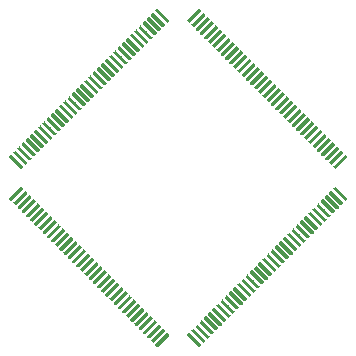
<source format=gbr>
G04 #@! TF.GenerationSoftware,KiCad,Pcbnew,5.1.4*
G04 #@! TF.CreationDate,2019-10-28T19:15:53+00:00*
G04 #@! TF.ProjectId,manila_ice,6d616e69-6c61-45f6-9963-652e6b696361,rev?*
G04 #@! TF.SameCoordinates,Original*
G04 #@! TF.FileFunction,Paste,Bot*
G04 #@! TF.FilePolarity,Positive*
%FSLAX46Y46*%
G04 Gerber Fmt 4.6, Leading zero omitted, Abs format (unit mm)*
G04 Created by KiCad (PCBNEW 5.1.4) date 2019-10-28 19:15:53*
%MOMM*%
%LPD*%
G04 APERTURE LIST*
%ADD10C,0.100000*%
%ADD11C,0.300000*%
G04 APERTURE END LIST*
D10*
G36*
X163039584Y-82677160D02*
G01*
X163046865Y-82678240D01*
X163054004Y-82680028D01*
X163060934Y-82682508D01*
X163067588Y-82685655D01*
X163073901Y-82689439D01*
X163079812Y-82693823D01*
X163085266Y-82698766D01*
X164022182Y-83635682D01*
X164027125Y-83641136D01*
X164031509Y-83647047D01*
X164035293Y-83653360D01*
X164038440Y-83660014D01*
X164040920Y-83666944D01*
X164042708Y-83674083D01*
X164043788Y-83681364D01*
X164044149Y-83688715D01*
X164043788Y-83696066D01*
X164042708Y-83703347D01*
X164040920Y-83710486D01*
X164038440Y-83717416D01*
X164035293Y-83724070D01*
X164031509Y-83730383D01*
X164027125Y-83736294D01*
X164022182Y-83741748D01*
X163916116Y-83847814D01*
X163910662Y-83852757D01*
X163904751Y-83857141D01*
X163898438Y-83860925D01*
X163891784Y-83864072D01*
X163884854Y-83866552D01*
X163877715Y-83868340D01*
X163870434Y-83869420D01*
X163863083Y-83869781D01*
X163855732Y-83869420D01*
X163848451Y-83868340D01*
X163841312Y-83866552D01*
X163834382Y-83864072D01*
X163827728Y-83860925D01*
X163821415Y-83857141D01*
X163815504Y-83852757D01*
X163810050Y-83847814D01*
X162873134Y-82910898D01*
X162868191Y-82905444D01*
X162863807Y-82899533D01*
X162860023Y-82893220D01*
X162856876Y-82886566D01*
X162854396Y-82879636D01*
X162852608Y-82872497D01*
X162851528Y-82865216D01*
X162851167Y-82857865D01*
X162851528Y-82850514D01*
X162852608Y-82843233D01*
X162854396Y-82836094D01*
X162856876Y-82829164D01*
X162860023Y-82822510D01*
X162863807Y-82816197D01*
X162868191Y-82810286D01*
X162873134Y-82804832D01*
X162979200Y-82698766D01*
X162984654Y-82693823D01*
X162990565Y-82689439D01*
X162996878Y-82685655D01*
X163003532Y-82682508D01*
X163010462Y-82680028D01*
X163017601Y-82678240D01*
X163024882Y-82677160D01*
X163032233Y-82676799D01*
X163039584Y-82677160D01*
X163039584Y-82677160D01*
G37*
D11*
X163447658Y-83273290D03*
D10*
G36*
X162686031Y-83030713D02*
G01*
X162693312Y-83031793D01*
X162700451Y-83033581D01*
X162707381Y-83036061D01*
X162714035Y-83039208D01*
X162720348Y-83042992D01*
X162726259Y-83047376D01*
X162731713Y-83052319D01*
X163668629Y-83989235D01*
X163673572Y-83994689D01*
X163677956Y-84000600D01*
X163681740Y-84006913D01*
X163684887Y-84013567D01*
X163687367Y-84020497D01*
X163689155Y-84027636D01*
X163690235Y-84034917D01*
X163690596Y-84042268D01*
X163690235Y-84049619D01*
X163689155Y-84056900D01*
X163687367Y-84064039D01*
X163684887Y-84070969D01*
X163681740Y-84077623D01*
X163677956Y-84083936D01*
X163673572Y-84089847D01*
X163668629Y-84095301D01*
X163562563Y-84201367D01*
X163557109Y-84206310D01*
X163551198Y-84210694D01*
X163544885Y-84214478D01*
X163538231Y-84217625D01*
X163531301Y-84220105D01*
X163524162Y-84221893D01*
X163516881Y-84222973D01*
X163509530Y-84223334D01*
X163502179Y-84222973D01*
X163494898Y-84221893D01*
X163487759Y-84220105D01*
X163480829Y-84217625D01*
X163474175Y-84214478D01*
X163467862Y-84210694D01*
X163461951Y-84206310D01*
X163456497Y-84201367D01*
X162519581Y-83264451D01*
X162514638Y-83258997D01*
X162510254Y-83253086D01*
X162506470Y-83246773D01*
X162503323Y-83240119D01*
X162500843Y-83233189D01*
X162499055Y-83226050D01*
X162497975Y-83218769D01*
X162497614Y-83211418D01*
X162497975Y-83204067D01*
X162499055Y-83196786D01*
X162500843Y-83189647D01*
X162503323Y-83182717D01*
X162506470Y-83176063D01*
X162510254Y-83169750D01*
X162514638Y-83163839D01*
X162519581Y-83158385D01*
X162625647Y-83052319D01*
X162631101Y-83047376D01*
X162637012Y-83042992D01*
X162643325Y-83039208D01*
X162649979Y-83036061D01*
X162656909Y-83033581D01*
X162664048Y-83031793D01*
X162671329Y-83030713D01*
X162678680Y-83030352D01*
X162686031Y-83030713D01*
X162686031Y-83030713D01*
G37*
D11*
X163094105Y-83626843D03*
D10*
G36*
X162332477Y-83384266D02*
G01*
X162339758Y-83385346D01*
X162346897Y-83387134D01*
X162353827Y-83389614D01*
X162360481Y-83392761D01*
X162366794Y-83396545D01*
X162372705Y-83400929D01*
X162378159Y-83405872D01*
X163315075Y-84342788D01*
X163320018Y-84348242D01*
X163324402Y-84354153D01*
X163328186Y-84360466D01*
X163331333Y-84367120D01*
X163333813Y-84374050D01*
X163335601Y-84381189D01*
X163336681Y-84388470D01*
X163337042Y-84395821D01*
X163336681Y-84403172D01*
X163335601Y-84410453D01*
X163333813Y-84417592D01*
X163331333Y-84424522D01*
X163328186Y-84431176D01*
X163324402Y-84437489D01*
X163320018Y-84443400D01*
X163315075Y-84448854D01*
X163209009Y-84554920D01*
X163203555Y-84559863D01*
X163197644Y-84564247D01*
X163191331Y-84568031D01*
X163184677Y-84571178D01*
X163177747Y-84573658D01*
X163170608Y-84575446D01*
X163163327Y-84576526D01*
X163155976Y-84576887D01*
X163148625Y-84576526D01*
X163141344Y-84575446D01*
X163134205Y-84573658D01*
X163127275Y-84571178D01*
X163120621Y-84568031D01*
X163114308Y-84564247D01*
X163108397Y-84559863D01*
X163102943Y-84554920D01*
X162166027Y-83618004D01*
X162161084Y-83612550D01*
X162156700Y-83606639D01*
X162152916Y-83600326D01*
X162149769Y-83593672D01*
X162147289Y-83586742D01*
X162145501Y-83579603D01*
X162144421Y-83572322D01*
X162144060Y-83564971D01*
X162144421Y-83557620D01*
X162145501Y-83550339D01*
X162147289Y-83543200D01*
X162149769Y-83536270D01*
X162152916Y-83529616D01*
X162156700Y-83523303D01*
X162161084Y-83517392D01*
X162166027Y-83511938D01*
X162272093Y-83405872D01*
X162277547Y-83400929D01*
X162283458Y-83396545D01*
X162289771Y-83392761D01*
X162296425Y-83389614D01*
X162303355Y-83387134D01*
X162310494Y-83385346D01*
X162317775Y-83384266D01*
X162325126Y-83383905D01*
X162332477Y-83384266D01*
X162332477Y-83384266D01*
G37*
D11*
X162740551Y-83980396D03*
D10*
G36*
X161978924Y-83737820D02*
G01*
X161986205Y-83738900D01*
X161993344Y-83740688D01*
X162000274Y-83743168D01*
X162006928Y-83746315D01*
X162013241Y-83750099D01*
X162019152Y-83754483D01*
X162024606Y-83759426D01*
X162961522Y-84696342D01*
X162966465Y-84701796D01*
X162970849Y-84707707D01*
X162974633Y-84714020D01*
X162977780Y-84720674D01*
X162980260Y-84727604D01*
X162982048Y-84734743D01*
X162983128Y-84742024D01*
X162983489Y-84749375D01*
X162983128Y-84756726D01*
X162982048Y-84764007D01*
X162980260Y-84771146D01*
X162977780Y-84778076D01*
X162974633Y-84784730D01*
X162970849Y-84791043D01*
X162966465Y-84796954D01*
X162961522Y-84802408D01*
X162855456Y-84908474D01*
X162850002Y-84913417D01*
X162844091Y-84917801D01*
X162837778Y-84921585D01*
X162831124Y-84924732D01*
X162824194Y-84927212D01*
X162817055Y-84929000D01*
X162809774Y-84930080D01*
X162802423Y-84930441D01*
X162795072Y-84930080D01*
X162787791Y-84929000D01*
X162780652Y-84927212D01*
X162773722Y-84924732D01*
X162767068Y-84921585D01*
X162760755Y-84917801D01*
X162754844Y-84913417D01*
X162749390Y-84908474D01*
X161812474Y-83971558D01*
X161807531Y-83966104D01*
X161803147Y-83960193D01*
X161799363Y-83953880D01*
X161796216Y-83947226D01*
X161793736Y-83940296D01*
X161791948Y-83933157D01*
X161790868Y-83925876D01*
X161790507Y-83918525D01*
X161790868Y-83911174D01*
X161791948Y-83903893D01*
X161793736Y-83896754D01*
X161796216Y-83889824D01*
X161799363Y-83883170D01*
X161803147Y-83876857D01*
X161807531Y-83870946D01*
X161812474Y-83865492D01*
X161918540Y-83759426D01*
X161923994Y-83754483D01*
X161929905Y-83750099D01*
X161936218Y-83746315D01*
X161942872Y-83743168D01*
X161949802Y-83740688D01*
X161956941Y-83738900D01*
X161964222Y-83737820D01*
X161971573Y-83737459D01*
X161978924Y-83737820D01*
X161978924Y-83737820D01*
G37*
D11*
X162386998Y-84333950D03*
D10*
G36*
X161625371Y-84091373D02*
G01*
X161632652Y-84092453D01*
X161639791Y-84094241D01*
X161646721Y-84096721D01*
X161653375Y-84099868D01*
X161659688Y-84103652D01*
X161665599Y-84108036D01*
X161671053Y-84112979D01*
X162607969Y-85049895D01*
X162612912Y-85055349D01*
X162617296Y-85061260D01*
X162621080Y-85067573D01*
X162624227Y-85074227D01*
X162626707Y-85081157D01*
X162628495Y-85088296D01*
X162629575Y-85095577D01*
X162629936Y-85102928D01*
X162629575Y-85110279D01*
X162628495Y-85117560D01*
X162626707Y-85124699D01*
X162624227Y-85131629D01*
X162621080Y-85138283D01*
X162617296Y-85144596D01*
X162612912Y-85150507D01*
X162607969Y-85155961D01*
X162501903Y-85262027D01*
X162496449Y-85266970D01*
X162490538Y-85271354D01*
X162484225Y-85275138D01*
X162477571Y-85278285D01*
X162470641Y-85280765D01*
X162463502Y-85282553D01*
X162456221Y-85283633D01*
X162448870Y-85283994D01*
X162441519Y-85283633D01*
X162434238Y-85282553D01*
X162427099Y-85280765D01*
X162420169Y-85278285D01*
X162413515Y-85275138D01*
X162407202Y-85271354D01*
X162401291Y-85266970D01*
X162395837Y-85262027D01*
X161458921Y-84325111D01*
X161453978Y-84319657D01*
X161449594Y-84313746D01*
X161445810Y-84307433D01*
X161442663Y-84300779D01*
X161440183Y-84293849D01*
X161438395Y-84286710D01*
X161437315Y-84279429D01*
X161436954Y-84272078D01*
X161437315Y-84264727D01*
X161438395Y-84257446D01*
X161440183Y-84250307D01*
X161442663Y-84243377D01*
X161445810Y-84236723D01*
X161449594Y-84230410D01*
X161453978Y-84224499D01*
X161458921Y-84219045D01*
X161564987Y-84112979D01*
X161570441Y-84108036D01*
X161576352Y-84103652D01*
X161582665Y-84099868D01*
X161589319Y-84096721D01*
X161596249Y-84094241D01*
X161603388Y-84092453D01*
X161610669Y-84091373D01*
X161618020Y-84091012D01*
X161625371Y-84091373D01*
X161625371Y-84091373D01*
G37*
D11*
X162033445Y-84687503D03*
D10*
G36*
X161271817Y-84444927D02*
G01*
X161279098Y-84446007D01*
X161286237Y-84447795D01*
X161293167Y-84450275D01*
X161299821Y-84453422D01*
X161306134Y-84457206D01*
X161312045Y-84461590D01*
X161317499Y-84466533D01*
X162254415Y-85403449D01*
X162259358Y-85408903D01*
X162263742Y-85414814D01*
X162267526Y-85421127D01*
X162270673Y-85427781D01*
X162273153Y-85434711D01*
X162274941Y-85441850D01*
X162276021Y-85449131D01*
X162276382Y-85456482D01*
X162276021Y-85463833D01*
X162274941Y-85471114D01*
X162273153Y-85478253D01*
X162270673Y-85485183D01*
X162267526Y-85491837D01*
X162263742Y-85498150D01*
X162259358Y-85504061D01*
X162254415Y-85509515D01*
X162148349Y-85615581D01*
X162142895Y-85620524D01*
X162136984Y-85624908D01*
X162130671Y-85628692D01*
X162124017Y-85631839D01*
X162117087Y-85634319D01*
X162109948Y-85636107D01*
X162102667Y-85637187D01*
X162095316Y-85637548D01*
X162087965Y-85637187D01*
X162080684Y-85636107D01*
X162073545Y-85634319D01*
X162066615Y-85631839D01*
X162059961Y-85628692D01*
X162053648Y-85624908D01*
X162047737Y-85620524D01*
X162042283Y-85615581D01*
X161105367Y-84678665D01*
X161100424Y-84673211D01*
X161096040Y-84667300D01*
X161092256Y-84660987D01*
X161089109Y-84654333D01*
X161086629Y-84647403D01*
X161084841Y-84640264D01*
X161083761Y-84632983D01*
X161083400Y-84625632D01*
X161083761Y-84618281D01*
X161084841Y-84611000D01*
X161086629Y-84603861D01*
X161089109Y-84596931D01*
X161092256Y-84590277D01*
X161096040Y-84583964D01*
X161100424Y-84578053D01*
X161105367Y-84572599D01*
X161211433Y-84466533D01*
X161216887Y-84461590D01*
X161222798Y-84457206D01*
X161229111Y-84453422D01*
X161235765Y-84450275D01*
X161242695Y-84447795D01*
X161249834Y-84446007D01*
X161257115Y-84444927D01*
X161264466Y-84444566D01*
X161271817Y-84444927D01*
X161271817Y-84444927D01*
G37*
D11*
X161679891Y-85041057D03*
D10*
G36*
X160918264Y-84798480D02*
G01*
X160925545Y-84799560D01*
X160932684Y-84801348D01*
X160939614Y-84803828D01*
X160946268Y-84806975D01*
X160952581Y-84810759D01*
X160958492Y-84815143D01*
X160963946Y-84820086D01*
X161900862Y-85757002D01*
X161905805Y-85762456D01*
X161910189Y-85768367D01*
X161913973Y-85774680D01*
X161917120Y-85781334D01*
X161919600Y-85788264D01*
X161921388Y-85795403D01*
X161922468Y-85802684D01*
X161922829Y-85810035D01*
X161922468Y-85817386D01*
X161921388Y-85824667D01*
X161919600Y-85831806D01*
X161917120Y-85838736D01*
X161913973Y-85845390D01*
X161910189Y-85851703D01*
X161905805Y-85857614D01*
X161900862Y-85863068D01*
X161794796Y-85969134D01*
X161789342Y-85974077D01*
X161783431Y-85978461D01*
X161777118Y-85982245D01*
X161770464Y-85985392D01*
X161763534Y-85987872D01*
X161756395Y-85989660D01*
X161749114Y-85990740D01*
X161741763Y-85991101D01*
X161734412Y-85990740D01*
X161727131Y-85989660D01*
X161719992Y-85987872D01*
X161713062Y-85985392D01*
X161706408Y-85982245D01*
X161700095Y-85978461D01*
X161694184Y-85974077D01*
X161688730Y-85969134D01*
X160751814Y-85032218D01*
X160746871Y-85026764D01*
X160742487Y-85020853D01*
X160738703Y-85014540D01*
X160735556Y-85007886D01*
X160733076Y-85000956D01*
X160731288Y-84993817D01*
X160730208Y-84986536D01*
X160729847Y-84979185D01*
X160730208Y-84971834D01*
X160731288Y-84964553D01*
X160733076Y-84957414D01*
X160735556Y-84950484D01*
X160738703Y-84943830D01*
X160742487Y-84937517D01*
X160746871Y-84931606D01*
X160751814Y-84926152D01*
X160857880Y-84820086D01*
X160863334Y-84815143D01*
X160869245Y-84810759D01*
X160875558Y-84806975D01*
X160882212Y-84803828D01*
X160889142Y-84801348D01*
X160896281Y-84799560D01*
X160903562Y-84798480D01*
X160910913Y-84798119D01*
X160918264Y-84798480D01*
X160918264Y-84798480D01*
G37*
D11*
X161326338Y-85394610D03*
D10*
G36*
X160564711Y-85152033D02*
G01*
X160571992Y-85153113D01*
X160579131Y-85154901D01*
X160586061Y-85157381D01*
X160592715Y-85160528D01*
X160599028Y-85164312D01*
X160604939Y-85168696D01*
X160610393Y-85173639D01*
X161547309Y-86110555D01*
X161552252Y-86116009D01*
X161556636Y-86121920D01*
X161560420Y-86128233D01*
X161563567Y-86134887D01*
X161566047Y-86141817D01*
X161567835Y-86148956D01*
X161568915Y-86156237D01*
X161569276Y-86163588D01*
X161568915Y-86170939D01*
X161567835Y-86178220D01*
X161566047Y-86185359D01*
X161563567Y-86192289D01*
X161560420Y-86198943D01*
X161556636Y-86205256D01*
X161552252Y-86211167D01*
X161547309Y-86216621D01*
X161441243Y-86322687D01*
X161435789Y-86327630D01*
X161429878Y-86332014D01*
X161423565Y-86335798D01*
X161416911Y-86338945D01*
X161409981Y-86341425D01*
X161402842Y-86343213D01*
X161395561Y-86344293D01*
X161388210Y-86344654D01*
X161380859Y-86344293D01*
X161373578Y-86343213D01*
X161366439Y-86341425D01*
X161359509Y-86338945D01*
X161352855Y-86335798D01*
X161346542Y-86332014D01*
X161340631Y-86327630D01*
X161335177Y-86322687D01*
X160398261Y-85385771D01*
X160393318Y-85380317D01*
X160388934Y-85374406D01*
X160385150Y-85368093D01*
X160382003Y-85361439D01*
X160379523Y-85354509D01*
X160377735Y-85347370D01*
X160376655Y-85340089D01*
X160376294Y-85332738D01*
X160376655Y-85325387D01*
X160377735Y-85318106D01*
X160379523Y-85310967D01*
X160382003Y-85304037D01*
X160385150Y-85297383D01*
X160388934Y-85291070D01*
X160393318Y-85285159D01*
X160398261Y-85279705D01*
X160504327Y-85173639D01*
X160509781Y-85168696D01*
X160515692Y-85164312D01*
X160522005Y-85160528D01*
X160528659Y-85157381D01*
X160535589Y-85154901D01*
X160542728Y-85153113D01*
X160550009Y-85152033D01*
X160557360Y-85151672D01*
X160564711Y-85152033D01*
X160564711Y-85152033D01*
G37*
D11*
X160972785Y-85748163D03*
D10*
G36*
X160211157Y-85505587D02*
G01*
X160218438Y-85506667D01*
X160225577Y-85508455D01*
X160232507Y-85510935D01*
X160239161Y-85514082D01*
X160245474Y-85517866D01*
X160251385Y-85522250D01*
X160256839Y-85527193D01*
X161193755Y-86464109D01*
X161198698Y-86469563D01*
X161203082Y-86475474D01*
X161206866Y-86481787D01*
X161210013Y-86488441D01*
X161212493Y-86495371D01*
X161214281Y-86502510D01*
X161215361Y-86509791D01*
X161215722Y-86517142D01*
X161215361Y-86524493D01*
X161214281Y-86531774D01*
X161212493Y-86538913D01*
X161210013Y-86545843D01*
X161206866Y-86552497D01*
X161203082Y-86558810D01*
X161198698Y-86564721D01*
X161193755Y-86570175D01*
X161087689Y-86676241D01*
X161082235Y-86681184D01*
X161076324Y-86685568D01*
X161070011Y-86689352D01*
X161063357Y-86692499D01*
X161056427Y-86694979D01*
X161049288Y-86696767D01*
X161042007Y-86697847D01*
X161034656Y-86698208D01*
X161027305Y-86697847D01*
X161020024Y-86696767D01*
X161012885Y-86694979D01*
X161005955Y-86692499D01*
X160999301Y-86689352D01*
X160992988Y-86685568D01*
X160987077Y-86681184D01*
X160981623Y-86676241D01*
X160044707Y-85739325D01*
X160039764Y-85733871D01*
X160035380Y-85727960D01*
X160031596Y-85721647D01*
X160028449Y-85714993D01*
X160025969Y-85708063D01*
X160024181Y-85700924D01*
X160023101Y-85693643D01*
X160022740Y-85686292D01*
X160023101Y-85678941D01*
X160024181Y-85671660D01*
X160025969Y-85664521D01*
X160028449Y-85657591D01*
X160031596Y-85650937D01*
X160035380Y-85644624D01*
X160039764Y-85638713D01*
X160044707Y-85633259D01*
X160150773Y-85527193D01*
X160156227Y-85522250D01*
X160162138Y-85517866D01*
X160168451Y-85514082D01*
X160175105Y-85510935D01*
X160182035Y-85508455D01*
X160189174Y-85506667D01*
X160196455Y-85505587D01*
X160203806Y-85505226D01*
X160211157Y-85505587D01*
X160211157Y-85505587D01*
G37*
D11*
X160619231Y-86101717D03*
D10*
G36*
X159857604Y-85859140D02*
G01*
X159864885Y-85860220D01*
X159872024Y-85862008D01*
X159878954Y-85864488D01*
X159885608Y-85867635D01*
X159891921Y-85871419D01*
X159897832Y-85875803D01*
X159903286Y-85880746D01*
X160840202Y-86817662D01*
X160845145Y-86823116D01*
X160849529Y-86829027D01*
X160853313Y-86835340D01*
X160856460Y-86841994D01*
X160858940Y-86848924D01*
X160860728Y-86856063D01*
X160861808Y-86863344D01*
X160862169Y-86870695D01*
X160861808Y-86878046D01*
X160860728Y-86885327D01*
X160858940Y-86892466D01*
X160856460Y-86899396D01*
X160853313Y-86906050D01*
X160849529Y-86912363D01*
X160845145Y-86918274D01*
X160840202Y-86923728D01*
X160734136Y-87029794D01*
X160728682Y-87034737D01*
X160722771Y-87039121D01*
X160716458Y-87042905D01*
X160709804Y-87046052D01*
X160702874Y-87048532D01*
X160695735Y-87050320D01*
X160688454Y-87051400D01*
X160681103Y-87051761D01*
X160673752Y-87051400D01*
X160666471Y-87050320D01*
X160659332Y-87048532D01*
X160652402Y-87046052D01*
X160645748Y-87042905D01*
X160639435Y-87039121D01*
X160633524Y-87034737D01*
X160628070Y-87029794D01*
X159691154Y-86092878D01*
X159686211Y-86087424D01*
X159681827Y-86081513D01*
X159678043Y-86075200D01*
X159674896Y-86068546D01*
X159672416Y-86061616D01*
X159670628Y-86054477D01*
X159669548Y-86047196D01*
X159669187Y-86039845D01*
X159669548Y-86032494D01*
X159670628Y-86025213D01*
X159672416Y-86018074D01*
X159674896Y-86011144D01*
X159678043Y-86004490D01*
X159681827Y-85998177D01*
X159686211Y-85992266D01*
X159691154Y-85986812D01*
X159797220Y-85880746D01*
X159802674Y-85875803D01*
X159808585Y-85871419D01*
X159814898Y-85867635D01*
X159821552Y-85864488D01*
X159828482Y-85862008D01*
X159835621Y-85860220D01*
X159842902Y-85859140D01*
X159850253Y-85858779D01*
X159857604Y-85859140D01*
X159857604Y-85859140D01*
G37*
D11*
X160265678Y-86455270D03*
D10*
G36*
X159504050Y-86212694D02*
G01*
X159511331Y-86213774D01*
X159518470Y-86215562D01*
X159525400Y-86218042D01*
X159532054Y-86221189D01*
X159538367Y-86224973D01*
X159544278Y-86229357D01*
X159549732Y-86234300D01*
X160486648Y-87171216D01*
X160491591Y-87176670D01*
X160495975Y-87182581D01*
X160499759Y-87188894D01*
X160502906Y-87195548D01*
X160505386Y-87202478D01*
X160507174Y-87209617D01*
X160508254Y-87216898D01*
X160508615Y-87224249D01*
X160508254Y-87231600D01*
X160507174Y-87238881D01*
X160505386Y-87246020D01*
X160502906Y-87252950D01*
X160499759Y-87259604D01*
X160495975Y-87265917D01*
X160491591Y-87271828D01*
X160486648Y-87277282D01*
X160380582Y-87383348D01*
X160375128Y-87388291D01*
X160369217Y-87392675D01*
X160362904Y-87396459D01*
X160356250Y-87399606D01*
X160349320Y-87402086D01*
X160342181Y-87403874D01*
X160334900Y-87404954D01*
X160327549Y-87405315D01*
X160320198Y-87404954D01*
X160312917Y-87403874D01*
X160305778Y-87402086D01*
X160298848Y-87399606D01*
X160292194Y-87396459D01*
X160285881Y-87392675D01*
X160279970Y-87388291D01*
X160274516Y-87383348D01*
X159337600Y-86446432D01*
X159332657Y-86440978D01*
X159328273Y-86435067D01*
X159324489Y-86428754D01*
X159321342Y-86422100D01*
X159318862Y-86415170D01*
X159317074Y-86408031D01*
X159315994Y-86400750D01*
X159315633Y-86393399D01*
X159315994Y-86386048D01*
X159317074Y-86378767D01*
X159318862Y-86371628D01*
X159321342Y-86364698D01*
X159324489Y-86358044D01*
X159328273Y-86351731D01*
X159332657Y-86345820D01*
X159337600Y-86340366D01*
X159443666Y-86234300D01*
X159449120Y-86229357D01*
X159455031Y-86224973D01*
X159461344Y-86221189D01*
X159467998Y-86218042D01*
X159474928Y-86215562D01*
X159482067Y-86213774D01*
X159489348Y-86212694D01*
X159496699Y-86212333D01*
X159504050Y-86212694D01*
X159504050Y-86212694D01*
G37*
D11*
X159912124Y-86808824D03*
D10*
G36*
X159150497Y-86566247D02*
G01*
X159157778Y-86567327D01*
X159164917Y-86569115D01*
X159171847Y-86571595D01*
X159178501Y-86574742D01*
X159184814Y-86578526D01*
X159190725Y-86582910D01*
X159196179Y-86587853D01*
X160133095Y-87524769D01*
X160138038Y-87530223D01*
X160142422Y-87536134D01*
X160146206Y-87542447D01*
X160149353Y-87549101D01*
X160151833Y-87556031D01*
X160153621Y-87563170D01*
X160154701Y-87570451D01*
X160155062Y-87577802D01*
X160154701Y-87585153D01*
X160153621Y-87592434D01*
X160151833Y-87599573D01*
X160149353Y-87606503D01*
X160146206Y-87613157D01*
X160142422Y-87619470D01*
X160138038Y-87625381D01*
X160133095Y-87630835D01*
X160027029Y-87736901D01*
X160021575Y-87741844D01*
X160015664Y-87746228D01*
X160009351Y-87750012D01*
X160002697Y-87753159D01*
X159995767Y-87755639D01*
X159988628Y-87757427D01*
X159981347Y-87758507D01*
X159973996Y-87758868D01*
X159966645Y-87758507D01*
X159959364Y-87757427D01*
X159952225Y-87755639D01*
X159945295Y-87753159D01*
X159938641Y-87750012D01*
X159932328Y-87746228D01*
X159926417Y-87741844D01*
X159920963Y-87736901D01*
X158984047Y-86799985D01*
X158979104Y-86794531D01*
X158974720Y-86788620D01*
X158970936Y-86782307D01*
X158967789Y-86775653D01*
X158965309Y-86768723D01*
X158963521Y-86761584D01*
X158962441Y-86754303D01*
X158962080Y-86746952D01*
X158962441Y-86739601D01*
X158963521Y-86732320D01*
X158965309Y-86725181D01*
X158967789Y-86718251D01*
X158970936Y-86711597D01*
X158974720Y-86705284D01*
X158979104Y-86699373D01*
X158984047Y-86693919D01*
X159090113Y-86587853D01*
X159095567Y-86582910D01*
X159101478Y-86578526D01*
X159107791Y-86574742D01*
X159114445Y-86571595D01*
X159121375Y-86569115D01*
X159128514Y-86567327D01*
X159135795Y-86566247D01*
X159143146Y-86565886D01*
X159150497Y-86566247D01*
X159150497Y-86566247D01*
G37*
D11*
X159558571Y-87162377D03*
D10*
G36*
X158796944Y-86919800D02*
G01*
X158804225Y-86920880D01*
X158811364Y-86922668D01*
X158818294Y-86925148D01*
X158824948Y-86928295D01*
X158831261Y-86932079D01*
X158837172Y-86936463D01*
X158842626Y-86941406D01*
X159779542Y-87878322D01*
X159784485Y-87883776D01*
X159788869Y-87889687D01*
X159792653Y-87896000D01*
X159795800Y-87902654D01*
X159798280Y-87909584D01*
X159800068Y-87916723D01*
X159801148Y-87924004D01*
X159801509Y-87931355D01*
X159801148Y-87938706D01*
X159800068Y-87945987D01*
X159798280Y-87953126D01*
X159795800Y-87960056D01*
X159792653Y-87966710D01*
X159788869Y-87973023D01*
X159784485Y-87978934D01*
X159779542Y-87984388D01*
X159673476Y-88090454D01*
X159668022Y-88095397D01*
X159662111Y-88099781D01*
X159655798Y-88103565D01*
X159649144Y-88106712D01*
X159642214Y-88109192D01*
X159635075Y-88110980D01*
X159627794Y-88112060D01*
X159620443Y-88112421D01*
X159613092Y-88112060D01*
X159605811Y-88110980D01*
X159598672Y-88109192D01*
X159591742Y-88106712D01*
X159585088Y-88103565D01*
X159578775Y-88099781D01*
X159572864Y-88095397D01*
X159567410Y-88090454D01*
X158630494Y-87153538D01*
X158625551Y-87148084D01*
X158621167Y-87142173D01*
X158617383Y-87135860D01*
X158614236Y-87129206D01*
X158611756Y-87122276D01*
X158609968Y-87115137D01*
X158608888Y-87107856D01*
X158608527Y-87100505D01*
X158608888Y-87093154D01*
X158609968Y-87085873D01*
X158611756Y-87078734D01*
X158614236Y-87071804D01*
X158617383Y-87065150D01*
X158621167Y-87058837D01*
X158625551Y-87052926D01*
X158630494Y-87047472D01*
X158736560Y-86941406D01*
X158742014Y-86936463D01*
X158747925Y-86932079D01*
X158754238Y-86928295D01*
X158760892Y-86925148D01*
X158767822Y-86922668D01*
X158774961Y-86920880D01*
X158782242Y-86919800D01*
X158789593Y-86919439D01*
X158796944Y-86919800D01*
X158796944Y-86919800D01*
G37*
D11*
X159205018Y-87515930D03*
D10*
G36*
X158443390Y-87273354D02*
G01*
X158450671Y-87274434D01*
X158457810Y-87276222D01*
X158464740Y-87278702D01*
X158471394Y-87281849D01*
X158477707Y-87285633D01*
X158483618Y-87290017D01*
X158489072Y-87294960D01*
X159425988Y-88231876D01*
X159430931Y-88237330D01*
X159435315Y-88243241D01*
X159439099Y-88249554D01*
X159442246Y-88256208D01*
X159444726Y-88263138D01*
X159446514Y-88270277D01*
X159447594Y-88277558D01*
X159447955Y-88284909D01*
X159447594Y-88292260D01*
X159446514Y-88299541D01*
X159444726Y-88306680D01*
X159442246Y-88313610D01*
X159439099Y-88320264D01*
X159435315Y-88326577D01*
X159430931Y-88332488D01*
X159425988Y-88337942D01*
X159319922Y-88444008D01*
X159314468Y-88448951D01*
X159308557Y-88453335D01*
X159302244Y-88457119D01*
X159295590Y-88460266D01*
X159288660Y-88462746D01*
X159281521Y-88464534D01*
X159274240Y-88465614D01*
X159266889Y-88465975D01*
X159259538Y-88465614D01*
X159252257Y-88464534D01*
X159245118Y-88462746D01*
X159238188Y-88460266D01*
X159231534Y-88457119D01*
X159225221Y-88453335D01*
X159219310Y-88448951D01*
X159213856Y-88444008D01*
X158276940Y-87507092D01*
X158271997Y-87501638D01*
X158267613Y-87495727D01*
X158263829Y-87489414D01*
X158260682Y-87482760D01*
X158258202Y-87475830D01*
X158256414Y-87468691D01*
X158255334Y-87461410D01*
X158254973Y-87454059D01*
X158255334Y-87446708D01*
X158256414Y-87439427D01*
X158258202Y-87432288D01*
X158260682Y-87425358D01*
X158263829Y-87418704D01*
X158267613Y-87412391D01*
X158271997Y-87406480D01*
X158276940Y-87401026D01*
X158383006Y-87294960D01*
X158388460Y-87290017D01*
X158394371Y-87285633D01*
X158400684Y-87281849D01*
X158407338Y-87278702D01*
X158414268Y-87276222D01*
X158421407Y-87274434D01*
X158428688Y-87273354D01*
X158436039Y-87272993D01*
X158443390Y-87273354D01*
X158443390Y-87273354D01*
G37*
D11*
X158851464Y-87869484D03*
D10*
G36*
X158089837Y-87626907D02*
G01*
X158097118Y-87627987D01*
X158104257Y-87629775D01*
X158111187Y-87632255D01*
X158117841Y-87635402D01*
X158124154Y-87639186D01*
X158130065Y-87643570D01*
X158135519Y-87648513D01*
X159072435Y-88585429D01*
X159077378Y-88590883D01*
X159081762Y-88596794D01*
X159085546Y-88603107D01*
X159088693Y-88609761D01*
X159091173Y-88616691D01*
X159092961Y-88623830D01*
X159094041Y-88631111D01*
X159094402Y-88638462D01*
X159094041Y-88645813D01*
X159092961Y-88653094D01*
X159091173Y-88660233D01*
X159088693Y-88667163D01*
X159085546Y-88673817D01*
X159081762Y-88680130D01*
X159077378Y-88686041D01*
X159072435Y-88691495D01*
X158966369Y-88797561D01*
X158960915Y-88802504D01*
X158955004Y-88806888D01*
X158948691Y-88810672D01*
X158942037Y-88813819D01*
X158935107Y-88816299D01*
X158927968Y-88818087D01*
X158920687Y-88819167D01*
X158913336Y-88819528D01*
X158905985Y-88819167D01*
X158898704Y-88818087D01*
X158891565Y-88816299D01*
X158884635Y-88813819D01*
X158877981Y-88810672D01*
X158871668Y-88806888D01*
X158865757Y-88802504D01*
X158860303Y-88797561D01*
X157923387Y-87860645D01*
X157918444Y-87855191D01*
X157914060Y-87849280D01*
X157910276Y-87842967D01*
X157907129Y-87836313D01*
X157904649Y-87829383D01*
X157902861Y-87822244D01*
X157901781Y-87814963D01*
X157901420Y-87807612D01*
X157901781Y-87800261D01*
X157902861Y-87792980D01*
X157904649Y-87785841D01*
X157907129Y-87778911D01*
X157910276Y-87772257D01*
X157914060Y-87765944D01*
X157918444Y-87760033D01*
X157923387Y-87754579D01*
X158029453Y-87648513D01*
X158034907Y-87643570D01*
X158040818Y-87639186D01*
X158047131Y-87635402D01*
X158053785Y-87632255D01*
X158060715Y-87629775D01*
X158067854Y-87627987D01*
X158075135Y-87626907D01*
X158082486Y-87626546D01*
X158089837Y-87626907D01*
X158089837Y-87626907D01*
G37*
D11*
X158497911Y-88223037D03*
D10*
G36*
X157736283Y-87980460D02*
G01*
X157743564Y-87981540D01*
X157750703Y-87983328D01*
X157757633Y-87985808D01*
X157764287Y-87988955D01*
X157770600Y-87992739D01*
X157776511Y-87997123D01*
X157781965Y-88002066D01*
X158718881Y-88938982D01*
X158723824Y-88944436D01*
X158728208Y-88950347D01*
X158731992Y-88956660D01*
X158735139Y-88963314D01*
X158737619Y-88970244D01*
X158739407Y-88977383D01*
X158740487Y-88984664D01*
X158740848Y-88992015D01*
X158740487Y-88999366D01*
X158739407Y-89006647D01*
X158737619Y-89013786D01*
X158735139Y-89020716D01*
X158731992Y-89027370D01*
X158728208Y-89033683D01*
X158723824Y-89039594D01*
X158718881Y-89045048D01*
X158612815Y-89151114D01*
X158607361Y-89156057D01*
X158601450Y-89160441D01*
X158595137Y-89164225D01*
X158588483Y-89167372D01*
X158581553Y-89169852D01*
X158574414Y-89171640D01*
X158567133Y-89172720D01*
X158559782Y-89173081D01*
X158552431Y-89172720D01*
X158545150Y-89171640D01*
X158538011Y-89169852D01*
X158531081Y-89167372D01*
X158524427Y-89164225D01*
X158518114Y-89160441D01*
X158512203Y-89156057D01*
X158506749Y-89151114D01*
X157569833Y-88214198D01*
X157564890Y-88208744D01*
X157560506Y-88202833D01*
X157556722Y-88196520D01*
X157553575Y-88189866D01*
X157551095Y-88182936D01*
X157549307Y-88175797D01*
X157548227Y-88168516D01*
X157547866Y-88161165D01*
X157548227Y-88153814D01*
X157549307Y-88146533D01*
X157551095Y-88139394D01*
X157553575Y-88132464D01*
X157556722Y-88125810D01*
X157560506Y-88119497D01*
X157564890Y-88113586D01*
X157569833Y-88108132D01*
X157675899Y-88002066D01*
X157681353Y-87997123D01*
X157687264Y-87992739D01*
X157693577Y-87988955D01*
X157700231Y-87985808D01*
X157707161Y-87983328D01*
X157714300Y-87981540D01*
X157721581Y-87980460D01*
X157728932Y-87980099D01*
X157736283Y-87980460D01*
X157736283Y-87980460D01*
G37*
D11*
X158144357Y-88576590D03*
D10*
G36*
X157382730Y-88334014D02*
G01*
X157390011Y-88335094D01*
X157397150Y-88336882D01*
X157404080Y-88339362D01*
X157410734Y-88342509D01*
X157417047Y-88346293D01*
X157422958Y-88350677D01*
X157428412Y-88355620D01*
X158365328Y-89292536D01*
X158370271Y-89297990D01*
X158374655Y-89303901D01*
X158378439Y-89310214D01*
X158381586Y-89316868D01*
X158384066Y-89323798D01*
X158385854Y-89330937D01*
X158386934Y-89338218D01*
X158387295Y-89345569D01*
X158386934Y-89352920D01*
X158385854Y-89360201D01*
X158384066Y-89367340D01*
X158381586Y-89374270D01*
X158378439Y-89380924D01*
X158374655Y-89387237D01*
X158370271Y-89393148D01*
X158365328Y-89398602D01*
X158259262Y-89504668D01*
X158253808Y-89509611D01*
X158247897Y-89513995D01*
X158241584Y-89517779D01*
X158234930Y-89520926D01*
X158228000Y-89523406D01*
X158220861Y-89525194D01*
X158213580Y-89526274D01*
X158206229Y-89526635D01*
X158198878Y-89526274D01*
X158191597Y-89525194D01*
X158184458Y-89523406D01*
X158177528Y-89520926D01*
X158170874Y-89517779D01*
X158164561Y-89513995D01*
X158158650Y-89509611D01*
X158153196Y-89504668D01*
X157216280Y-88567752D01*
X157211337Y-88562298D01*
X157206953Y-88556387D01*
X157203169Y-88550074D01*
X157200022Y-88543420D01*
X157197542Y-88536490D01*
X157195754Y-88529351D01*
X157194674Y-88522070D01*
X157194313Y-88514719D01*
X157194674Y-88507368D01*
X157195754Y-88500087D01*
X157197542Y-88492948D01*
X157200022Y-88486018D01*
X157203169Y-88479364D01*
X157206953Y-88473051D01*
X157211337Y-88467140D01*
X157216280Y-88461686D01*
X157322346Y-88355620D01*
X157327800Y-88350677D01*
X157333711Y-88346293D01*
X157340024Y-88342509D01*
X157346678Y-88339362D01*
X157353608Y-88336882D01*
X157360747Y-88335094D01*
X157368028Y-88334014D01*
X157375379Y-88333653D01*
X157382730Y-88334014D01*
X157382730Y-88334014D01*
G37*
D11*
X157790804Y-88930144D03*
D10*
G36*
X157029177Y-88687567D02*
G01*
X157036458Y-88688647D01*
X157043597Y-88690435D01*
X157050527Y-88692915D01*
X157057181Y-88696062D01*
X157063494Y-88699846D01*
X157069405Y-88704230D01*
X157074859Y-88709173D01*
X158011775Y-89646089D01*
X158016718Y-89651543D01*
X158021102Y-89657454D01*
X158024886Y-89663767D01*
X158028033Y-89670421D01*
X158030513Y-89677351D01*
X158032301Y-89684490D01*
X158033381Y-89691771D01*
X158033742Y-89699122D01*
X158033381Y-89706473D01*
X158032301Y-89713754D01*
X158030513Y-89720893D01*
X158028033Y-89727823D01*
X158024886Y-89734477D01*
X158021102Y-89740790D01*
X158016718Y-89746701D01*
X158011775Y-89752155D01*
X157905709Y-89858221D01*
X157900255Y-89863164D01*
X157894344Y-89867548D01*
X157888031Y-89871332D01*
X157881377Y-89874479D01*
X157874447Y-89876959D01*
X157867308Y-89878747D01*
X157860027Y-89879827D01*
X157852676Y-89880188D01*
X157845325Y-89879827D01*
X157838044Y-89878747D01*
X157830905Y-89876959D01*
X157823975Y-89874479D01*
X157817321Y-89871332D01*
X157811008Y-89867548D01*
X157805097Y-89863164D01*
X157799643Y-89858221D01*
X156862727Y-88921305D01*
X156857784Y-88915851D01*
X156853400Y-88909940D01*
X156849616Y-88903627D01*
X156846469Y-88896973D01*
X156843989Y-88890043D01*
X156842201Y-88882904D01*
X156841121Y-88875623D01*
X156840760Y-88868272D01*
X156841121Y-88860921D01*
X156842201Y-88853640D01*
X156843989Y-88846501D01*
X156846469Y-88839571D01*
X156849616Y-88832917D01*
X156853400Y-88826604D01*
X156857784Y-88820693D01*
X156862727Y-88815239D01*
X156968793Y-88709173D01*
X156974247Y-88704230D01*
X156980158Y-88699846D01*
X156986471Y-88696062D01*
X156993125Y-88692915D01*
X157000055Y-88690435D01*
X157007194Y-88688647D01*
X157014475Y-88687567D01*
X157021826Y-88687206D01*
X157029177Y-88687567D01*
X157029177Y-88687567D01*
G37*
D11*
X157437251Y-89283697D03*
D10*
G36*
X156675623Y-89041121D02*
G01*
X156682904Y-89042201D01*
X156690043Y-89043989D01*
X156696973Y-89046469D01*
X156703627Y-89049616D01*
X156709940Y-89053400D01*
X156715851Y-89057784D01*
X156721305Y-89062727D01*
X157658221Y-89999643D01*
X157663164Y-90005097D01*
X157667548Y-90011008D01*
X157671332Y-90017321D01*
X157674479Y-90023975D01*
X157676959Y-90030905D01*
X157678747Y-90038044D01*
X157679827Y-90045325D01*
X157680188Y-90052676D01*
X157679827Y-90060027D01*
X157678747Y-90067308D01*
X157676959Y-90074447D01*
X157674479Y-90081377D01*
X157671332Y-90088031D01*
X157667548Y-90094344D01*
X157663164Y-90100255D01*
X157658221Y-90105709D01*
X157552155Y-90211775D01*
X157546701Y-90216718D01*
X157540790Y-90221102D01*
X157534477Y-90224886D01*
X157527823Y-90228033D01*
X157520893Y-90230513D01*
X157513754Y-90232301D01*
X157506473Y-90233381D01*
X157499122Y-90233742D01*
X157491771Y-90233381D01*
X157484490Y-90232301D01*
X157477351Y-90230513D01*
X157470421Y-90228033D01*
X157463767Y-90224886D01*
X157457454Y-90221102D01*
X157451543Y-90216718D01*
X157446089Y-90211775D01*
X156509173Y-89274859D01*
X156504230Y-89269405D01*
X156499846Y-89263494D01*
X156496062Y-89257181D01*
X156492915Y-89250527D01*
X156490435Y-89243597D01*
X156488647Y-89236458D01*
X156487567Y-89229177D01*
X156487206Y-89221826D01*
X156487567Y-89214475D01*
X156488647Y-89207194D01*
X156490435Y-89200055D01*
X156492915Y-89193125D01*
X156496062Y-89186471D01*
X156499846Y-89180158D01*
X156504230Y-89174247D01*
X156509173Y-89168793D01*
X156615239Y-89062727D01*
X156620693Y-89057784D01*
X156626604Y-89053400D01*
X156632917Y-89049616D01*
X156639571Y-89046469D01*
X156646501Y-89043989D01*
X156653640Y-89042201D01*
X156660921Y-89041121D01*
X156668272Y-89040760D01*
X156675623Y-89041121D01*
X156675623Y-89041121D01*
G37*
D11*
X157083697Y-89637251D03*
D10*
G36*
X156322070Y-89394674D02*
G01*
X156329351Y-89395754D01*
X156336490Y-89397542D01*
X156343420Y-89400022D01*
X156350074Y-89403169D01*
X156356387Y-89406953D01*
X156362298Y-89411337D01*
X156367752Y-89416280D01*
X157304668Y-90353196D01*
X157309611Y-90358650D01*
X157313995Y-90364561D01*
X157317779Y-90370874D01*
X157320926Y-90377528D01*
X157323406Y-90384458D01*
X157325194Y-90391597D01*
X157326274Y-90398878D01*
X157326635Y-90406229D01*
X157326274Y-90413580D01*
X157325194Y-90420861D01*
X157323406Y-90428000D01*
X157320926Y-90434930D01*
X157317779Y-90441584D01*
X157313995Y-90447897D01*
X157309611Y-90453808D01*
X157304668Y-90459262D01*
X157198602Y-90565328D01*
X157193148Y-90570271D01*
X157187237Y-90574655D01*
X157180924Y-90578439D01*
X157174270Y-90581586D01*
X157167340Y-90584066D01*
X157160201Y-90585854D01*
X157152920Y-90586934D01*
X157145569Y-90587295D01*
X157138218Y-90586934D01*
X157130937Y-90585854D01*
X157123798Y-90584066D01*
X157116868Y-90581586D01*
X157110214Y-90578439D01*
X157103901Y-90574655D01*
X157097990Y-90570271D01*
X157092536Y-90565328D01*
X156155620Y-89628412D01*
X156150677Y-89622958D01*
X156146293Y-89617047D01*
X156142509Y-89610734D01*
X156139362Y-89604080D01*
X156136882Y-89597150D01*
X156135094Y-89590011D01*
X156134014Y-89582730D01*
X156133653Y-89575379D01*
X156134014Y-89568028D01*
X156135094Y-89560747D01*
X156136882Y-89553608D01*
X156139362Y-89546678D01*
X156142509Y-89540024D01*
X156146293Y-89533711D01*
X156150677Y-89527800D01*
X156155620Y-89522346D01*
X156261686Y-89416280D01*
X156267140Y-89411337D01*
X156273051Y-89406953D01*
X156279364Y-89403169D01*
X156286018Y-89400022D01*
X156292948Y-89397542D01*
X156300087Y-89395754D01*
X156307368Y-89394674D01*
X156314719Y-89394313D01*
X156322070Y-89394674D01*
X156322070Y-89394674D01*
G37*
D11*
X156730144Y-89990804D03*
D10*
G36*
X155968516Y-89748227D02*
G01*
X155975797Y-89749307D01*
X155982936Y-89751095D01*
X155989866Y-89753575D01*
X155996520Y-89756722D01*
X156002833Y-89760506D01*
X156008744Y-89764890D01*
X156014198Y-89769833D01*
X156951114Y-90706749D01*
X156956057Y-90712203D01*
X156960441Y-90718114D01*
X156964225Y-90724427D01*
X156967372Y-90731081D01*
X156969852Y-90738011D01*
X156971640Y-90745150D01*
X156972720Y-90752431D01*
X156973081Y-90759782D01*
X156972720Y-90767133D01*
X156971640Y-90774414D01*
X156969852Y-90781553D01*
X156967372Y-90788483D01*
X156964225Y-90795137D01*
X156960441Y-90801450D01*
X156956057Y-90807361D01*
X156951114Y-90812815D01*
X156845048Y-90918881D01*
X156839594Y-90923824D01*
X156833683Y-90928208D01*
X156827370Y-90931992D01*
X156820716Y-90935139D01*
X156813786Y-90937619D01*
X156806647Y-90939407D01*
X156799366Y-90940487D01*
X156792015Y-90940848D01*
X156784664Y-90940487D01*
X156777383Y-90939407D01*
X156770244Y-90937619D01*
X156763314Y-90935139D01*
X156756660Y-90931992D01*
X156750347Y-90928208D01*
X156744436Y-90923824D01*
X156738982Y-90918881D01*
X155802066Y-89981965D01*
X155797123Y-89976511D01*
X155792739Y-89970600D01*
X155788955Y-89964287D01*
X155785808Y-89957633D01*
X155783328Y-89950703D01*
X155781540Y-89943564D01*
X155780460Y-89936283D01*
X155780099Y-89928932D01*
X155780460Y-89921581D01*
X155781540Y-89914300D01*
X155783328Y-89907161D01*
X155785808Y-89900231D01*
X155788955Y-89893577D01*
X155792739Y-89887264D01*
X155797123Y-89881353D01*
X155802066Y-89875899D01*
X155908132Y-89769833D01*
X155913586Y-89764890D01*
X155919497Y-89760506D01*
X155925810Y-89756722D01*
X155932464Y-89753575D01*
X155939394Y-89751095D01*
X155946533Y-89749307D01*
X155953814Y-89748227D01*
X155961165Y-89747866D01*
X155968516Y-89748227D01*
X155968516Y-89748227D01*
G37*
D11*
X156376590Y-90344357D03*
D10*
G36*
X155614963Y-90101781D02*
G01*
X155622244Y-90102861D01*
X155629383Y-90104649D01*
X155636313Y-90107129D01*
X155642967Y-90110276D01*
X155649280Y-90114060D01*
X155655191Y-90118444D01*
X155660645Y-90123387D01*
X156597561Y-91060303D01*
X156602504Y-91065757D01*
X156606888Y-91071668D01*
X156610672Y-91077981D01*
X156613819Y-91084635D01*
X156616299Y-91091565D01*
X156618087Y-91098704D01*
X156619167Y-91105985D01*
X156619528Y-91113336D01*
X156619167Y-91120687D01*
X156618087Y-91127968D01*
X156616299Y-91135107D01*
X156613819Y-91142037D01*
X156610672Y-91148691D01*
X156606888Y-91155004D01*
X156602504Y-91160915D01*
X156597561Y-91166369D01*
X156491495Y-91272435D01*
X156486041Y-91277378D01*
X156480130Y-91281762D01*
X156473817Y-91285546D01*
X156467163Y-91288693D01*
X156460233Y-91291173D01*
X156453094Y-91292961D01*
X156445813Y-91294041D01*
X156438462Y-91294402D01*
X156431111Y-91294041D01*
X156423830Y-91292961D01*
X156416691Y-91291173D01*
X156409761Y-91288693D01*
X156403107Y-91285546D01*
X156396794Y-91281762D01*
X156390883Y-91277378D01*
X156385429Y-91272435D01*
X155448513Y-90335519D01*
X155443570Y-90330065D01*
X155439186Y-90324154D01*
X155435402Y-90317841D01*
X155432255Y-90311187D01*
X155429775Y-90304257D01*
X155427987Y-90297118D01*
X155426907Y-90289837D01*
X155426546Y-90282486D01*
X155426907Y-90275135D01*
X155427987Y-90267854D01*
X155429775Y-90260715D01*
X155432255Y-90253785D01*
X155435402Y-90247131D01*
X155439186Y-90240818D01*
X155443570Y-90234907D01*
X155448513Y-90229453D01*
X155554579Y-90123387D01*
X155560033Y-90118444D01*
X155565944Y-90114060D01*
X155572257Y-90110276D01*
X155578911Y-90107129D01*
X155585841Y-90104649D01*
X155592980Y-90102861D01*
X155600261Y-90101781D01*
X155607612Y-90101420D01*
X155614963Y-90101781D01*
X155614963Y-90101781D01*
G37*
D11*
X156023037Y-90697911D03*
D10*
G36*
X155261410Y-90455334D02*
G01*
X155268691Y-90456414D01*
X155275830Y-90458202D01*
X155282760Y-90460682D01*
X155289414Y-90463829D01*
X155295727Y-90467613D01*
X155301638Y-90471997D01*
X155307092Y-90476940D01*
X156244008Y-91413856D01*
X156248951Y-91419310D01*
X156253335Y-91425221D01*
X156257119Y-91431534D01*
X156260266Y-91438188D01*
X156262746Y-91445118D01*
X156264534Y-91452257D01*
X156265614Y-91459538D01*
X156265975Y-91466889D01*
X156265614Y-91474240D01*
X156264534Y-91481521D01*
X156262746Y-91488660D01*
X156260266Y-91495590D01*
X156257119Y-91502244D01*
X156253335Y-91508557D01*
X156248951Y-91514468D01*
X156244008Y-91519922D01*
X156137942Y-91625988D01*
X156132488Y-91630931D01*
X156126577Y-91635315D01*
X156120264Y-91639099D01*
X156113610Y-91642246D01*
X156106680Y-91644726D01*
X156099541Y-91646514D01*
X156092260Y-91647594D01*
X156084909Y-91647955D01*
X156077558Y-91647594D01*
X156070277Y-91646514D01*
X156063138Y-91644726D01*
X156056208Y-91642246D01*
X156049554Y-91639099D01*
X156043241Y-91635315D01*
X156037330Y-91630931D01*
X156031876Y-91625988D01*
X155094960Y-90689072D01*
X155090017Y-90683618D01*
X155085633Y-90677707D01*
X155081849Y-90671394D01*
X155078702Y-90664740D01*
X155076222Y-90657810D01*
X155074434Y-90650671D01*
X155073354Y-90643390D01*
X155072993Y-90636039D01*
X155073354Y-90628688D01*
X155074434Y-90621407D01*
X155076222Y-90614268D01*
X155078702Y-90607338D01*
X155081849Y-90600684D01*
X155085633Y-90594371D01*
X155090017Y-90588460D01*
X155094960Y-90583006D01*
X155201026Y-90476940D01*
X155206480Y-90471997D01*
X155212391Y-90467613D01*
X155218704Y-90463829D01*
X155225358Y-90460682D01*
X155232288Y-90458202D01*
X155239427Y-90456414D01*
X155246708Y-90455334D01*
X155254059Y-90454973D01*
X155261410Y-90455334D01*
X155261410Y-90455334D01*
G37*
D11*
X155669484Y-91051464D03*
D10*
G36*
X154907856Y-90808888D02*
G01*
X154915137Y-90809968D01*
X154922276Y-90811756D01*
X154929206Y-90814236D01*
X154935860Y-90817383D01*
X154942173Y-90821167D01*
X154948084Y-90825551D01*
X154953538Y-90830494D01*
X155890454Y-91767410D01*
X155895397Y-91772864D01*
X155899781Y-91778775D01*
X155903565Y-91785088D01*
X155906712Y-91791742D01*
X155909192Y-91798672D01*
X155910980Y-91805811D01*
X155912060Y-91813092D01*
X155912421Y-91820443D01*
X155912060Y-91827794D01*
X155910980Y-91835075D01*
X155909192Y-91842214D01*
X155906712Y-91849144D01*
X155903565Y-91855798D01*
X155899781Y-91862111D01*
X155895397Y-91868022D01*
X155890454Y-91873476D01*
X155784388Y-91979542D01*
X155778934Y-91984485D01*
X155773023Y-91988869D01*
X155766710Y-91992653D01*
X155760056Y-91995800D01*
X155753126Y-91998280D01*
X155745987Y-92000068D01*
X155738706Y-92001148D01*
X155731355Y-92001509D01*
X155724004Y-92001148D01*
X155716723Y-92000068D01*
X155709584Y-91998280D01*
X155702654Y-91995800D01*
X155696000Y-91992653D01*
X155689687Y-91988869D01*
X155683776Y-91984485D01*
X155678322Y-91979542D01*
X154741406Y-91042626D01*
X154736463Y-91037172D01*
X154732079Y-91031261D01*
X154728295Y-91024948D01*
X154725148Y-91018294D01*
X154722668Y-91011364D01*
X154720880Y-91004225D01*
X154719800Y-90996944D01*
X154719439Y-90989593D01*
X154719800Y-90982242D01*
X154720880Y-90974961D01*
X154722668Y-90967822D01*
X154725148Y-90960892D01*
X154728295Y-90954238D01*
X154732079Y-90947925D01*
X154736463Y-90942014D01*
X154741406Y-90936560D01*
X154847472Y-90830494D01*
X154852926Y-90825551D01*
X154858837Y-90821167D01*
X154865150Y-90817383D01*
X154871804Y-90814236D01*
X154878734Y-90811756D01*
X154885873Y-90809968D01*
X154893154Y-90808888D01*
X154900505Y-90808527D01*
X154907856Y-90808888D01*
X154907856Y-90808888D01*
G37*
D11*
X155315930Y-91405018D03*
D10*
G36*
X154554303Y-91162441D02*
G01*
X154561584Y-91163521D01*
X154568723Y-91165309D01*
X154575653Y-91167789D01*
X154582307Y-91170936D01*
X154588620Y-91174720D01*
X154594531Y-91179104D01*
X154599985Y-91184047D01*
X155536901Y-92120963D01*
X155541844Y-92126417D01*
X155546228Y-92132328D01*
X155550012Y-92138641D01*
X155553159Y-92145295D01*
X155555639Y-92152225D01*
X155557427Y-92159364D01*
X155558507Y-92166645D01*
X155558868Y-92173996D01*
X155558507Y-92181347D01*
X155557427Y-92188628D01*
X155555639Y-92195767D01*
X155553159Y-92202697D01*
X155550012Y-92209351D01*
X155546228Y-92215664D01*
X155541844Y-92221575D01*
X155536901Y-92227029D01*
X155430835Y-92333095D01*
X155425381Y-92338038D01*
X155419470Y-92342422D01*
X155413157Y-92346206D01*
X155406503Y-92349353D01*
X155399573Y-92351833D01*
X155392434Y-92353621D01*
X155385153Y-92354701D01*
X155377802Y-92355062D01*
X155370451Y-92354701D01*
X155363170Y-92353621D01*
X155356031Y-92351833D01*
X155349101Y-92349353D01*
X155342447Y-92346206D01*
X155336134Y-92342422D01*
X155330223Y-92338038D01*
X155324769Y-92333095D01*
X154387853Y-91396179D01*
X154382910Y-91390725D01*
X154378526Y-91384814D01*
X154374742Y-91378501D01*
X154371595Y-91371847D01*
X154369115Y-91364917D01*
X154367327Y-91357778D01*
X154366247Y-91350497D01*
X154365886Y-91343146D01*
X154366247Y-91335795D01*
X154367327Y-91328514D01*
X154369115Y-91321375D01*
X154371595Y-91314445D01*
X154374742Y-91307791D01*
X154378526Y-91301478D01*
X154382910Y-91295567D01*
X154387853Y-91290113D01*
X154493919Y-91184047D01*
X154499373Y-91179104D01*
X154505284Y-91174720D01*
X154511597Y-91170936D01*
X154518251Y-91167789D01*
X154525181Y-91165309D01*
X154532320Y-91163521D01*
X154539601Y-91162441D01*
X154546952Y-91162080D01*
X154554303Y-91162441D01*
X154554303Y-91162441D01*
G37*
D11*
X154962377Y-91758571D03*
D10*
G36*
X154200750Y-91515994D02*
G01*
X154208031Y-91517074D01*
X154215170Y-91518862D01*
X154222100Y-91521342D01*
X154228754Y-91524489D01*
X154235067Y-91528273D01*
X154240978Y-91532657D01*
X154246432Y-91537600D01*
X155183348Y-92474516D01*
X155188291Y-92479970D01*
X155192675Y-92485881D01*
X155196459Y-92492194D01*
X155199606Y-92498848D01*
X155202086Y-92505778D01*
X155203874Y-92512917D01*
X155204954Y-92520198D01*
X155205315Y-92527549D01*
X155204954Y-92534900D01*
X155203874Y-92542181D01*
X155202086Y-92549320D01*
X155199606Y-92556250D01*
X155196459Y-92562904D01*
X155192675Y-92569217D01*
X155188291Y-92575128D01*
X155183348Y-92580582D01*
X155077282Y-92686648D01*
X155071828Y-92691591D01*
X155065917Y-92695975D01*
X155059604Y-92699759D01*
X155052950Y-92702906D01*
X155046020Y-92705386D01*
X155038881Y-92707174D01*
X155031600Y-92708254D01*
X155024249Y-92708615D01*
X155016898Y-92708254D01*
X155009617Y-92707174D01*
X155002478Y-92705386D01*
X154995548Y-92702906D01*
X154988894Y-92699759D01*
X154982581Y-92695975D01*
X154976670Y-92691591D01*
X154971216Y-92686648D01*
X154034300Y-91749732D01*
X154029357Y-91744278D01*
X154024973Y-91738367D01*
X154021189Y-91732054D01*
X154018042Y-91725400D01*
X154015562Y-91718470D01*
X154013774Y-91711331D01*
X154012694Y-91704050D01*
X154012333Y-91696699D01*
X154012694Y-91689348D01*
X154013774Y-91682067D01*
X154015562Y-91674928D01*
X154018042Y-91667998D01*
X154021189Y-91661344D01*
X154024973Y-91655031D01*
X154029357Y-91649120D01*
X154034300Y-91643666D01*
X154140366Y-91537600D01*
X154145820Y-91532657D01*
X154151731Y-91528273D01*
X154158044Y-91524489D01*
X154164698Y-91521342D01*
X154171628Y-91518862D01*
X154178767Y-91517074D01*
X154186048Y-91515994D01*
X154193399Y-91515633D01*
X154200750Y-91515994D01*
X154200750Y-91515994D01*
G37*
D11*
X154608824Y-92112124D03*
D10*
G36*
X153847196Y-91869548D02*
G01*
X153854477Y-91870628D01*
X153861616Y-91872416D01*
X153868546Y-91874896D01*
X153875200Y-91878043D01*
X153881513Y-91881827D01*
X153887424Y-91886211D01*
X153892878Y-91891154D01*
X154829794Y-92828070D01*
X154834737Y-92833524D01*
X154839121Y-92839435D01*
X154842905Y-92845748D01*
X154846052Y-92852402D01*
X154848532Y-92859332D01*
X154850320Y-92866471D01*
X154851400Y-92873752D01*
X154851761Y-92881103D01*
X154851400Y-92888454D01*
X154850320Y-92895735D01*
X154848532Y-92902874D01*
X154846052Y-92909804D01*
X154842905Y-92916458D01*
X154839121Y-92922771D01*
X154834737Y-92928682D01*
X154829794Y-92934136D01*
X154723728Y-93040202D01*
X154718274Y-93045145D01*
X154712363Y-93049529D01*
X154706050Y-93053313D01*
X154699396Y-93056460D01*
X154692466Y-93058940D01*
X154685327Y-93060728D01*
X154678046Y-93061808D01*
X154670695Y-93062169D01*
X154663344Y-93061808D01*
X154656063Y-93060728D01*
X154648924Y-93058940D01*
X154641994Y-93056460D01*
X154635340Y-93053313D01*
X154629027Y-93049529D01*
X154623116Y-93045145D01*
X154617662Y-93040202D01*
X153680746Y-92103286D01*
X153675803Y-92097832D01*
X153671419Y-92091921D01*
X153667635Y-92085608D01*
X153664488Y-92078954D01*
X153662008Y-92072024D01*
X153660220Y-92064885D01*
X153659140Y-92057604D01*
X153658779Y-92050253D01*
X153659140Y-92042902D01*
X153660220Y-92035621D01*
X153662008Y-92028482D01*
X153664488Y-92021552D01*
X153667635Y-92014898D01*
X153671419Y-92008585D01*
X153675803Y-92002674D01*
X153680746Y-91997220D01*
X153786812Y-91891154D01*
X153792266Y-91886211D01*
X153798177Y-91881827D01*
X153804490Y-91878043D01*
X153811144Y-91874896D01*
X153818074Y-91872416D01*
X153825213Y-91870628D01*
X153832494Y-91869548D01*
X153839845Y-91869187D01*
X153847196Y-91869548D01*
X153847196Y-91869548D01*
G37*
D11*
X154255270Y-92465678D03*
D10*
G36*
X153493643Y-92223101D02*
G01*
X153500924Y-92224181D01*
X153508063Y-92225969D01*
X153514993Y-92228449D01*
X153521647Y-92231596D01*
X153527960Y-92235380D01*
X153533871Y-92239764D01*
X153539325Y-92244707D01*
X154476241Y-93181623D01*
X154481184Y-93187077D01*
X154485568Y-93192988D01*
X154489352Y-93199301D01*
X154492499Y-93205955D01*
X154494979Y-93212885D01*
X154496767Y-93220024D01*
X154497847Y-93227305D01*
X154498208Y-93234656D01*
X154497847Y-93242007D01*
X154496767Y-93249288D01*
X154494979Y-93256427D01*
X154492499Y-93263357D01*
X154489352Y-93270011D01*
X154485568Y-93276324D01*
X154481184Y-93282235D01*
X154476241Y-93287689D01*
X154370175Y-93393755D01*
X154364721Y-93398698D01*
X154358810Y-93403082D01*
X154352497Y-93406866D01*
X154345843Y-93410013D01*
X154338913Y-93412493D01*
X154331774Y-93414281D01*
X154324493Y-93415361D01*
X154317142Y-93415722D01*
X154309791Y-93415361D01*
X154302510Y-93414281D01*
X154295371Y-93412493D01*
X154288441Y-93410013D01*
X154281787Y-93406866D01*
X154275474Y-93403082D01*
X154269563Y-93398698D01*
X154264109Y-93393755D01*
X153327193Y-92456839D01*
X153322250Y-92451385D01*
X153317866Y-92445474D01*
X153314082Y-92439161D01*
X153310935Y-92432507D01*
X153308455Y-92425577D01*
X153306667Y-92418438D01*
X153305587Y-92411157D01*
X153305226Y-92403806D01*
X153305587Y-92396455D01*
X153306667Y-92389174D01*
X153308455Y-92382035D01*
X153310935Y-92375105D01*
X153314082Y-92368451D01*
X153317866Y-92362138D01*
X153322250Y-92356227D01*
X153327193Y-92350773D01*
X153433259Y-92244707D01*
X153438713Y-92239764D01*
X153444624Y-92235380D01*
X153450937Y-92231596D01*
X153457591Y-92228449D01*
X153464521Y-92225969D01*
X153471660Y-92224181D01*
X153478941Y-92223101D01*
X153486292Y-92222740D01*
X153493643Y-92223101D01*
X153493643Y-92223101D01*
G37*
D11*
X153901717Y-92819231D03*
D10*
G36*
X153140089Y-92576655D02*
G01*
X153147370Y-92577735D01*
X153154509Y-92579523D01*
X153161439Y-92582003D01*
X153168093Y-92585150D01*
X153174406Y-92588934D01*
X153180317Y-92593318D01*
X153185771Y-92598261D01*
X154122687Y-93535177D01*
X154127630Y-93540631D01*
X154132014Y-93546542D01*
X154135798Y-93552855D01*
X154138945Y-93559509D01*
X154141425Y-93566439D01*
X154143213Y-93573578D01*
X154144293Y-93580859D01*
X154144654Y-93588210D01*
X154144293Y-93595561D01*
X154143213Y-93602842D01*
X154141425Y-93609981D01*
X154138945Y-93616911D01*
X154135798Y-93623565D01*
X154132014Y-93629878D01*
X154127630Y-93635789D01*
X154122687Y-93641243D01*
X154016621Y-93747309D01*
X154011167Y-93752252D01*
X154005256Y-93756636D01*
X153998943Y-93760420D01*
X153992289Y-93763567D01*
X153985359Y-93766047D01*
X153978220Y-93767835D01*
X153970939Y-93768915D01*
X153963588Y-93769276D01*
X153956237Y-93768915D01*
X153948956Y-93767835D01*
X153941817Y-93766047D01*
X153934887Y-93763567D01*
X153928233Y-93760420D01*
X153921920Y-93756636D01*
X153916009Y-93752252D01*
X153910555Y-93747309D01*
X152973639Y-92810393D01*
X152968696Y-92804939D01*
X152964312Y-92799028D01*
X152960528Y-92792715D01*
X152957381Y-92786061D01*
X152954901Y-92779131D01*
X152953113Y-92771992D01*
X152952033Y-92764711D01*
X152951672Y-92757360D01*
X152952033Y-92750009D01*
X152953113Y-92742728D01*
X152954901Y-92735589D01*
X152957381Y-92728659D01*
X152960528Y-92722005D01*
X152964312Y-92715692D01*
X152968696Y-92709781D01*
X152973639Y-92704327D01*
X153079705Y-92598261D01*
X153085159Y-92593318D01*
X153091070Y-92588934D01*
X153097383Y-92585150D01*
X153104037Y-92582003D01*
X153110967Y-92579523D01*
X153118106Y-92577735D01*
X153125387Y-92576655D01*
X153132738Y-92576294D01*
X153140089Y-92576655D01*
X153140089Y-92576655D01*
G37*
D11*
X153548163Y-93172785D03*
D10*
G36*
X152786536Y-92930208D02*
G01*
X152793817Y-92931288D01*
X152800956Y-92933076D01*
X152807886Y-92935556D01*
X152814540Y-92938703D01*
X152820853Y-92942487D01*
X152826764Y-92946871D01*
X152832218Y-92951814D01*
X153769134Y-93888730D01*
X153774077Y-93894184D01*
X153778461Y-93900095D01*
X153782245Y-93906408D01*
X153785392Y-93913062D01*
X153787872Y-93919992D01*
X153789660Y-93927131D01*
X153790740Y-93934412D01*
X153791101Y-93941763D01*
X153790740Y-93949114D01*
X153789660Y-93956395D01*
X153787872Y-93963534D01*
X153785392Y-93970464D01*
X153782245Y-93977118D01*
X153778461Y-93983431D01*
X153774077Y-93989342D01*
X153769134Y-93994796D01*
X153663068Y-94100862D01*
X153657614Y-94105805D01*
X153651703Y-94110189D01*
X153645390Y-94113973D01*
X153638736Y-94117120D01*
X153631806Y-94119600D01*
X153624667Y-94121388D01*
X153617386Y-94122468D01*
X153610035Y-94122829D01*
X153602684Y-94122468D01*
X153595403Y-94121388D01*
X153588264Y-94119600D01*
X153581334Y-94117120D01*
X153574680Y-94113973D01*
X153568367Y-94110189D01*
X153562456Y-94105805D01*
X153557002Y-94100862D01*
X152620086Y-93163946D01*
X152615143Y-93158492D01*
X152610759Y-93152581D01*
X152606975Y-93146268D01*
X152603828Y-93139614D01*
X152601348Y-93132684D01*
X152599560Y-93125545D01*
X152598480Y-93118264D01*
X152598119Y-93110913D01*
X152598480Y-93103562D01*
X152599560Y-93096281D01*
X152601348Y-93089142D01*
X152603828Y-93082212D01*
X152606975Y-93075558D01*
X152610759Y-93069245D01*
X152615143Y-93063334D01*
X152620086Y-93057880D01*
X152726152Y-92951814D01*
X152731606Y-92946871D01*
X152737517Y-92942487D01*
X152743830Y-92938703D01*
X152750484Y-92935556D01*
X152757414Y-92933076D01*
X152764553Y-92931288D01*
X152771834Y-92930208D01*
X152779185Y-92929847D01*
X152786536Y-92930208D01*
X152786536Y-92930208D01*
G37*
D11*
X153194610Y-93526338D03*
D10*
G36*
X152432983Y-93283761D02*
G01*
X152440264Y-93284841D01*
X152447403Y-93286629D01*
X152454333Y-93289109D01*
X152460987Y-93292256D01*
X152467300Y-93296040D01*
X152473211Y-93300424D01*
X152478665Y-93305367D01*
X153415581Y-94242283D01*
X153420524Y-94247737D01*
X153424908Y-94253648D01*
X153428692Y-94259961D01*
X153431839Y-94266615D01*
X153434319Y-94273545D01*
X153436107Y-94280684D01*
X153437187Y-94287965D01*
X153437548Y-94295316D01*
X153437187Y-94302667D01*
X153436107Y-94309948D01*
X153434319Y-94317087D01*
X153431839Y-94324017D01*
X153428692Y-94330671D01*
X153424908Y-94336984D01*
X153420524Y-94342895D01*
X153415581Y-94348349D01*
X153309515Y-94454415D01*
X153304061Y-94459358D01*
X153298150Y-94463742D01*
X153291837Y-94467526D01*
X153285183Y-94470673D01*
X153278253Y-94473153D01*
X153271114Y-94474941D01*
X153263833Y-94476021D01*
X153256482Y-94476382D01*
X153249131Y-94476021D01*
X153241850Y-94474941D01*
X153234711Y-94473153D01*
X153227781Y-94470673D01*
X153221127Y-94467526D01*
X153214814Y-94463742D01*
X153208903Y-94459358D01*
X153203449Y-94454415D01*
X152266533Y-93517499D01*
X152261590Y-93512045D01*
X152257206Y-93506134D01*
X152253422Y-93499821D01*
X152250275Y-93493167D01*
X152247795Y-93486237D01*
X152246007Y-93479098D01*
X152244927Y-93471817D01*
X152244566Y-93464466D01*
X152244927Y-93457115D01*
X152246007Y-93449834D01*
X152247795Y-93442695D01*
X152250275Y-93435765D01*
X152253422Y-93429111D01*
X152257206Y-93422798D01*
X152261590Y-93416887D01*
X152266533Y-93411433D01*
X152372599Y-93305367D01*
X152378053Y-93300424D01*
X152383964Y-93296040D01*
X152390277Y-93292256D01*
X152396931Y-93289109D01*
X152403861Y-93286629D01*
X152411000Y-93284841D01*
X152418281Y-93283761D01*
X152425632Y-93283400D01*
X152432983Y-93283761D01*
X152432983Y-93283761D01*
G37*
D11*
X152841057Y-93879891D03*
D10*
G36*
X152079429Y-93637315D02*
G01*
X152086710Y-93638395D01*
X152093849Y-93640183D01*
X152100779Y-93642663D01*
X152107433Y-93645810D01*
X152113746Y-93649594D01*
X152119657Y-93653978D01*
X152125111Y-93658921D01*
X153062027Y-94595837D01*
X153066970Y-94601291D01*
X153071354Y-94607202D01*
X153075138Y-94613515D01*
X153078285Y-94620169D01*
X153080765Y-94627099D01*
X153082553Y-94634238D01*
X153083633Y-94641519D01*
X153083994Y-94648870D01*
X153083633Y-94656221D01*
X153082553Y-94663502D01*
X153080765Y-94670641D01*
X153078285Y-94677571D01*
X153075138Y-94684225D01*
X153071354Y-94690538D01*
X153066970Y-94696449D01*
X153062027Y-94701903D01*
X152955961Y-94807969D01*
X152950507Y-94812912D01*
X152944596Y-94817296D01*
X152938283Y-94821080D01*
X152931629Y-94824227D01*
X152924699Y-94826707D01*
X152917560Y-94828495D01*
X152910279Y-94829575D01*
X152902928Y-94829936D01*
X152895577Y-94829575D01*
X152888296Y-94828495D01*
X152881157Y-94826707D01*
X152874227Y-94824227D01*
X152867573Y-94821080D01*
X152861260Y-94817296D01*
X152855349Y-94812912D01*
X152849895Y-94807969D01*
X151912979Y-93871053D01*
X151908036Y-93865599D01*
X151903652Y-93859688D01*
X151899868Y-93853375D01*
X151896721Y-93846721D01*
X151894241Y-93839791D01*
X151892453Y-93832652D01*
X151891373Y-93825371D01*
X151891012Y-93818020D01*
X151891373Y-93810669D01*
X151892453Y-93803388D01*
X151894241Y-93796249D01*
X151896721Y-93789319D01*
X151899868Y-93782665D01*
X151903652Y-93776352D01*
X151908036Y-93770441D01*
X151912979Y-93764987D01*
X152019045Y-93658921D01*
X152024499Y-93653978D01*
X152030410Y-93649594D01*
X152036723Y-93645810D01*
X152043377Y-93642663D01*
X152050307Y-93640183D01*
X152057446Y-93638395D01*
X152064727Y-93637315D01*
X152072078Y-93636954D01*
X152079429Y-93637315D01*
X152079429Y-93637315D01*
G37*
D11*
X152487503Y-94233445D03*
D10*
G36*
X151725876Y-93990868D02*
G01*
X151733157Y-93991948D01*
X151740296Y-93993736D01*
X151747226Y-93996216D01*
X151753880Y-93999363D01*
X151760193Y-94003147D01*
X151766104Y-94007531D01*
X151771558Y-94012474D01*
X152708474Y-94949390D01*
X152713417Y-94954844D01*
X152717801Y-94960755D01*
X152721585Y-94967068D01*
X152724732Y-94973722D01*
X152727212Y-94980652D01*
X152729000Y-94987791D01*
X152730080Y-94995072D01*
X152730441Y-95002423D01*
X152730080Y-95009774D01*
X152729000Y-95017055D01*
X152727212Y-95024194D01*
X152724732Y-95031124D01*
X152721585Y-95037778D01*
X152717801Y-95044091D01*
X152713417Y-95050002D01*
X152708474Y-95055456D01*
X152602408Y-95161522D01*
X152596954Y-95166465D01*
X152591043Y-95170849D01*
X152584730Y-95174633D01*
X152578076Y-95177780D01*
X152571146Y-95180260D01*
X152564007Y-95182048D01*
X152556726Y-95183128D01*
X152549375Y-95183489D01*
X152542024Y-95183128D01*
X152534743Y-95182048D01*
X152527604Y-95180260D01*
X152520674Y-95177780D01*
X152514020Y-95174633D01*
X152507707Y-95170849D01*
X152501796Y-95166465D01*
X152496342Y-95161522D01*
X151559426Y-94224606D01*
X151554483Y-94219152D01*
X151550099Y-94213241D01*
X151546315Y-94206928D01*
X151543168Y-94200274D01*
X151540688Y-94193344D01*
X151538900Y-94186205D01*
X151537820Y-94178924D01*
X151537459Y-94171573D01*
X151537820Y-94164222D01*
X151538900Y-94156941D01*
X151540688Y-94149802D01*
X151543168Y-94142872D01*
X151546315Y-94136218D01*
X151550099Y-94129905D01*
X151554483Y-94123994D01*
X151559426Y-94118540D01*
X151665492Y-94012474D01*
X151670946Y-94007531D01*
X151676857Y-94003147D01*
X151683170Y-93999363D01*
X151689824Y-93996216D01*
X151696754Y-93993736D01*
X151703893Y-93991948D01*
X151711174Y-93990868D01*
X151718525Y-93990507D01*
X151725876Y-93990868D01*
X151725876Y-93990868D01*
G37*
D11*
X152133950Y-94586998D03*
D10*
G36*
X151372322Y-94344421D02*
G01*
X151379603Y-94345501D01*
X151386742Y-94347289D01*
X151393672Y-94349769D01*
X151400326Y-94352916D01*
X151406639Y-94356700D01*
X151412550Y-94361084D01*
X151418004Y-94366027D01*
X152354920Y-95302943D01*
X152359863Y-95308397D01*
X152364247Y-95314308D01*
X152368031Y-95320621D01*
X152371178Y-95327275D01*
X152373658Y-95334205D01*
X152375446Y-95341344D01*
X152376526Y-95348625D01*
X152376887Y-95355976D01*
X152376526Y-95363327D01*
X152375446Y-95370608D01*
X152373658Y-95377747D01*
X152371178Y-95384677D01*
X152368031Y-95391331D01*
X152364247Y-95397644D01*
X152359863Y-95403555D01*
X152354920Y-95409009D01*
X152248854Y-95515075D01*
X152243400Y-95520018D01*
X152237489Y-95524402D01*
X152231176Y-95528186D01*
X152224522Y-95531333D01*
X152217592Y-95533813D01*
X152210453Y-95535601D01*
X152203172Y-95536681D01*
X152195821Y-95537042D01*
X152188470Y-95536681D01*
X152181189Y-95535601D01*
X152174050Y-95533813D01*
X152167120Y-95531333D01*
X152160466Y-95528186D01*
X152154153Y-95524402D01*
X152148242Y-95520018D01*
X152142788Y-95515075D01*
X151205872Y-94578159D01*
X151200929Y-94572705D01*
X151196545Y-94566794D01*
X151192761Y-94560481D01*
X151189614Y-94553827D01*
X151187134Y-94546897D01*
X151185346Y-94539758D01*
X151184266Y-94532477D01*
X151183905Y-94525126D01*
X151184266Y-94517775D01*
X151185346Y-94510494D01*
X151187134Y-94503355D01*
X151189614Y-94496425D01*
X151192761Y-94489771D01*
X151196545Y-94483458D01*
X151200929Y-94477547D01*
X151205872Y-94472093D01*
X151311938Y-94366027D01*
X151317392Y-94361084D01*
X151323303Y-94356700D01*
X151329616Y-94352916D01*
X151336270Y-94349769D01*
X151343200Y-94347289D01*
X151350339Y-94345501D01*
X151357620Y-94344421D01*
X151364971Y-94344060D01*
X151372322Y-94344421D01*
X151372322Y-94344421D01*
G37*
D11*
X151780396Y-94940551D03*
D10*
G36*
X151018769Y-94697975D02*
G01*
X151026050Y-94699055D01*
X151033189Y-94700843D01*
X151040119Y-94703323D01*
X151046773Y-94706470D01*
X151053086Y-94710254D01*
X151058997Y-94714638D01*
X151064451Y-94719581D01*
X152001367Y-95656497D01*
X152006310Y-95661951D01*
X152010694Y-95667862D01*
X152014478Y-95674175D01*
X152017625Y-95680829D01*
X152020105Y-95687759D01*
X152021893Y-95694898D01*
X152022973Y-95702179D01*
X152023334Y-95709530D01*
X152022973Y-95716881D01*
X152021893Y-95724162D01*
X152020105Y-95731301D01*
X152017625Y-95738231D01*
X152014478Y-95744885D01*
X152010694Y-95751198D01*
X152006310Y-95757109D01*
X152001367Y-95762563D01*
X151895301Y-95868629D01*
X151889847Y-95873572D01*
X151883936Y-95877956D01*
X151877623Y-95881740D01*
X151870969Y-95884887D01*
X151864039Y-95887367D01*
X151856900Y-95889155D01*
X151849619Y-95890235D01*
X151842268Y-95890596D01*
X151834917Y-95890235D01*
X151827636Y-95889155D01*
X151820497Y-95887367D01*
X151813567Y-95884887D01*
X151806913Y-95881740D01*
X151800600Y-95877956D01*
X151794689Y-95873572D01*
X151789235Y-95868629D01*
X150852319Y-94931713D01*
X150847376Y-94926259D01*
X150842992Y-94920348D01*
X150839208Y-94914035D01*
X150836061Y-94907381D01*
X150833581Y-94900451D01*
X150831793Y-94893312D01*
X150830713Y-94886031D01*
X150830352Y-94878680D01*
X150830713Y-94871329D01*
X150831793Y-94864048D01*
X150833581Y-94856909D01*
X150836061Y-94849979D01*
X150839208Y-94843325D01*
X150842992Y-94837012D01*
X150847376Y-94831101D01*
X150852319Y-94825647D01*
X150958385Y-94719581D01*
X150963839Y-94714638D01*
X150969750Y-94710254D01*
X150976063Y-94706470D01*
X150982717Y-94703323D01*
X150989647Y-94700843D01*
X150996786Y-94699055D01*
X151004067Y-94697975D01*
X151011418Y-94697614D01*
X151018769Y-94697975D01*
X151018769Y-94697975D01*
G37*
D11*
X151426843Y-95294105D03*
D10*
G36*
X150665216Y-95051528D02*
G01*
X150672497Y-95052608D01*
X150679636Y-95054396D01*
X150686566Y-95056876D01*
X150693220Y-95060023D01*
X150699533Y-95063807D01*
X150705444Y-95068191D01*
X150710898Y-95073134D01*
X151647814Y-96010050D01*
X151652757Y-96015504D01*
X151657141Y-96021415D01*
X151660925Y-96027728D01*
X151664072Y-96034382D01*
X151666552Y-96041312D01*
X151668340Y-96048451D01*
X151669420Y-96055732D01*
X151669781Y-96063083D01*
X151669420Y-96070434D01*
X151668340Y-96077715D01*
X151666552Y-96084854D01*
X151664072Y-96091784D01*
X151660925Y-96098438D01*
X151657141Y-96104751D01*
X151652757Y-96110662D01*
X151647814Y-96116116D01*
X151541748Y-96222182D01*
X151536294Y-96227125D01*
X151530383Y-96231509D01*
X151524070Y-96235293D01*
X151517416Y-96238440D01*
X151510486Y-96240920D01*
X151503347Y-96242708D01*
X151496066Y-96243788D01*
X151488715Y-96244149D01*
X151481364Y-96243788D01*
X151474083Y-96242708D01*
X151466944Y-96240920D01*
X151460014Y-96238440D01*
X151453360Y-96235293D01*
X151447047Y-96231509D01*
X151441136Y-96227125D01*
X151435682Y-96222182D01*
X150498766Y-95285266D01*
X150493823Y-95279812D01*
X150489439Y-95273901D01*
X150485655Y-95267588D01*
X150482508Y-95260934D01*
X150480028Y-95254004D01*
X150478240Y-95246865D01*
X150477160Y-95239584D01*
X150476799Y-95232233D01*
X150477160Y-95224882D01*
X150478240Y-95217601D01*
X150480028Y-95210462D01*
X150482508Y-95203532D01*
X150485655Y-95196878D01*
X150489439Y-95190565D01*
X150493823Y-95184654D01*
X150498766Y-95179200D01*
X150604832Y-95073134D01*
X150610286Y-95068191D01*
X150616197Y-95063807D01*
X150622510Y-95060023D01*
X150629164Y-95056876D01*
X150636094Y-95054396D01*
X150643233Y-95052608D01*
X150650514Y-95051528D01*
X150657865Y-95051167D01*
X150665216Y-95051528D01*
X150665216Y-95051528D01*
G37*
D11*
X151073290Y-95647658D03*
D10*
G36*
X151496066Y-97756212D02*
G01*
X151503347Y-97757292D01*
X151510486Y-97759080D01*
X151517416Y-97761560D01*
X151524070Y-97764707D01*
X151530383Y-97768491D01*
X151536294Y-97772875D01*
X151541748Y-97777818D01*
X151647814Y-97883884D01*
X151652757Y-97889338D01*
X151657141Y-97895249D01*
X151660925Y-97901562D01*
X151664072Y-97908216D01*
X151666552Y-97915146D01*
X151668340Y-97922285D01*
X151669420Y-97929566D01*
X151669781Y-97936917D01*
X151669420Y-97944268D01*
X151668340Y-97951549D01*
X151666552Y-97958688D01*
X151664072Y-97965618D01*
X151660925Y-97972272D01*
X151657141Y-97978585D01*
X151652757Y-97984496D01*
X151647814Y-97989950D01*
X150710898Y-98926866D01*
X150705444Y-98931809D01*
X150699533Y-98936193D01*
X150693220Y-98939977D01*
X150686566Y-98943124D01*
X150679636Y-98945604D01*
X150672497Y-98947392D01*
X150665216Y-98948472D01*
X150657865Y-98948833D01*
X150650514Y-98948472D01*
X150643233Y-98947392D01*
X150636094Y-98945604D01*
X150629164Y-98943124D01*
X150622510Y-98939977D01*
X150616197Y-98936193D01*
X150610286Y-98931809D01*
X150604832Y-98926866D01*
X150498766Y-98820800D01*
X150493823Y-98815346D01*
X150489439Y-98809435D01*
X150485655Y-98803122D01*
X150482508Y-98796468D01*
X150480028Y-98789538D01*
X150478240Y-98782399D01*
X150477160Y-98775118D01*
X150476799Y-98767767D01*
X150477160Y-98760416D01*
X150478240Y-98753135D01*
X150480028Y-98745996D01*
X150482508Y-98739066D01*
X150485655Y-98732412D01*
X150489439Y-98726099D01*
X150493823Y-98720188D01*
X150498766Y-98714734D01*
X151435682Y-97777818D01*
X151441136Y-97772875D01*
X151447047Y-97768491D01*
X151453360Y-97764707D01*
X151460014Y-97761560D01*
X151466944Y-97759080D01*
X151474083Y-97757292D01*
X151481364Y-97756212D01*
X151488715Y-97755851D01*
X151496066Y-97756212D01*
X151496066Y-97756212D01*
G37*
D11*
X151073290Y-98352342D03*
D10*
G36*
X151849619Y-98109765D02*
G01*
X151856900Y-98110845D01*
X151864039Y-98112633D01*
X151870969Y-98115113D01*
X151877623Y-98118260D01*
X151883936Y-98122044D01*
X151889847Y-98126428D01*
X151895301Y-98131371D01*
X152001367Y-98237437D01*
X152006310Y-98242891D01*
X152010694Y-98248802D01*
X152014478Y-98255115D01*
X152017625Y-98261769D01*
X152020105Y-98268699D01*
X152021893Y-98275838D01*
X152022973Y-98283119D01*
X152023334Y-98290470D01*
X152022973Y-98297821D01*
X152021893Y-98305102D01*
X152020105Y-98312241D01*
X152017625Y-98319171D01*
X152014478Y-98325825D01*
X152010694Y-98332138D01*
X152006310Y-98338049D01*
X152001367Y-98343503D01*
X151064451Y-99280419D01*
X151058997Y-99285362D01*
X151053086Y-99289746D01*
X151046773Y-99293530D01*
X151040119Y-99296677D01*
X151033189Y-99299157D01*
X151026050Y-99300945D01*
X151018769Y-99302025D01*
X151011418Y-99302386D01*
X151004067Y-99302025D01*
X150996786Y-99300945D01*
X150989647Y-99299157D01*
X150982717Y-99296677D01*
X150976063Y-99293530D01*
X150969750Y-99289746D01*
X150963839Y-99285362D01*
X150958385Y-99280419D01*
X150852319Y-99174353D01*
X150847376Y-99168899D01*
X150842992Y-99162988D01*
X150839208Y-99156675D01*
X150836061Y-99150021D01*
X150833581Y-99143091D01*
X150831793Y-99135952D01*
X150830713Y-99128671D01*
X150830352Y-99121320D01*
X150830713Y-99113969D01*
X150831793Y-99106688D01*
X150833581Y-99099549D01*
X150836061Y-99092619D01*
X150839208Y-99085965D01*
X150842992Y-99079652D01*
X150847376Y-99073741D01*
X150852319Y-99068287D01*
X151789235Y-98131371D01*
X151794689Y-98126428D01*
X151800600Y-98122044D01*
X151806913Y-98118260D01*
X151813567Y-98115113D01*
X151820497Y-98112633D01*
X151827636Y-98110845D01*
X151834917Y-98109765D01*
X151842268Y-98109404D01*
X151849619Y-98109765D01*
X151849619Y-98109765D01*
G37*
D11*
X151426843Y-98705895D03*
D10*
G36*
X152203172Y-98463319D02*
G01*
X152210453Y-98464399D01*
X152217592Y-98466187D01*
X152224522Y-98468667D01*
X152231176Y-98471814D01*
X152237489Y-98475598D01*
X152243400Y-98479982D01*
X152248854Y-98484925D01*
X152354920Y-98590991D01*
X152359863Y-98596445D01*
X152364247Y-98602356D01*
X152368031Y-98608669D01*
X152371178Y-98615323D01*
X152373658Y-98622253D01*
X152375446Y-98629392D01*
X152376526Y-98636673D01*
X152376887Y-98644024D01*
X152376526Y-98651375D01*
X152375446Y-98658656D01*
X152373658Y-98665795D01*
X152371178Y-98672725D01*
X152368031Y-98679379D01*
X152364247Y-98685692D01*
X152359863Y-98691603D01*
X152354920Y-98697057D01*
X151418004Y-99633973D01*
X151412550Y-99638916D01*
X151406639Y-99643300D01*
X151400326Y-99647084D01*
X151393672Y-99650231D01*
X151386742Y-99652711D01*
X151379603Y-99654499D01*
X151372322Y-99655579D01*
X151364971Y-99655940D01*
X151357620Y-99655579D01*
X151350339Y-99654499D01*
X151343200Y-99652711D01*
X151336270Y-99650231D01*
X151329616Y-99647084D01*
X151323303Y-99643300D01*
X151317392Y-99638916D01*
X151311938Y-99633973D01*
X151205872Y-99527907D01*
X151200929Y-99522453D01*
X151196545Y-99516542D01*
X151192761Y-99510229D01*
X151189614Y-99503575D01*
X151187134Y-99496645D01*
X151185346Y-99489506D01*
X151184266Y-99482225D01*
X151183905Y-99474874D01*
X151184266Y-99467523D01*
X151185346Y-99460242D01*
X151187134Y-99453103D01*
X151189614Y-99446173D01*
X151192761Y-99439519D01*
X151196545Y-99433206D01*
X151200929Y-99427295D01*
X151205872Y-99421841D01*
X152142788Y-98484925D01*
X152148242Y-98479982D01*
X152154153Y-98475598D01*
X152160466Y-98471814D01*
X152167120Y-98468667D01*
X152174050Y-98466187D01*
X152181189Y-98464399D01*
X152188470Y-98463319D01*
X152195821Y-98462958D01*
X152203172Y-98463319D01*
X152203172Y-98463319D01*
G37*
D11*
X151780396Y-99059449D03*
D10*
G36*
X152556726Y-98816872D02*
G01*
X152564007Y-98817952D01*
X152571146Y-98819740D01*
X152578076Y-98822220D01*
X152584730Y-98825367D01*
X152591043Y-98829151D01*
X152596954Y-98833535D01*
X152602408Y-98838478D01*
X152708474Y-98944544D01*
X152713417Y-98949998D01*
X152717801Y-98955909D01*
X152721585Y-98962222D01*
X152724732Y-98968876D01*
X152727212Y-98975806D01*
X152729000Y-98982945D01*
X152730080Y-98990226D01*
X152730441Y-98997577D01*
X152730080Y-99004928D01*
X152729000Y-99012209D01*
X152727212Y-99019348D01*
X152724732Y-99026278D01*
X152721585Y-99032932D01*
X152717801Y-99039245D01*
X152713417Y-99045156D01*
X152708474Y-99050610D01*
X151771558Y-99987526D01*
X151766104Y-99992469D01*
X151760193Y-99996853D01*
X151753880Y-100000637D01*
X151747226Y-100003784D01*
X151740296Y-100006264D01*
X151733157Y-100008052D01*
X151725876Y-100009132D01*
X151718525Y-100009493D01*
X151711174Y-100009132D01*
X151703893Y-100008052D01*
X151696754Y-100006264D01*
X151689824Y-100003784D01*
X151683170Y-100000637D01*
X151676857Y-99996853D01*
X151670946Y-99992469D01*
X151665492Y-99987526D01*
X151559426Y-99881460D01*
X151554483Y-99876006D01*
X151550099Y-99870095D01*
X151546315Y-99863782D01*
X151543168Y-99857128D01*
X151540688Y-99850198D01*
X151538900Y-99843059D01*
X151537820Y-99835778D01*
X151537459Y-99828427D01*
X151537820Y-99821076D01*
X151538900Y-99813795D01*
X151540688Y-99806656D01*
X151543168Y-99799726D01*
X151546315Y-99793072D01*
X151550099Y-99786759D01*
X151554483Y-99780848D01*
X151559426Y-99775394D01*
X152496342Y-98838478D01*
X152501796Y-98833535D01*
X152507707Y-98829151D01*
X152514020Y-98825367D01*
X152520674Y-98822220D01*
X152527604Y-98819740D01*
X152534743Y-98817952D01*
X152542024Y-98816872D01*
X152549375Y-98816511D01*
X152556726Y-98816872D01*
X152556726Y-98816872D01*
G37*
D11*
X152133950Y-99413002D03*
D10*
G36*
X152910279Y-99170425D02*
G01*
X152917560Y-99171505D01*
X152924699Y-99173293D01*
X152931629Y-99175773D01*
X152938283Y-99178920D01*
X152944596Y-99182704D01*
X152950507Y-99187088D01*
X152955961Y-99192031D01*
X153062027Y-99298097D01*
X153066970Y-99303551D01*
X153071354Y-99309462D01*
X153075138Y-99315775D01*
X153078285Y-99322429D01*
X153080765Y-99329359D01*
X153082553Y-99336498D01*
X153083633Y-99343779D01*
X153083994Y-99351130D01*
X153083633Y-99358481D01*
X153082553Y-99365762D01*
X153080765Y-99372901D01*
X153078285Y-99379831D01*
X153075138Y-99386485D01*
X153071354Y-99392798D01*
X153066970Y-99398709D01*
X153062027Y-99404163D01*
X152125111Y-100341079D01*
X152119657Y-100346022D01*
X152113746Y-100350406D01*
X152107433Y-100354190D01*
X152100779Y-100357337D01*
X152093849Y-100359817D01*
X152086710Y-100361605D01*
X152079429Y-100362685D01*
X152072078Y-100363046D01*
X152064727Y-100362685D01*
X152057446Y-100361605D01*
X152050307Y-100359817D01*
X152043377Y-100357337D01*
X152036723Y-100354190D01*
X152030410Y-100350406D01*
X152024499Y-100346022D01*
X152019045Y-100341079D01*
X151912979Y-100235013D01*
X151908036Y-100229559D01*
X151903652Y-100223648D01*
X151899868Y-100217335D01*
X151896721Y-100210681D01*
X151894241Y-100203751D01*
X151892453Y-100196612D01*
X151891373Y-100189331D01*
X151891012Y-100181980D01*
X151891373Y-100174629D01*
X151892453Y-100167348D01*
X151894241Y-100160209D01*
X151896721Y-100153279D01*
X151899868Y-100146625D01*
X151903652Y-100140312D01*
X151908036Y-100134401D01*
X151912979Y-100128947D01*
X152849895Y-99192031D01*
X152855349Y-99187088D01*
X152861260Y-99182704D01*
X152867573Y-99178920D01*
X152874227Y-99175773D01*
X152881157Y-99173293D01*
X152888296Y-99171505D01*
X152895577Y-99170425D01*
X152902928Y-99170064D01*
X152910279Y-99170425D01*
X152910279Y-99170425D01*
G37*
D11*
X152487503Y-99766555D03*
D10*
G36*
X153263833Y-99523979D02*
G01*
X153271114Y-99525059D01*
X153278253Y-99526847D01*
X153285183Y-99529327D01*
X153291837Y-99532474D01*
X153298150Y-99536258D01*
X153304061Y-99540642D01*
X153309515Y-99545585D01*
X153415581Y-99651651D01*
X153420524Y-99657105D01*
X153424908Y-99663016D01*
X153428692Y-99669329D01*
X153431839Y-99675983D01*
X153434319Y-99682913D01*
X153436107Y-99690052D01*
X153437187Y-99697333D01*
X153437548Y-99704684D01*
X153437187Y-99712035D01*
X153436107Y-99719316D01*
X153434319Y-99726455D01*
X153431839Y-99733385D01*
X153428692Y-99740039D01*
X153424908Y-99746352D01*
X153420524Y-99752263D01*
X153415581Y-99757717D01*
X152478665Y-100694633D01*
X152473211Y-100699576D01*
X152467300Y-100703960D01*
X152460987Y-100707744D01*
X152454333Y-100710891D01*
X152447403Y-100713371D01*
X152440264Y-100715159D01*
X152432983Y-100716239D01*
X152425632Y-100716600D01*
X152418281Y-100716239D01*
X152411000Y-100715159D01*
X152403861Y-100713371D01*
X152396931Y-100710891D01*
X152390277Y-100707744D01*
X152383964Y-100703960D01*
X152378053Y-100699576D01*
X152372599Y-100694633D01*
X152266533Y-100588567D01*
X152261590Y-100583113D01*
X152257206Y-100577202D01*
X152253422Y-100570889D01*
X152250275Y-100564235D01*
X152247795Y-100557305D01*
X152246007Y-100550166D01*
X152244927Y-100542885D01*
X152244566Y-100535534D01*
X152244927Y-100528183D01*
X152246007Y-100520902D01*
X152247795Y-100513763D01*
X152250275Y-100506833D01*
X152253422Y-100500179D01*
X152257206Y-100493866D01*
X152261590Y-100487955D01*
X152266533Y-100482501D01*
X153203449Y-99545585D01*
X153208903Y-99540642D01*
X153214814Y-99536258D01*
X153221127Y-99532474D01*
X153227781Y-99529327D01*
X153234711Y-99526847D01*
X153241850Y-99525059D01*
X153249131Y-99523979D01*
X153256482Y-99523618D01*
X153263833Y-99523979D01*
X153263833Y-99523979D01*
G37*
D11*
X152841057Y-100120109D03*
D10*
G36*
X153617386Y-99877532D02*
G01*
X153624667Y-99878612D01*
X153631806Y-99880400D01*
X153638736Y-99882880D01*
X153645390Y-99886027D01*
X153651703Y-99889811D01*
X153657614Y-99894195D01*
X153663068Y-99899138D01*
X153769134Y-100005204D01*
X153774077Y-100010658D01*
X153778461Y-100016569D01*
X153782245Y-100022882D01*
X153785392Y-100029536D01*
X153787872Y-100036466D01*
X153789660Y-100043605D01*
X153790740Y-100050886D01*
X153791101Y-100058237D01*
X153790740Y-100065588D01*
X153789660Y-100072869D01*
X153787872Y-100080008D01*
X153785392Y-100086938D01*
X153782245Y-100093592D01*
X153778461Y-100099905D01*
X153774077Y-100105816D01*
X153769134Y-100111270D01*
X152832218Y-101048186D01*
X152826764Y-101053129D01*
X152820853Y-101057513D01*
X152814540Y-101061297D01*
X152807886Y-101064444D01*
X152800956Y-101066924D01*
X152793817Y-101068712D01*
X152786536Y-101069792D01*
X152779185Y-101070153D01*
X152771834Y-101069792D01*
X152764553Y-101068712D01*
X152757414Y-101066924D01*
X152750484Y-101064444D01*
X152743830Y-101061297D01*
X152737517Y-101057513D01*
X152731606Y-101053129D01*
X152726152Y-101048186D01*
X152620086Y-100942120D01*
X152615143Y-100936666D01*
X152610759Y-100930755D01*
X152606975Y-100924442D01*
X152603828Y-100917788D01*
X152601348Y-100910858D01*
X152599560Y-100903719D01*
X152598480Y-100896438D01*
X152598119Y-100889087D01*
X152598480Y-100881736D01*
X152599560Y-100874455D01*
X152601348Y-100867316D01*
X152603828Y-100860386D01*
X152606975Y-100853732D01*
X152610759Y-100847419D01*
X152615143Y-100841508D01*
X152620086Y-100836054D01*
X153557002Y-99899138D01*
X153562456Y-99894195D01*
X153568367Y-99889811D01*
X153574680Y-99886027D01*
X153581334Y-99882880D01*
X153588264Y-99880400D01*
X153595403Y-99878612D01*
X153602684Y-99877532D01*
X153610035Y-99877171D01*
X153617386Y-99877532D01*
X153617386Y-99877532D01*
G37*
D11*
X153194610Y-100473662D03*
D10*
G36*
X153970939Y-100231085D02*
G01*
X153978220Y-100232165D01*
X153985359Y-100233953D01*
X153992289Y-100236433D01*
X153998943Y-100239580D01*
X154005256Y-100243364D01*
X154011167Y-100247748D01*
X154016621Y-100252691D01*
X154122687Y-100358757D01*
X154127630Y-100364211D01*
X154132014Y-100370122D01*
X154135798Y-100376435D01*
X154138945Y-100383089D01*
X154141425Y-100390019D01*
X154143213Y-100397158D01*
X154144293Y-100404439D01*
X154144654Y-100411790D01*
X154144293Y-100419141D01*
X154143213Y-100426422D01*
X154141425Y-100433561D01*
X154138945Y-100440491D01*
X154135798Y-100447145D01*
X154132014Y-100453458D01*
X154127630Y-100459369D01*
X154122687Y-100464823D01*
X153185771Y-101401739D01*
X153180317Y-101406682D01*
X153174406Y-101411066D01*
X153168093Y-101414850D01*
X153161439Y-101417997D01*
X153154509Y-101420477D01*
X153147370Y-101422265D01*
X153140089Y-101423345D01*
X153132738Y-101423706D01*
X153125387Y-101423345D01*
X153118106Y-101422265D01*
X153110967Y-101420477D01*
X153104037Y-101417997D01*
X153097383Y-101414850D01*
X153091070Y-101411066D01*
X153085159Y-101406682D01*
X153079705Y-101401739D01*
X152973639Y-101295673D01*
X152968696Y-101290219D01*
X152964312Y-101284308D01*
X152960528Y-101277995D01*
X152957381Y-101271341D01*
X152954901Y-101264411D01*
X152953113Y-101257272D01*
X152952033Y-101249991D01*
X152951672Y-101242640D01*
X152952033Y-101235289D01*
X152953113Y-101228008D01*
X152954901Y-101220869D01*
X152957381Y-101213939D01*
X152960528Y-101207285D01*
X152964312Y-101200972D01*
X152968696Y-101195061D01*
X152973639Y-101189607D01*
X153910555Y-100252691D01*
X153916009Y-100247748D01*
X153921920Y-100243364D01*
X153928233Y-100239580D01*
X153934887Y-100236433D01*
X153941817Y-100233953D01*
X153948956Y-100232165D01*
X153956237Y-100231085D01*
X153963588Y-100230724D01*
X153970939Y-100231085D01*
X153970939Y-100231085D01*
G37*
D11*
X153548163Y-100827215D03*
D10*
G36*
X154324493Y-100584639D02*
G01*
X154331774Y-100585719D01*
X154338913Y-100587507D01*
X154345843Y-100589987D01*
X154352497Y-100593134D01*
X154358810Y-100596918D01*
X154364721Y-100601302D01*
X154370175Y-100606245D01*
X154476241Y-100712311D01*
X154481184Y-100717765D01*
X154485568Y-100723676D01*
X154489352Y-100729989D01*
X154492499Y-100736643D01*
X154494979Y-100743573D01*
X154496767Y-100750712D01*
X154497847Y-100757993D01*
X154498208Y-100765344D01*
X154497847Y-100772695D01*
X154496767Y-100779976D01*
X154494979Y-100787115D01*
X154492499Y-100794045D01*
X154489352Y-100800699D01*
X154485568Y-100807012D01*
X154481184Y-100812923D01*
X154476241Y-100818377D01*
X153539325Y-101755293D01*
X153533871Y-101760236D01*
X153527960Y-101764620D01*
X153521647Y-101768404D01*
X153514993Y-101771551D01*
X153508063Y-101774031D01*
X153500924Y-101775819D01*
X153493643Y-101776899D01*
X153486292Y-101777260D01*
X153478941Y-101776899D01*
X153471660Y-101775819D01*
X153464521Y-101774031D01*
X153457591Y-101771551D01*
X153450937Y-101768404D01*
X153444624Y-101764620D01*
X153438713Y-101760236D01*
X153433259Y-101755293D01*
X153327193Y-101649227D01*
X153322250Y-101643773D01*
X153317866Y-101637862D01*
X153314082Y-101631549D01*
X153310935Y-101624895D01*
X153308455Y-101617965D01*
X153306667Y-101610826D01*
X153305587Y-101603545D01*
X153305226Y-101596194D01*
X153305587Y-101588843D01*
X153306667Y-101581562D01*
X153308455Y-101574423D01*
X153310935Y-101567493D01*
X153314082Y-101560839D01*
X153317866Y-101554526D01*
X153322250Y-101548615D01*
X153327193Y-101543161D01*
X154264109Y-100606245D01*
X154269563Y-100601302D01*
X154275474Y-100596918D01*
X154281787Y-100593134D01*
X154288441Y-100589987D01*
X154295371Y-100587507D01*
X154302510Y-100585719D01*
X154309791Y-100584639D01*
X154317142Y-100584278D01*
X154324493Y-100584639D01*
X154324493Y-100584639D01*
G37*
D11*
X153901717Y-101180769D03*
D10*
G36*
X154678046Y-100938192D02*
G01*
X154685327Y-100939272D01*
X154692466Y-100941060D01*
X154699396Y-100943540D01*
X154706050Y-100946687D01*
X154712363Y-100950471D01*
X154718274Y-100954855D01*
X154723728Y-100959798D01*
X154829794Y-101065864D01*
X154834737Y-101071318D01*
X154839121Y-101077229D01*
X154842905Y-101083542D01*
X154846052Y-101090196D01*
X154848532Y-101097126D01*
X154850320Y-101104265D01*
X154851400Y-101111546D01*
X154851761Y-101118897D01*
X154851400Y-101126248D01*
X154850320Y-101133529D01*
X154848532Y-101140668D01*
X154846052Y-101147598D01*
X154842905Y-101154252D01*
X154839121Y-101160565D01*
X154834737Y-101166476D01*
X154829794Y-101171930D01*
X153892878Y-102108846D01*
X153887424Y-102113789D01*
X153881513Y-102118173D01*
X153875200Y-102121957D01*
X153868546Y-102125104D01*
X153861616Y-102127584D01*
X153854477Y-102129372D01*
X153847196Y-102130452D01*
X153839845Y-102130813D01*
X153832494Y-102130452D01*
X153825213Y-102129372D01*
X153818074Y-102127584D01*
X153811144Y-102125104D01*
X153804490Y-102121957D01*
X153798177Y-102118173D01*
X153792266Y-102113789D01*
X153786812Y-102108846D01*
X153680746Y-102002780D01*
X153675803Y-101997326D01*
X153671419Y-101991415D01*
X153667635Y-101985102D01*
X153664488Y-101978448D01*
X153662008Y-101971518D01*
X153660220Y-101964379D01*
X153659140Y-101957098D01*
X153658779Y-101949747D01*
X153659140Y-101942396D01*
X153660220Y-101935115D01*
X153662008Y-101927976D01*
X153664488Y-101921046D01*
X153667635Y-101914392D01*
X153671419Y-101908079D01*
X153675803Y-101902168D01*
X153680746Y-101896714D01*
X154617662Y-100959798D01*
X154623116Y-100954855D01*
X154629027Y-100950471D01*
X154635340Y-100946687D01*
X154641994Y-100943540D01*
X154648924Y-100941060D01*
X154656063Y-100939272D01*
X154663344Y-100938192D01*
X154670695Y-100937831D01*
X154678046Y-100938192D01*
X154678046Y-100938192D01*
G37*
D11*
X154255270Y-101534322D03*
D10*
G36*
X155031600Y-101291746D02*
G01*
X155038881Y-101292826D01*
X155046020Y-101294614D01*
X155052950Y-101297094D01*
X155059604Y-101300241D01*
X155065917Y-101304025D01*
X155071828Y-101308409D01*
X155077282Y-101313352D01*
X155183348Y-101419418D01*
X155188291Y-101424872D01*
X155192675Y-101430783D01*
X155196459Y-101437096D01*
X155199606Y-101443750D01*
X155202086Y-101450680D01*
X155203874Y-101457819D01*
X155204954Y-101465100D01*
X155205315Y-101472451D01*
X155204954Y-101479802D01*
X155203874Y-101487083D01*
X155202086Y-101494222D01*
X155199606Y-101501152D01*
X155196459Y-101507806D01*
X155192675Y-101514119D01*
X155188291Y-101520030D01*
X155183348Y-101525484D01*
X154246432Y-102462400D01*
X154240978Y-102467343D01*
X154235067Y-102471727D01*
X154228754Y-102475511D01*
X154222100Y-102478658D01*
X154215170Y-102481138D01*
X154208031Y-102482926D01*
X154200750Y-102484006D01*
X154193399Y-102484367D01*
X154186048Y-102484006D01*
X154178767Y-102482926D01*
X154171628Y-102481138D01*
X154164698Y-102478658D01*
X154158044Y-102475511D01*
X154151731Y-102471727D01*
X154145820Y-102467343D01*
X154140366Y-102462400D01*
X154034300Y-102356334D01*
X154029357Y-102350880D01*
X154024973Y-102344969D01*
X154021189Y-102338656D01*
X154018042Y-102332002D01*
X154015562Y-102325072D01*
X154013774Y-102317933D01*
X154012694Y-102310652D01*
X154012333Y-102303301D01*
X154012694Y-102295950D01*
X154013774Y-102288669D01*
X154015562Y-102281530D01*
X154018042Y-102274600D01*
X154021189Y-102267946D01*
X154024973Y-102261633D01*
X154029357Y-102255722D01*
X154034300Y-102250268D01*
X154971216Y-101313352D01*
X154976670Y-101308409D01*
X154982581Y-101304025D01*
X154988894Y-101300241D01*
X154995548Y-101297094D01*
X155002478Y-101294614D01*
X155009617Y-101292826D01*
X155016898Y-101291746D01*
X155024249Y-101291385D01*
X155031600Y-101291746D01*
X155031600Y-101291746D01*
G37*
D11*
X154608824Y-101887876D03*
D10*
G36*
X155385153Y-101645299D02*
G01*
X155392434Y-101646379D01*
X155399573Y-101648167D01*
X155406503Y-101650647D01*
X155413157Y-101653794D01*
X155419470Y-101657578D01*
X155425381Y-101661962D01*
X155430835Y-101666905D01*
X155536901Y-101772971D01*
X155541844Y-101778425D01*
X155546228Y-101784336D01*
X155550012Y-101790649D01*
X155553159Y-101797303D01*
X155555639Y-101804233D01*
X155557427Y-101811372D01*
X155558507Y-101818653D01*
X155558868Y-101826004D01*
X155558507Y-101833355D01*
X155557427Y-101840636D01*
X155555639Y-101847775D01*
X155553159Y-101854705D01*
X155550012Y-101861359D01*
X155546228Y-101867672D01*
X155541844Y-101873583D01*
X155536901Y-101879037D01*
X154599985Y-102815953D01*
X154594531Y-102820896D01*
X154588620Y-102825280D01*
X154582307Y-102829064D01*
X154575653Y-102832211D01*
X154568723Y-102834691D01*
X154561584Y-102836479D01*
X154554303Y-102837559D01*
X154546952Y-102837920D01*
X154539601Y-102837559D01*
X154532320Y-102836479D01*
X154525181Y-102834691D01*
X154518251Y-102832211D01*
X154511597Y-102829064D01*
X154505284Y-102825280D01*
X154499373Y-102820896D01*
X154493919Y-102815953D01*
X154387853Y-102709887D01*
X154382910Y-102704433D01*
X154378526Y-102698522D01*
X154374742Y-102692209D01*
X154371595Y-102685555D01*
X154369115Y-102678625D01*
X154367327Y-102671486D01*
X154366247Y-102664205D01*
X154365886Y-102656854D01*
X154366247Y-102649503D01*
X154367327Y-102642222D01*
X154369115Y-102635083D01*
X154371595Y-102628153D01*
X154374742Y-102621499D01*
X154378526Y-102615186D01*
X154382910Y-102609275D01*
X154387853Y-102603821D01*
X155324769Y-101666905D01*
X155330223Y-101661962D01*
X155336134Y-101657578D01*
X155342447Y-101653794D01*
X155349101Y-101650647D01*
X155356031Y-101648167D01*
X155363170Y-101646379D01*
X155370451Y-101645299D01*
X155377802Y-101644938D01*
X155385153Y-101645299D01*
X155385153Y-101645299D01*
G37*
D11*
X154962377Y-102241429D03*
D10*
G36*
X155738706Y-101998852D02*
G01*
X155745987Y-101999932D01*
X155753126Y-102001720D01*
X155760056Y-102004200D01*
X155766710Y-102007347D01*
X155773023Y-102011131D01*
X155778934Y-102015515D01*
X155784388Y-102020458D01*
X155890454Y-102126524D01*
X155895397Y-102131978D01*
X155899781Y-102137889D01*
X155903565Y-102144202D01*
X155906712Y-102150856D01*
X155909192Y-102157786D01*
X155910980Y-102164925D01*
X155912060Y-102172206D01*
X155912421Y-102179557D01*
X155912060Y-102186908D01*
X155910980Y-102194189D01*
X155909192Y-102201328D01*
X155906712Y-102208258D01*
X155903565Y-102214912D01*
X155899781Y-102221225D01*
X155895397Y-102227136D01*
X155890454Y-102232590D01*
X154953538Y-103169506D01*
X154948084Y-103174449D01*
X154942173Y-103178833D01*
X154935860Y-103182617D01*
X154929206Y-103185764D01*
X154922276Y-103188244D01*
X154915137Y-103190032D01*
X154907856Y-103191112D01*
X154900505Y-103191473D01*
X154893154Y-103191112D01*
X154885873Y-103190032D01*
X154878734Y-103188244D01*
X154871804Y-103185764D01*
X154865150Y-103182617D01*
X154858837Y-103178833D01*
X154852926Y-103174449D01*
X154847472Y-103169506D01*
X154741406Y-103063440D01*
X154736463Y-103057986D01*
X154732079Y-103052075D01*
X154728295Y-103045762D01*
X154725148Y-103039108D01*
X154722668Y-103032178D01*
X154720880Y-103025039D01*
X154719800Y-103017758D01*
X154719439Y-103010407D01*
X154719800Y-103003056D01*
X154720880Y-102995775D01*
X154722668Y-102988636D01*
X154725148Y-102981706D01*
X154728295Y-102975052D01*
X154732079Y-102968739D01*
X154736463Y-102962828D01*
X154741406Y-102957374D01*
X155678322Y-102020458D01*
X155683776Y-102015515D01*
X155689687Y-102011131D01*
X155696000Y-102007347D01*
X155702654Y-102004200D01*
X155709584Y-102001720D01*
X155716723Y-101999932D01*
X155724004Y-101998852D01*
X155731355Y-101998491D01*
X155738706Y-101998852D01*
X155738706Y-101998852D01*
G37*
D11*
X155315930Y-102594982D03*
D10*
G36*
X156092260Y-102352406D02*
G01*
X156099541Y-102353486D01*
X156106680Y-102355274D01*
X156113610Y-102357754D01*
X156120264Y-102360901D01*
X156126577Y-102364685D01*
X156132488Y-102369069D01*
X156137942Y-102374012D01*
X156244008Y-102480078D01*
X156248951Y-102485532D01*
X156253335Y-102491443D01*
X156257119Y-102497756D01*
X156260266Y-102504410D01*
X156262746Y-102511340D01*
X156264534Y-102518479D01*
X156265614Y-102525760D01*
X156265975Y-102533111D01*
X156265614Y-102540462D01*
X156264534Y-102547743D01*
X156262746Y-102554882D01*
X156260266Y-102561812D01*
X156257119Y-102568466D01*
X156253335Y-102574779D01*
X156248951Y-102580690D01*
X156244008Y-102586144D01*
X155307092Y-103523060D01*
X155301638Y-103528003D01*
X155295727Y-103532387D01*
X155289414Y-103536171D01*
X155282760Y-103539318D01*
X155275830Y-103541798D01*
X155268691Y-103543586D01*
X155261410Y-103544666D01*
X155254059Y-103545027D01*
X155246708Y-103544666D01*
X155239427Y-103543586D01*
X155232288Y-103541798D01*
X155225358Y-103539318D01*
X155218704Y-103536171D01*
X155212391Y-103532387D01*
X155206480Y-103528003D01*
X155201026Y-103523060D01*
X155094960Y-103416994D01*
X155090017Y-103411540D01*
X155085633Y-103405629D01*
X155081849Y-103399316D01*
X155078702Y-103392662D01*
X155076222Y-103385732D01*
X155074434Y-103378593D01*
X155073354Y-103371312D01*
X155072993Y-103363961D01*
X155073354Y-103356610D01*
X155074434Y-103349329D01*
X155076222Y-103342190D01*
X155078702Y-103335260D01*
X155081849Y-103328606D01*
X155085633Y-103322293D01*
X155090017Y-103316382D01*
X155094960Y-103310928D01*
X156031876Y-102374012D01*
X156037330Y-102369069D01*
X156043241Y-102364685D01*
X156049554Y-102360901D01*
X156056208Y-102357754D01*
X156063138Y-102355274D01*
X156070277Y-102353486D01*
X156077558Y-102352406D01*
X156084909Y-102352045D01*
X156092260Y-102352406D01*
X156092260Y-102352406D01*
G37*
D11*
X155669484Y-102948536D03*
D10*
G36*
X156445813Y-102705959D02*
G01*
X156453094Y-102707039D01*
X156460233Y-102708827D01*
X156467163Y-102711307D01*
X156473817Y-102714454D01*
X156480130Y-102718238D01*
X156486041Y-102722622D01*
X156491495Y-102727565D01*
X156597561Y-102833631D01*
X156602504Y-102839085D01*
X156606888Y-102844996D01*
X156610672Y-102851309D01*
X156613819Y-102857963D01*
X156616299Y-102864893D01*
X156618087Y-102872032D01*
X156619167Y-102879313D01*
X156619528Y-102886664D01*
X156619167Y-102894015D01*
X156618087Y-102901296D01*
X156616299Y-102908435D01*
X156613819Y-102915365D01*
X156610672Y-102922019D01*
X156606888Y-102928332D01*
X156602504Y-102934243D01*
X156597561Y-102939697D01*
X155660645Y-103876613D01*
X155655191Y-103881556D01*
X155649280Y-103885940D01*
X155642967Y-103889724D01*
X155636313Y-103892871D01*
X155629383Y-103895351D01*
X155622244Y-103897139D01*
X155614963Y-103898219D01*
X155607612Y-103898580D01*
X155600261Y-103898219D01*
X155592980Y-103897139D01*
X155585841Y-103895351D01*
X155578911Y-103892871D01*
X155572257Y-103889724D01*
X155565944Y-103885940D01*
X155560033Y-103881556D01*
X155554579Y-103876613D01*
X155448513Y-103770547D01*
X155443570Y-103765093D01*
X155439186Y-103759182D01*
X155435402Y-103752869D01*
X155432255Y-103746215D01*
X155429775Y-103739285D01*
X155427987Y-103732146D01*
X155426907Y-103724865D01*
X155426546Y-103717514D01*
X155426907Y-103710163D01*
X155427987Y-103702882D01*
X155429775Y-103695743D01*
X155432255Y-103688813D01*
X155435402Y-103682159D01*
X155439186Y-103675846D01*
X155443570Y-103669935D01*
X155448513Y-103664481D01*
X156385429Y-102727565D01*
X156390883Y-102722622D01*
X156396794Y-102718238D01*
X156403107Y-102714454D01*
X156409761Y-102711307D01*
X156416691Y-102708827D01*
X156423830Y-102707039D01*
X156431111Y-102705959D01*
X156438462Y-102705598D01*
X156445813Y-102705959D01*
X156445813Y-102705959D01*
G37*
D11*
X156023037Y-103302089D03*
D10*
G36*
X156799366Y-103059513D02*
G01*
X156806647Y-103060593D01*
X156813786Y-103062381D01*
X156820716Y-103064861D01*
X156827370Y-103068008D01*
X156833683Y-103071792D01*
X156839594Y-103076176D01*
X156845048Y-103081119D01*
X156951114Y-103187185D01*
X156956057Y-103192639D01*
X156960441Y-103198550D01*
X156964225Y-103204863D01*
X156967372Y-103211517D01*
X156969852Y-103218447D01*
X156971640Y-103225586D01*
X156972720Y-103232867D01*
X156973081Y-103240218D01*
X156972720Y-103247569D01*
X156971640Y-103254850D01*
X156969852Y-103261989D01*
X156967372Y-103268919D01*
X156964225Y-103275573D01*
X156960441Y-103281886D01*
X156956057Y-103287797D01*
X156951114Y-103293251D01*
X156014198Y-104230167D01*
X156008744Y-104235110D01*
X156002833Y-104239494D01*
X155996520Y-104243278D01*
X155989866Y-104246425D01*
X155982936Y-104248905D01*
X155975797Y-104250693D01*
X155968516Y-104251773D01*
X155961165Y-104252134D01*
X155953814Y-104251773D01*
X155946533Y-104250693D01*
X155939394Y-104248905D01*
X155932464Y-104246425D01*
X155925810Y-104243278D01*
X155919497Y-104239494D01*
X155913586Y-104235110D01*
X155908132Y-104230167D01*
X155802066Y-104124101D01*
X155797123Y-104118647D01*
X155792739Y-104112736D01*
X155788955Y-104106423D01*
X155785808Y-104099769D01*
X155783328Y-104092839D01*
X155781540Y-104085700D01*
X155780460Y-104078419D01*
X155780099Y-104071068D01*
X155780460Y-104063717D01*
X155781540Y-104056436D01*
X155783328Y-104049297D01*
X155785808Y-104042367D01*
X155788955Y-104035713D01*
X155792739Y-104029400D01*
X155797123Y-104023489D01*
X155802066Y-104018035D01*
X156738982Y-103081119D01*
X156744436Y-103076176D01*
X156750347Y-103071792D01*
X156756660Y-103068008D01*
X156763314Y-103064861D01*
X156770244Y-103062381D01*
X156777383Y-103060593D01*
X156784664Y-103059513D01*
X156792015Y-103059152D01*
X156799366Y-103059513D01*
X156799366Y-103059513D01*
G37*
D11*
X156376590Y-103655643D03*
D10*
G36*
X157152920Y-103413066D02*
G01*
X157160201Y-103414146D01*
X157167340Y-103415934D01*
X157174270Y-103418414D01*
X157180924Y-103421561D01*
X157187237Y-103425345D01*
X157193148Y-103429729D01*
X157198602Y-103434672D01*
X157304668Y-103540738D01*
X157309611Y-103546192D01*
X157313995Y-103552103D01*
X157317779Y-103558416D01*
X157320926Y-103565070D01*
X157323406Y-103572000D01*
X157325194Y-103579139D01*
X157326274Y-103586420D01*
X157326635Y-103593771D01*
X157326274Y-103601122D01*
X157325194Y-103608403D01*
X157323406Y-103615542D01*
X157320926Y-103622472D01*
X157317779Y-103629126D01*
X157313995Y-103635439D01*
X157309611Y-103641350D01*
X157304668Y-103646804D01*
X156367752Y-104583720D01*
X156362298Y-104588663D01*
X156356387Y-104593047D01*
X156350074Y-104596831D01*
X156343420Y-104599978D01*
X156336490Y-104602458D01*
X156329351Y-104604246D01*
X156322070Y-104605326D01*
X156314719Y-104605687D01*
X156307368Y-104605326D01*
X156300087Y-104604246D01*
X156292948Y-104602458D01*
X156286018Y-104599978D01*
X156279364Y-104596831D01*
X156273051Y-104593047D01*
X156267140Y-104588663D01*
X156261686Y-104583720D01*
X156155620Y-104477654D01*
X156150677Y-104472200D01*
X156146293Y-104466289D01*
X156142509Y-104459976D01*
X156139362Y-104453322D01*
X156136882Y-104446392D01*
X156135094Y-104439253D01*
X156134014Y-104431972D01*
X156133653Y-104424621D01*
X156134014Y-104417270D01*
X156135094Y-104409989D01*
X156136882Y-104402850D01*
X156139362Y-104395920D01*
X156142509Y-104389266D01*
X156146293Y-104382953D01*
X156150677Y-104377042D01*
X156155620Y-104371588D01*
X157092536Y-103434672D01*
X157097990Y-103429729D01*
X157103901Y-103425345D01*
X157110214Y-103421561D01*
X157116868Y-103418414D01*
X157123798Y-103415934D01*
X157130937Y-103414146D01*
X157138218Y-103413066D01*
X157145569Y-103412705D01*
X157152920Y-103413066D01*
X157152920Y-103413066D01*
G37*
D11*
X156730144Y-104009196D03*
D10*
G36*
X157506473Y-103766619D02*
G01*
X157513754Y-103767699D01*
X157520893Y-103769487D01*
X157527823Y-103771967D01*
X157534477Y-103775114D01*
X157540790Y-103778898D01*
X157546701Y-103783282D01*
X157552155Y-103788225D01*
X157658221Y-103894291D01*
X157663164Y-103899745D01*
X157667548Y-103905656D01*
X157671332Y-103911969D01*
X157674479Y-103918623D01*
X157676959Y-103925553D01*
X157678747Y-103932692D01*
X157679827Y-103939973D01*
X157680188Y-103947324D01*
X157679827Y-103954675D01*
X157678747Y-103961956D01*
X157676959Y-103969095D01*
X157674479Y-103976025D01*
X157671332Y-103982679D01*
X157667548Y-103988992D01*
X157663164Y-103994903D01*
X157658221Y-104000357D01*
X156721305Y-104937273D01*
X156715851Y-104942216D01*
X156709940Y-104946600D01*
X156703627Y-104950384D01*
X156696973Y-104953531D01*
X156690043Y-104956011D01*
X156682904Y-104957799D01*
X156675623Y-104958879D01*
X156668272Y-104959240D01*
X156660921Y-104958879D01*
X156653640Y-104957799D01*
X156646501Y-104956011D01*
X156639571Y-104953531D01*
X156632917Y-104950384D01*
X156626604Y-104946600D01*
X156620693Y-104942216D01*
X156615239Y-104937273D01*
X156509173Y-104831207D01*
X156504230Y-104825753D01*
X156499846Y-104819842D01*
X156496062Y-104813529D01*
X156492915Y-104806875D01*
X156490435Y-104799945D01*
X156488647Y-104792806D01*
X156487567Y-104785525D01*
X156487206Y-104778174D01*
X156487567Y-104770823D01*
X156488647Y-104763542D01*
X156490435Y-104756403D01*
X156492915Y-104749473D01*
X156496062Y-104742819D01*
X156499846Y-104736506D01*
X156504230Y-104730595D01*
X156509173Y-104725141D01*
X157446089Y-103788225D01*
X157451543Y-103783282D01*
X157457454Y-103778898D01*
X157463767Y-103775114D01*
X157470421Y-103771967D01*
X157477351Y-103769487D01*
X157484490Y-103767699D01*
X157491771Y-103766619D01*
X157499122Y-103766258D01*
X157506473Y-103766619D01*
X157506473Y-103766619D01*
G37*
D11*
X157083697Y-104362749D03*
D10*
G36*
X157860027Y-104120173D02*
G01*
X157867308Y-104121253D01*
X157874447Y-104123041D01*
X157881377Y-104125521D01*
X157888031Y-104128668D01*
X157894344Y-104132452D01*
X157900255Y-104136836D01*
X157905709Y-104141779D01*
X158011775Y-104247845D01*
X158016718Y-104253299D01*
X158021102Y-104259210D01*
X158024886Y-104265523D01*
X158028033Y-104272177D01*
X158030513Y-104279107D01*
X158032301Y-104286246D01*
X158033381Y-104293527D01*
X158033742Y-104300878D01*
X158033381Y-104308229D01*
X158032301Y-104315510D01*
X158030513Y-104322649D01*
X158028033Y-104329579D01*
X158024886Y-104336233D01*
X158021102Y-104342546D01*
X158016718Y-104348457D01*
X158011775Y-104353911D01*
X157074859Y-105290827D01*
X157069405Y-105295770D01*
X157063494Y-105300154D01*
X157057181Y-105303938D01*
X157050527Y-105307085D01*
X157043597Y-105309565D01*
X157036458Y-105311353D01*
X157029177Y-105312433D01*
X157021826Y-105312794D01*
X157014475Y-105312433D01*
X157007194Y-105311353D01*
X157000055Y-105309565D01*
X156993125Y-105307085D01*
X156986471Y-105303938D01*
X156980158Y-105300154D01*
X156974247Y-105295770D01*
X156968793Y-105290827D01*
X156862727Y-105184761D01*
X156857784Y-105179307D01*
X156853400Y-105173396D01*
X156849616Y-105167083D01*
X156846469Y-105160429D01*
X156843989Y-105153499D01*
X156842201Y-105146360D01*
X156841121Y-105139079D01*
X156840760Y-105131728D01*
X156841121Y-105124377D01*
X156842201Y-105117096D01*
X156843989Y-105109957D01*
X156846469Y-105103027D01*
X156849616Y-105096373D01*
X156853400Y-105090060D01*
X156857784Y-105084149D01*
X156862727Y-105078695D01*
X157799643Y-104141779D01*
X157805097Y-104136836D01*
X157811008Y-104132452D01*
X157817321Y-104128668D01*
X157823975Y-104125521D01*
X157830905Y-104123041D01*
X157838044Y-104121253D01*
X157845325Y-104120173D01*
X157852676Y-104119812D01*
X157860027Y-104120173D01*
X157860027Y-104120173D01*
G37*
D11*
X157437251Y-104716303D03*
D10*
G36*
X158213580Y-104473726D02*
G01*
X158220861Y-104474806D01*
X158228000Y-104476594D01*
X158234930Y-104479074D01*
X158241584Y-104482221D01*
X158247897Y-104486005D01*
X158253808Y-104490389D01*
X158259262Y-104495332D01*
X158365328Y-104601398D01*
X158370271Y-104606852D01*
X158374655Y-104612763D01*
X158378439Y-104619076D01*
X158381586Y-104625730D01*
X158384066Y-104632660D01*
X158385854Y-104639799D01*
X158386934Y-104647080D01*
X158387295Y-104654431D01*
X158386934Y-104661782D01*
X158385854Y-104669063D01*
X158384066Y-104676202D01*
X158381586Y-104683132D01*
X158378439Y-104689786D01*
X158374655Y-104696099D01*
X158370271Y-104702010D01*
X158365328Y-104707464D01*
X157428412Y-105644380D01*
X157422958Y-105649323D01*
X157417047Y-105653707D01*
X157410734Y-105657491D01*
X157404080Y-105660638D01*
X157397150Y-105663118D01*
X157390011Y-105664906D01*
X157382730Y-105665986D01*
X157375379Y-105666347D01*
X157368028Y-105665986D01*
X157360747Y-105664906D01*
X157353608Y-105663118D01*
X157346678Y-105660638D01*
X157340024Y-105657491D01*
X157333711Y-105653707D01*
X157327800Y-105649323D01*
X157322346Y-105644380D01*
X157216280Y-105538314D01*
X157211337Y-105532860D01*
X157206953Y-105526949D01*
X157203169Y-105520636D01*
X157200022Y-105513982D01*
X157197542Y-105507052D01*
X157195754Y-105499913D01*
X157194674Y-105492632D01*
X157194313Y-105485281D01*
X157194674Y-105477930D01*
X157195754Y-105470649D01*
X157197542Y-105463510D01*
X157200022Y-105456580D01*
X157203169Y-105449926D01*
X157206953Y-105443613D01*
X157211337Y-105437702D01*
X157216280Y-105432248D01*
X158153196Y-104495332D01*
X158158650Y-104490389D01*
X158164561Y-104486005D01*
X158170874Y-104482221D01*
X158177528Y-104479074D01*
X158184458Y-104476594D01*
X158191597Y-104474806D01*
X158198878Y-104473726D01*
X158206229Y-104473365D01*
X158213580Y-104473726D01*
X158213580Y-104473726D01*
G37*
D11*
X157790804Y-105069856D03*
D10*
G36*
X158567133Y-104827280D02*
G01*
X158574414Y-104828360D01*
X158581553Y-104830148D01*
X158588483Y-104832628D01*
X158595137Y-104835775D01*
X158601450Y-104839559D01*
X158607361Y-104843943D01*
X158612815Y-104848886D01*
X158718881Y-104954952D01*
X158723824Y-104960406D01*
X158728208Y-104966317D01*
X158731992Y-104972630D01*
X158735139Y-104979284D01*
X158737619Y-104986214D01*
X158739407Y-104993353D01*
X158740487Y-105000634D01*
X158740848Y-105007985D01*
X158740487Y-105015336D01*
X158739407Y-105022617D01*
X158737619Y-105029756D01*
X158735139Y-105036686D01*
X158731992Y-105043340D01*
X158728208Y-105049653D01*
X158723824Y-105055564D01*
X158718881Y-105061018D01*
X157781965Y-105997934D01*
X157776511Y-106002877D01*
X157770600Y-106007261D01*
X157764287Y-106011045D01*
X157757633Y-106014192D01*
X157750703Y-106016672D01*
X157743564Y-106018460D01*
X157736283Y-106019540D01*
X157728932Y-106019901D01*
X157721581Y-106019540D01*
X157714300Y-106018460D01*
X157707161Y-106016672D01*
X157700231Y-106014192D01*
X157693577Y-106011045D01*
X157687264Y-106007261D01*
X157681353Y-106002877D01*
X157675899Y-105997934D01*
X157569833Y-105891868D01*
X157564890Y-105886414D01*
X157560506Y-105880503D01*
X157556722Y-105874190D01*
X157553575Y-105867536D01*
X157551095Y-105860606D01*
X157549307Y-105853467D01*
X157548227Y-105846186D01*
X157547866Y-105838835D01*
X157548227Y-105831484D01*
X157549307Y-105824203D01*
X157551095Y-105817064D01*
X157553575Y-105810134D01*
X157556722Y-105803480D01*
X157560506Y-105797167D01*
X157564890Y-105791256D01*
X157569833Y-105785802D01*
X158506749Y-104848886D01*
X158512203Y-104843943D01*
X158518114Y-104839559D01*
X158524427Y-104835775D01*
X158531081Y-104832628D01*
X158538011Y-104830148D01*
X158545150Y-104828360D01*
X158552431Y-104827280D01*
X158559782Y-104826919D01*
X158567133Y-104827280D01*
X158567133Y-104827280D01*
G37*
D11*
X158144357Y-105423410D03*
D10*
G36*
X158920687Y-105180833D02*
G01*
X158927968Y-105181913D01*
X158935107Y-105183701D01*
X158942037Y-105186181D01*
X158948691Y-105189328D01*
X158955004Y-105193112D01*
X158960915Y-105197496D01*
X158966369Y-105202439D01*
X159072435Y-105308505D01*
X159077378Y-105313959D01*
X159081762Y-105319870D01*
X159085546Y-105326183D01*
X159088693Y-105332837D01*
X159091173Y-105339767D01*
X159092961Y-105346906D01*
X159094041Y-105354187D01*
X159094402Y-105361538D01*
X159094041Y-105368889D01*
X159092961Y-105376170D01*
X159091173Y-105383309D01*
X159088693Y-105390239D01*
X159085546Y-105396893D01*
X159081762Y-105403206D01*
X159077378Y-105409117D01*
X159072435Y-105414571D01*
X158135519Y-106351487D01*
X158130065Y-106356430D01*
X158124154Y-106360814D01*
X158117841Y-106364598D01*
X158111187Y-106367745D01*
X158104257Y-106370225D01*
X158097118Y-106372013D01*
X158089837Y-106373093D01*
X158082486Y-106373454D01*
X158075135Y-106373093D01*
X158067854Y-106372013D01*
X158060715Y-106370225D01*
X158053785Y-106367745D01*
X158047131Y-106364598D01*
X158040818Y-106360814D01*
X158034907Y-106356430D01*
X158029453Y-106351487D01*
X157923387Y-106245421D01*
X157918444Y-106239967D01*
X157914060Y-106234056D01*
X157910276Y-106227743D01*
X157907129Y-106221089D01*
X157904649Y-106214159D01*
X157902861Y-106207020D01*
X157901781Y-106199739D01*
X157901420Y-106192388D01*
X157901781Y-106185037D01*
X157902861Y-106177756D01*
X157904649Y-106170617D01*
X157907129Y-106163687D01*
X157910276Y-106157033D01*
X157914060Y-106150720D01*
X157918444Y-106144809D01*
X157923387Y-106139355D01*
X158860303Y-105202439D01*
X158865757Y-105197496D01*
X158871668Y-105193112D01*
X158877981Y-105189328D01*
X158884635Y-105186181D01*
X158891565Y-105183701D01*
X158898704Y-105181913D01*
X158905985Y-105180833D01*
X158913336Y-105180472D01*
X158920687Y-105180833D01*
X158920687Y-105180833D01*
G37*
D11*
X158497911Y-105776963D03*
D10*
G36*
X159274240Y-105534386D02*
G01*
X159281521Y-105535466D01*
X159288660Y-105537254D01*
X159295590Y-105539734D01*
X159302244Y-105542881D01*
X159308557Y-105546665D01*
X159314468Y-105551049D01*
X159319922Y-105555992D01*
X159425988Y-105662058D01*
X159430931Y-105667512D01*
X159435315Y-105673423D01*
X159439099Y-105679736D01*
X159442246Y-105686390D01*
X159444726Y-105693320D01*
X159446514Y-105700459D01*
X159447594Y-105707740D01*
X159447955Y-105715091D01*
X159447594Y-105722442D01*
X159446514Y-105729723D01*
X159444726Y-105736862D01*
X159442246Y-105743792D01*
X159439099Y-105750446D01*
X159435315Y-105756759D01*
X159430931Y-105762670D01*
X159425988Y-105768124D01*
X158489072Y-106705040D01*
X158483618Y-106709983D01*
X158477707Y-106714367D01*
X158471394Y-106718151D01*
X158464740Y-106721298D01*
X158457810Y-106723778D01*
X158450671Y-106725566D01*
X158443390Y-106726646D01*
X158436039Y-106727007D01*
X158428688Y-106726646D01*
X158421407Y-106725566D01*
X158414268Y-106723778D01*
X158407338Y-106721298D01*
X158400684Y-106718151D01*
X158394371Y-106714367D01*
X158388460Y-106709983D01*
X158383006Y-106705040D01*
X158276940Y-106598974D01*
X158271997Y-106593520D01*
X158267613Y-106587609D01*
X158263829Y-106581296D01*
X158260682Y-106574642D01*
X158258202Y-106567712D01*
X158256414Y-106560573D01*
X158255334Y-106553292D01*
X158254973Y-106545941D01*
X158255334Y-106538590D01*
X158256414Y-106531309D01*
X158258202Y-106524170D01*
X158260682Y-106517240D01*
X158263829Y-106510586D01*
X158267613Y-106504273D01*
X158271997Y-106498362D01*
X158276940Y-106492908D01*
X159213856Y-105555992D01*
X159219310Y-105551049D01*
X159225221Y-105546665D01*
X159231534Y-105542881D01*
X159238188Y-105539734D01*
X159245118Y-105537254D01*
X159252257Y-105535466D01*
X159259538Y-105534386D01*
X159266889Y-105534025D01*
X159274240Y-105534386D01*
X159274240Y-105534386D01*
G37*
D11*
X158851464Y-106130516D03*
D10*
G36*
X159627794Y-105887940D02*
G01*
X159635075Y-105889020D01*
X159642214Y-105890808D01*
X159649144Y-105893288D01*
X159655798Y-105896435D01*
X159662111Y-105900219D01*
X159668022Y-105904603D01*
X159673476Y-105909546D01*
X159779542Y-106015612D01*
X159784485Y-106021066D01*
X159788869Y-106026977D01*
X159792653Y-106033290D01*
X159795800Y-106039944D01*
X159798280Y-106046874D01*
X159800068Y-106054013D01*
X159801148Y-106061294D01*
X159801509Y-106068645D01*
X159801148Y-106075996D01*
X159800068Y-106083277D01*
X159798280Y-106090416D01*
X159795800Y-106097346D01*
X159792653Y-106104000D01*
X159788869Y-106110313D01*
X159784485Y-106116224D01*
X159779542Y-106121678D01*
X158842626Y-107058594D01*
X158837172Y-107063537D01*
X158831261Y-107067921D01*
X158824948Y-107071705D01*
X158818294Y-107074852D01*
X158811364Y-107077332D01*
X158804225Y-107079120D01*
X158796944Y-107080200D01*
X158789593Y-107080561D01*
X158782242Y-107080200D01*
X158774961Y-107079120D01*
X158767822Y-107077332D01*
X158760892Y-107074852D01*
X158754238Y-107071705D01*
X158747925Y-107067921D01*
X158742014Y-107063537D01*
X158736560Y-107058594D01*
X158630494Y-106952528D01*
X158625551Y-106947074D01*
X158621167Y-106941163D01*
X158617383Y-106934850D01*
X158614236Y-106928196D01*
X158611756Y-106921266D01*
X158609968Y-106914127D01*
X158608888Y-106906846D01*
X158608527Y-106899495D01*
X158608888Y-106892144D01*
X158609968Y-106884863D01*
X158611756Y-106877724D01*
X158614236Y-106870794D01*
X158617383Y-106864140D01*
X158621167Y-106857827D01*
X158625551Y-106851916D01*
X158630494Y-106846462D01*
X159567410Y-105909546D01*
X159572864Y-105904603D01*
X159578775Y-105900219D01*
X159585088Y-105896435D01*
X159591742Y-105893288D01*
X159598672Y-105890808D01*
X159605811Y-105889020D01*
X159613092Y-105887940D01*
X159620443Y-105887579D01*
X159627794Y-105887940D01*
X159627794Y-105887940D01*
G37*
D11*
X159205018Y-106484070D03*
D10*
G36*
X159981347Y-106241493D02*
G01*
X159988628Y-106242573D01*
X159995767Y-106244361D01*
X160002697Y-106246841D01*
X160009351Y-106249988D01*
X160015664Y-106253772D01*
X160021575Y-106258156D01*
X160027029Y-106263099D01*
X160133095Y-106369165D01*
X160138038Y-106374619D01*
X160142422Y-106380530D01*
X160146206Y-106386843D01*
X160149353Y-106393497D01*
X160151833Y-106400427D01*
X160153621Y-106407566D01*
X160154701Y-106414847D01*
X160155062Y-106422198D01*
X160154701Y-106429549D01*
X160153621Y-106436830D01*
X160151833Y-106443969D01*
X160149353Y-106450899D01*
X160146206Y-106457553D01*
X160142422Y-106463866D01*
X160138038Y-106469777D01*
X160133095Y-106475231D01*
X159196179Y-107412147D01*
X159190725Y-107417090D01*
X159184814Y-107421474D01*
X159178501Y-107425258D01*
X159171847Y-107428405D01*
X159164917Y-107430885D01*
X159157778Y-107432673D01*
X159150497Y-107433753D01*
X159143146Y-107434114D01*
X159135795Y-107433753D01*
X159128514Y-107432673D01*
X159121375Y-107430885D01*
X159114445Y-107428405D01*
X159107791Y-107425258D01*
X159101478Y-107421474D01*
X159095567Y-107417090D01*
X159090113Y-107412147D01*
X158984047Y-107306081D01*
X158979104Y-107300627D01*
X158974720Y-107294716D01*
X158970936Y-107288403D01*
X158967789Y-107281749D01*
X158965309Y-107274819D01*
X158963521Y-107267680D01*
X158962441Y-107260399D01*
X158962080Y-107253048D01*
X158962441Y-107245697D01*
X158963521Y-107238416D01*
X158965309Y-107231277D01*
X158967789Y-107224347D01*
X158970936Y-107217693D01*
X158974720Y-107211380D01*
X158979104Y-107205469D01*
X158984047Y-107200015D01*
X159920963Y-106263099D01*
X159926417Y-106258156D01*
X159932328Y-106253772D01*
X159938641Y-106249988D01*
X159945295Y-106246841D01*
X159952225Y-106244361D01*
X159959364Y-106242573D01*
X159966645Y-106241493D01*
X159973996Y-106241132D01*
X159981347Y-106241493D01*
X159981347Y-106241493D01*
G37*
D11*
X159558571Y-106837623D03*
D10*
G36*
X160334900Y-106595046D02*
G01*
X160342181Y-106596126D01*
X160349320Y-106597914D01*
X160356250Y-106600394D01*
X160362904Y-106603541D01*
X160369217Y-106607325D01*
X160375128Y-106611709D01*
X160380582Y-106616652D01*
X160486648Y-106722718D01*
X160491591Y-106728172D01*
X160495975Y-106734083D01*
X160499759Y-106740396D01*
X160502906Y-106747050D01*
X160505386Y-106753980D01*
X160507174Y-106761119D01*
X160508254Y-106768400D01*
X160508615Y-106775751D01*
X160508254Y-106783102D01*
X160507174Y-106790383D01*
X160505386Y-106797522D01*
X160502906Y-106804452D01*
X160499759Y-106811106D01*
X160495975Y-106817419D01*
X160491591Y-106823330D01*
X160486648Y-106828784D01*
X159549732Y-107765700D01*
X159544278Y-107770643D01*
X159538367Y-107775027D01*
X159532054Y-107778811D01*
X159525400Y-107781958D01*
X159518470Y-107784438D01*
X159511331Y-107786226D01*
X159504050Y-107787306D01*
X159496699Y-107787667D01*
X159489348Y-107787306D01*
X159482067Y-107786226D01*
X159474928Y-107784438D01*
X159467998Y-107781958D01*
X159461344Y-107778811D01*
X159455031Y-107775027D01*
X159449120Y-107770643D01*
X159443666Y-107765700D01*
X159337600Y-107659634D01*
X159332657Y-107654180D01*
X159328273Y-107648269D01*
X159324489Y-107641956D01*
X159321342Y-107635302D01*
X159318862Y-107628372D01*
X159317074Y-107621233D01*
X159315994Y-107613952D01*
X159315633Y-107606601D01*
X159315994Y-107599250D01*
X159317074Y-107591969D01*
X159318862Y-107584830D01*
X159321342Y-107577900D01*
X159324489Y-107571246D01*
X159328273Y-107564933D01*
X159332657Y-107559022D01*
X159337600Y-107553568D01*
X160274516Y-106616652D01*
X160279970Y-106611709D01*
X160285881Y-106607325D01*
X160292194Y-106603541D01*
X160298848Y-106600394D01*
X160305778Y-106597914D01*
X160312917Y-106596126D01*
X160320198Y-106595046D01*
X160327549Y-106594685D01*
X160334900Y-106595046D01*
X160334900Y-106595046D01*
G37*
D11*
X159912124Y-107191176D03*
D10*
G36*
X160688454Y-106948600D02*
G01*
X160695735Y-106949680D01*
X160702874Y-106951468D01*
X160709804Y-106953948D01*
X160716458Y-106957095D01*
X160722771Y-106960879D01*
X160728682Y-106965263D01*
X160734136Y-106970206D01*
X160840202Y-107076272D01*
X160845145Y-107081726D01*
X160849529Y-107087637D01*
X160853313Y-107093950D01*
X160856460Y-107100604D01*
X160858940Y-107107534D01*
X160860728Y-107114673D01*
X160861808Y-107121954D01*
X160862169Y-107129305D01*
X160861808Y-107136656D01*
X160860728Y-107143937D01*
X160858940Y-107151076D01*
X160856460Y-107158006D01*
X160853313Y-107164660D01*
X160849529Y-107170973D01*
X160845145Y-107176884D01*
X160840202Y-107182338D01*
X159903286Y-108119254D01*
X159897832Y-108124197D01*
X159891921Y-108128581D01*
X159885608Y-108132365D01*
X159878954Y-108135512D01*
X159872024Y-108137992D01*
X159864885Y-108139780D01*
X159857604Y-108140860D01*
X159850253Y-108141221D01*
X159842902Y-108140860D01*
X159835621Y-108139780D01*
X159828482Y-108137992D01*
X159821552Y-108135512D01*
X159814898Y-108132365D01*
X159808585Y-108128581D01*
X159802674Y-108124197D01*
X159797220Y-108119254D01*
X159691154Y-108013188D01*
X159686211Y-108007734D01*
X159681827Y-108001823D01*
X159678043Y-107995510D01*
X159674896Y-107988856D01*
X159672416Y-107981926D01*
X159670628Y-107974787D01*
X159669548Y-107967506D01*
X159669187Y-107960155D01*
X159669548Y-107952804D01*
X159670628Y-107945523D01*
X159672416Y-107938384D01*
X159674896Y-107931454D01*
X159678043Y-107924800D01*
X159681827Y-107918487D01*
X159686211Y-107912576D01*
X159691154Y-107907122D01*
X160628070Y-106970206D01*
X160633524Y-106965263D01*
X160639435Y-106960879D01*
X160645748Y-106957095D01*
X160652402Y-106953948D01*
X160659332Y-106951468D01*
X160666471Y-106949680D01*
X160673752Y-106948600D01*
X160681103Y-106948239D01*
X160688454Y-106948600D01*
X160688454Y-106948600D01*
G37*
D11*
X160265678Y-107544730D03*
D10*
G36*
X161042007Y-107302153D02*
G01*
X161049288Y-107303233D01*
X161056427Y-107305021D01*
X161063357Y-107307501D01*
X161070011Y-107310648D01*
X161076324Y-107314432D01*
X161082235Y-107318816D01*
X161087689Y-107323759D01*
X161193755Y-107429825D01*
X161198698Y-107435279D01*
X161203082Y-107441190D01*
X161206866Y-107447503D01*
X161210013Y-107454157D01*
X161212493Y-107461087D01*
X161214281Y-107468226D01*
X161215361Y-107475507D01*
X161215722Y-107482858D01*
X161215361Y-107490209D01*
X161214281Y-107497490D01*
X161212493Y-107504629D01*
X161210013Y-107511559D01*
X161206866Y-107518213D01*
X161203082Y-107524526D01*
X161198698Y-107530437D01*
X161193755Y-107535891D01*
X160256839Y-108472807D01*
X160251385Y-108477750D01*
X160245474Y-108482134D01*
X160239161Y-108485918D01*
X160232507Y-108489065D01*
X160225577Y-108491545D01*
X160218438Y-108493333D01*
X160211157Y-108494413D01*
X160203806Y-108494774D01*
X160196455Y-108494413D01*
X160189174Y-108493333D01*
X160182035Y-108491545D01*
X160175105Y-108489065D01*
X160168451Y-108485918D01*
X160162138Y-108482134D01*
X160156227Y-108477750D01*
X160150773Y-108472807D01*
X160044707Y-108366741D01*
X160039764Y-108361287D01*
X160035380Y-108355376D01*
X160031596Y-108349063D01*
X160028449Y-108342409D01*
X160025969Y-108335479D01*
X160024181Y-108328340D01*
X160023101Y-108321059D01*
X160022740Y-108313708D01*
X160023101Y-108306357D01*
X160024181Y-108299076D01*
X160025969Y-108291937D01*
X160028449Y-108285007D01*
X160031596Y-108278353D01*
X160035380Y-108272040D01*
X160039764Y-108266129D01*
X160044707Y-108260675D01*
X160981623Y-107323759D01*
X160987077Y-107318816D01*
X160992988Y-107314432D01*
X160999301Y-107310648D01*
X161005955Y-107307501D01*
X161012885Y-107305021D01*
X161020024Y-107303233D01*
X161027305Y-107302153D01*
X161034656Y-107301792D01*
X161042007Y-107302153D01*
X161042007Y-107302153D01*
G37*
D11*
X160619231Y-107898283D03*
D10*
G36*
X161395561Y-107655707D02*
G01*
X161402842Y-107656787D01*
X161409981Y-107658575D01*
X161416911Y-107661055D01*
X161423565Y-107664202D01*
X161429878Y-107667986D01*
X161435789Y-107672370D01*
X161441243Y-107677313D01*
X161547309Y-107783379D01*
X161552252Y-107788833D01*
X161556636Y-107794744D01*
X161560420Y-107801057D01*
X161563567Y-107807711D01*
X161566047Y-107814641D01*
X161567835Y-107821780D01*
X161568915Y-107829061D01*
X161569276Y-107836412D01*
X161568915Y-107843763D01*
X161567835Y-107851044D01*
X161566047Y-107858183D01*
X161563567Y-107865113D01*
X161560420Y-107871767D01*
X161556636Y-107878080D01*
X161552252Y-107883991D01*
X161547309Y-107889445D01*
X160610393Y-108826361D01*
X160604939Y-108831304D01*
X160599028Y-108835688D01*
X160592715Y-108839472D01*
X160586061Y-108842619D01*
X160579131Y-108845099D01*
X160571992Y-108846887D01*
X160564711Y-108847967D01*
X160557360Y-108848328D01*
X160550009Y-108847967D01*
X160542728Y-108846887D01*
X160535589Y-108845099D01*
X160528659Y-108842619D01*
X160522005Y-108839472D01*
X160515692Y-108835688D01*
X160509781Y-108831304D01*
X160504327Y-108826361D01*
X160398261Y-108720295D01*
X160393318Y-108714841D01*
X160388934Y-108708930D01*
X160385150Y-108702617D01*
X160382003Y-108695963D01*
X160379523Y-108689033D01*
X160377735Y-108681894D01*
X160376655Y-108674613D01*
X160376294Y-108667262D01*
X160376655Y-108659911D01*
X160377735Y-108652630D01*
X160379523Y-108645491D01*
X160382003Y-108638561D01*
X160385150Y-108631907D01*
X160388934Y-108625594D01*
X160393318Y-108619683D01*
X160398261Y-108614229D01*
X161335177Y-107677313D01*
X161340631Y-107672370D01*
X161346542Y-107667986D01*
X161352855Y-107664202D01*
X161359509Y-107661055D01*
X161366439Y-107658575D01*
X161373578Y-107656787D01*
X161380859Y-107655707D01*
X161388210Y-107655346D01*
X161395561Y-107655707D01*
X161395561Y-107655707D01*
G37*
D11*
X160972785Y-108251837D03*
D10*
G36*
X161749114Y-108009260D02*
G01*
X161756395Y-108010340D01*
X161763534Y-108012128D01*
X161770464Y-108014608D01*
X161777118Y-108017755D01*
X161783431Y-108021539D01*
X161789342Y-108025923D01*
X161794796Y-108030866D01*
X161900862Y-108136932D01*
X161905805Y-108142386D01*
X161910189Y-108148297D01*
X161913973Y-108154610D01*
X161917120Y-108161264D01*
X161919600Y-108168194D01*
X161921388Y-108175333D01*
X161922468Y-108182614D01*
X161922829Y-108189965D01*
X161922468Y-108197316D01*
X161921388Y-108204597D01*
X161919600Y-108211736D01*
X161917120Y-108218666D01*
X161913973Y-108225320D01*
X161910189Y-108231633D01*
X161905805Y-108237544D01*
X161900862Y-108242998D01*
X160963946Y-109179914D01*
X160958492Y-109184857D01*
X160952581Y-109189241D01*
X160946268Y-109193025D01*
X160939614Y-109196172D01*
X160932684Y-109198652D01*
X160925545Y-109200440D01*
X160918264Y-109201520D01*
X160910913Y-109201881D01*
X160903562Y-109201520D01*
X160896281Y-109200440D01*
X160889142Y-109198652D01*
X160882212Y-109196172D01*
X160875558Y-109193025D01*
X160869245Y-109189241D01*
X160863334Y-109184857D01*
X160857880Y-109179914D01*
X160751814Y-109073848D01*
X160746871Y-109068394D01*
X160742487Y-109062483D01*
X160738703Y-109056170D01*
X160735556Y-109049516D01*
X160733076Y-109042586D01*
X160731288Y-109035447D01*
X160730208Y-109028166D01*
X160729847Y-109020815D01*
X160730208Y-109013464D01*
X160731288Y-109006183D01*
X160733076Y-108999044D01*
X160735556Y-108992114D01*
X160738703Y-108985460D01*
X160742487Y-108979147D01*
X160746871Y-108973236D01*
X160751814Y-108967782D01*
X161688730Y-108030866D01*
X161694184Y-108025923D01*
X161700095Y-108021539D01*
X161706408Y-108017755D01*
X161713062Y-108014608D01*
X161719992Y-108012128D01*
X161727131Y-108010340D01*
X161734412Y-108009260D01*
X161741763Y-108008899D01*
X161749114Y-108009260D01*
X161749114Y-108009260D01*
G37*
D11*
X161326338Y-108605390D03*
D10*
G36*
X162102667Y-108362813D02*
G01*
X162109948Y-108363893D01*
X162117087Y-108365681D01*
X162124017Y-108368161D01*
X162130671Y-108371308D01*
X162136984Y-108375092D01*
X162142895Y-108379476D01*
X162148349Y-108384419D01*
X162254415Y-108490485D01*
X162259358Y-108495939D01*
X162263742Y-108501850D01*
X162267526Y-108508163D01*
X162270673Y-108514817D01*
X162273153Y-108521747D01*
X162274941Y-108528886D01*
X162276021Y-108536167D01*
X162276382Y-108543518D01*
X162276021Y-108550869D01*
X162274941Y-108558150D01*
X162273153Y-108565289D01*
X162270673Y-108572219D01*
X162267526Y-108578873D01*
X162263742Y-108585186D01*
X162259358Y-108591097D01*
X162254415Y-108596551D01*
X161317499Y-109533467D01*
X161312045Y-109538410D01*
X161306134Y-109542794D01*
X161299821Y-109546578D01*
X161293167Y-109549725D01*
X161286237Y-109552205D01*
X161279098Y-109553993D01*
X161271817Y-109555073D01*
X161264466Y-109555434D01*
X161257115Y-109555073D01*
X161249834Y-109553993D01*
X161242695Y-109552205D01*
X161235765Y-109549725D01*
X161229111Y-109546578D01*
X161222798Y-109542794D01*
X161216887Y-109538410D01*
X161211433Y-109533467D01*
X161105367Y-109427401D01*
X161100424Y-109421947D01*
X161096040Y-109416036D01*
X161092256Y-109409723D01*
X161089109Y-109403069D01*
X161086629Y-109396139D01*
X161084841Y-109389000D01*
X161083761Y-109381719D01*
X161083400Y-109374368D01*
X161083761Y-109367017D01*
X161084841Y-109359736D01*
X161086629Y-109352597D01*
X161089109Y-109345667D01*
X161092256Y-109339013D01*
X161096040Y-109332700D01*
X161100424Y-109326789D01*
X161105367Y-109321335D01*
X162042283Y-108384419D01*
X162047737Y-108379476D01*
X162053648Y-108375092D01*
X162059961Y-108371308D01*
X162066615Y-108368161D01*
X162073545Y-108365681D01*
X162080684Y-108363893D01*
X162087965Y-108362813D01*
X162095316Y-108362452D01*
X162102667Y-108362813D01*
X162102667Y-108362813D01*
G37*
D11*
X161679891Y-108958943D03*
D10*
G36*
X162456221Y-108716367D02*
G01*
X162463502Y-108717447D01*
X162470641Y-108719235D01*
X162477571Y-108721715D01*
X162484225Y-108724862D01*
X162490538Y-108728646D01*
X162496449Y-108733030D01*
X162501903Y-108737973D01*
X162607969Y-108844039D01*
X162612912Y-108849493D01*
X162617296Y-108855404D01*
X162621080Y-108861717D01*
X162624227Y-108868371D01*
X162626707Y-108875301D01*
X162628495Y-108882440D01*
X162629575Y-108889721D01*
X162629936Y-108897072D01*
X162629575Y-108904423D01*
X162628495Y-108911704D01*
X162626707Y-108918843D01*
X162624227Y-108925773D01*
X162621080Y-108932427D01*
X162617296Y-108938740D01*
X162612912Y-108944651D01*
X162607969Y-108950105D01*
X161671053Y-109887021D01*
X161665599Y-109891964D01*
X161659688Y-109896348D01*
X161653375Y-109900132D01*
X161646721Y-109903279D01*
X161639791Y-109905759D01*
X161632652Y-109907547D01*
X161625371Y-109908627D01*
X161618020Y-109908988D01*
X161610669Y-109908627D01*
X161603388Y-109907547D01*
X161596249Y-109905759D01*
X161589319Y-109903279D01*
X161582665Y-109900132D01*
X161576352Y-109896348D01*
X161570441Y-109891964D01*
X161564987Y-109887021D01*
X161458921Y-109780955D01*
X161453978Y-109775501D01*
X161449594Y-109769590D01*
X161445810Y-109763277D01*
X161442663Y-109756623D01*
X161440183Y-109749693D01*
X161438395Y-109742554D01*
X161437315Y-109735273D01*
X161436954Y-109727922D01*
X161437315Y-109720571D01*
X161438395Y-109713290D01*
X161440183Y-109706151D01*
X161442663Y-109699221D01*
X161445810Y-109692567D01*
X161449594Y-109686254D01*
X161453978Y-109680343D01*
X161458921Y-109674889D01*
X162395837Y-108737973D01*
X162401291Y-108733030D01*
X162407202Y-108728646D01*
X162413515Y-108724862D01*
X162420169Y-108721715D01*
X162427099Y-108719235D01*
X162434238Y-108717447D01*
X162441519Y-108716367D01*
X162448870Y-108716006D01*
X162456221Y-108716367D01*
X162456221Y-108716367D01*
G37*
D11*
X162033445Y-109312497D03*
D10*
G36*
X162809774Y-109069920D02*
G01*
X162817055Y-109071000D01*
X162824194Y-109072788D01*
X162831124Y-109075268D01*
X162837778Y-109078415D01*
X162844091Y-109082199D01*
X162850002Y-109086583D01*
X162855456Y-109091526D01*
X162961522Y-109197592D01*
X162966465Y-109203046D01*
X162970849Y-109208957D01*
X162974633Y-109215270D01*
X162977780Y-109221924D01*
X162980260Y-109228854D01*
X162982048Y-109235993D01*
X162983128Y-109243274D01*
X162983489Y-109250625D01*
X162983128Y-109257976D01*
X162982048Y-109265257D01*
X162980260Y-109272396D01*
X162977780Y-109279326D01*
X162974633Y-109285980D01*
X162970849Y-109292293D01*
X162966465Y-109298204D01*
X162961522Y-109303658D01*
X162024606Y-110240574D01*
X162019152Y-110245517D01*
X162013241Y-110249901D01*
X162006928Y-110253685D01*
X162000274Y-110256832D01*
X161993344Y-110259312D01*
X161986205Y-110261100D01*
X161978924Y-110262180D01*
X161971573Y-110262541D01*
X161964222Y-110262180D01*
X161956941Y-110261100D01*
X161949802Y-110259312D01*
X161942872Y-110256832D01*
X161936218Y-110253685D01*
X161929905Y-110249901D01*
X161923994Y-110245517D01*
X161918540Y-110240574D01*
X161812474Y-110134508D01*
X161807531Y-110129054D01*
X161803147Y-110123143D01*
X161799363Y-110116830D01*
X161796216Y-110110176D01*
X161793736Y-110103246D01*
X161791948Y-110096107D01*
X161790868Y-110088826D01*
X161790507Y-110081475D01*
X161790868Y-110074124D01*
X161791948Y-110066843D01*
X161793736Y-110059704D01*
X161796216Y-110052774D01*
X161799363Y-110046120D01*
X161803147Y-110039807D01*
X161807531Y-110033896D01*
X161812474Y-110028442D01*
X162749390Y-109091526D01*
X162754844Y-109086583D01*
X162760755Y-109082199D01*
X162767068Y-109078415D01*
X162773722Y-109075268D01*
X162780652Y-109072788D01*
X162787791Y-109071000D01*
X162795072Y-109069920D01*
X162802423Y-109069559D01*
X162809774Y-109069920D01*
X162809774Y-109069920D01*
G37*
D11*
X162386998Y-109666050D03*
D10*
G36*
X163163327Y-109423474D02*
G01*
X163170608Y-109424554D01*
X163177747Y-109426342D01*
X163184677Y-109428822D01*
X163191331Y-109431969D01*
X163197644Y-109435753D01*
X163203555Y-109440137D01*
X163209009Y-109445080D01*
X163315075Y-109551146D01*
X163320018Y-109556600D01*
X163324402Y-109562511D01*
X163328186Y-109568824D01*
X163331333Y-109575478D01*
X163333813Y-109582408D01*
X163335601Y-109589547D01*
X163336681Y-109596828D01*
X163337042Y-109604179D01*
X163336681Y-109611530D01*
X163335601Y-109618811D01*
X163333813Y-109625950D01*
X163331333Y-109632880D01*
X163328186Y-109639534D01*
X163324402Y-109645847D01*
X163320018Y-109651758D01*
X163315075Y-109657212D01*
X162378159Y-110594128D01*
X162372705Y-110599071D01*
X162366794Y-110603455D01*
X162360481Y-110607239D01*
X162353827Y-110610386D01*
X162346897Y-110612866D01*
X162339758Y-110614654D01*
X162332477Y-110615734D01*
X162325126Y-110616095D01*
X162317775Y-110615734D01*
X162310494Y-110614654D01*
X162303355Y-110612866D01*
X162296425Y-110610386D01*
X162289771Y-110607239D01*
X162283458Y-110603455D01*
X162277547Y-110599071D01*
X162272093Y-110594128D01*
X162166027Y-110488062D01*
X162161084Y-110482608D01*
X162156700Y-110476697D01*
X162152916Y-110470384D01*
X162149769Y-110463730D01*
X162147289Y-110456800D01*
X162145501Y-110449661D01*
X162144421Y-110442380D01*
X162144060Y-110435029D01*
X162144421Y-110427678D01*
X162145501Y-110420397D01*
X162147289Y-110413258D01*
X162149769Y-110406328D01*
X162152916Y-110399674D01*
X162156700Y-110393361D01*
X162161084Y-110387450D01*
X162166027Y-110381996D01*
X163102943Y-109445080D01*
X163108397Y-109440137D01*
X163114308Y-109435753D01*
X163120621Y-109431969D01*
X163127275Y-109428822D01*
X163134205Y-109426342D01*
X163141344Y-109424554D01*
X163148625Y-109423474D01*
X163155976Y-109423113D01*
X163163327Y-109423474D01*
X163163327Y-109423474D01*
G37*
D11*
X162740551Y-110019604D03*
D10*
G36*
X163516881Y-109777027D02*
G01*
X163524162Y-109778107D01*
X163531301Y-109779895D01*
X163538231Y-109782375D01*
X163544885Y-109785522D01*
X163551198Y-109789306D01*
X163557109Y-109793690D01*
X163562563Y-109798633D01*
X163668629Y-109904699D01*
X163673572Y-109910153D01*
X163677956Y-109916064D01*
X163681740Y-109922377D01*
X163684887Y-109929031D01*
X163687367Y-109935961D01*
X163689155Y-109943100D01*
X163690235Y-109950381D01*
X163690596Y-109957732D01*
X163690235Y-109965083D01*
X163689155Y-109972364D01*
X163687367Y-109979503D01*
X163684887Y-109986433D01*
X163681740Y-109993087D01*
X163677956Y-109999400D01*
X163673572Y-110005311D01*
X163668629Y-110010765D01*
X162731713Y-110947681D01*
X162726259Y-110952624D01*
X162720348Y-110957008D01*
X162714035Y-110960792D01*
X162707381Y-110963939D01*
X162700451Y-110966419D01*
X162693312Y-110968207D01*
X162686031Y-110969287D01*
X162678680Y-110969648D01*
X162671329Y-110969287D01*
X162664048Y-110968207D01*
X162656909Y-110966419D01*
X162649979Y-110963939D01*
X162643325Y-110960792D01*
X162637012Y-110957008D01*
X162631101Y-110952624D01*
X162625647Y-110947681D01*
X162519581Y-110841615D01*
X162514638Y-110836161D01*
X162510254Y-110830250D01*
X162506470Y-110823937D01*
X162503323Y-110817283D01*
X162500843Y-110810353D01*
X162499055Y-110803214D01*
X162497975Y-110795933D01*
X162497614Y-110788582D01*
X162497975Y-110781231D01*
X162499055Y-110773950D01*
X162500843Y-110766811D01*
X162503323Y-110759881D01*
X162506470Y-110753227D01*
X162510254Y-110746914D01*
X162514638Y-110741003D01*
X162519581Y-110735549D01*
X163456497Y-109798633D01*
X163461951Y-109793690D01*
X163467862Y-109789306D01*
X163474175Y-109785522D01*
X163480829Y-109782375D01*
X163487759Y-109779895D01*
X163494898Y-109778107D01*
X163502179Y-109777027D01*
X163509530Y-109776666D01*
X163516881Y-109777027D01*
X163516881Y-109777027D01*
G37*
D11*
X163094105Y-110373157D03*
D10*
G36*
X163870434Y-110130580D02*
G01*
X163877715Y-110131660D01*
X163884854Y-110133448D01*
X163891784Y-110135928D01*
X163898438Y-110139075D01*
X163904751Y-110142859D01*
X163910662Y-110147243D01*
X163916116Y-110152186D01*
X164022182Y-110258252D01*
X164027125Y-110263706D01*
X164031509Y-110269617D01*
X164035293Y-110275930D01*
X164038440Y-110282584D01*
X164040920Y-110289514D01*
X164042708Y-110296653D01*
X164043788Y-110303934D01*
X164044149Y-110311285D01*
X164043788Y-110318636D01*
X164042708Y-110325917D01*
X164040920Y-110333056D01*
X164038440Y-110339986D01*
X164035293Y-110346640D01*
X164031509Y-110352953D01*
X164027125Y-110358864D01*
X164022182Y-110364318D01*
X163085266Y-111301234D01*
X163079812Y-111306177D01*
X163073901Y-111310561D01*
X163067588Y-111314345D01*
X163060934Y-111317492D01*
X163054004Y-111319972D01*
X163046865Y-111321760D01*
X163039584Y-111322840D01*
X163032233Y-111323201D01*
X163024882Y-111322840D01*
X163017601Y-111321760D01*
X163010462Y-111319972D01*
X163003532Y-111317492D01*
X162996878Y-111314345D01*
X162990565Y-111310561D01*
X162984654Y-111306177D01*
X162979200Y-111301234D01*
X162873134Y-111195168D01*
X162868191Y-111189714D01*
X162863807Y-111183803D01*
X162860023Y-111177490D01*
X162856876Y-111170836D01*
X162854396Y-111163906D01*
X162852608Y-111156767D01*
X162851528Y-111149486D01*
X162851167Y-111142135D01*
X162851528Y-111134784D01*
X162852608Y-111127503D01*
X162854396Y-111120364D01*
X162856876Y-111113434D01*
X162860023Y-111106780D01*
X162863807Y-111100467D01*
X162868191Y-111094556D01*
X162873134Y-111089102D01*
X163810050Y-110152186D01*
X163815504Y-110147243D01*
X163821415Y-110142859D01*
X163827728Y-110139075D01*
X163834382Y-110135928D01*
X163841312Y-110133448D01*
X163848451Y-110131660D01*
X163855732Y-110130580D01*
X163863083Y-110130219D01*
X163870434Y-110130580D01*
X163870434Y-110130580D01*
G37*
D11*
X163447658Y-110726710D03*
D10*
G36*
X165744268Y-110130580D02*
G01*
X165751549Y-110131660D01*
X165758688Y-110133448D01*
X165765618Y-110135928D01*
X165772272Y-110139075D01*
X165778585Y-110142859D01*
X165784496Y-110147243D01*
X165789950Y-110152186D01*
X166726866Y-111089102D01*
X166731809Y-111094556D01*
X166736193Y-111100467D01*
X166739977Y-111106780D01*
X166743124Y-111113434D01*
X166745604Y-111120364D01*
X166747392Y-111127503D01*
X166748472Y-111134784D01*
X166748833Y-111142135D01*
X166748472Y-111149486D01*
X166747392Y-111156767D01*
X166745604Y-111163906D01*
X166743124Y-111170836D01*
X166739977Y-111177490D01*
X166736193Y-111183803D01*
X166731809Y-111189714D01*
X166726866Y-111195168D01*
X166620800Y-111301234D01*
X166615346Y-111306177D01*
X166609435Y-111310561D01*
X166603122Y-111314345D01*
X166596468Y-111317492D01*
X166589538Y-111319972D01*
X166582399Y-111321760D01*
X166575118Y-111322840D01*
X166567767Y-111323201D01*
X166560416Y-111322840D01*
X166553135Y-111321760D01*
X166545996Y-111319972D01*
X166539066Y-111317492D01*
X166532412Y-111314345D01*
X166526099Y-111310561D01*
X166520188Y-111306177D01*
X166514734Y-111301234D01*
X165577818Y-110364318D01*
X165572875Y-110358864D01*
X165568491Y-110352953D01*
X165564707Y-110346640D01*
X165561560Y-110339986D01*
X165559080Y-110333056D01*
X165557292Y-110325917D01*
X165556212Y-110318636D01*
X165555851Y-110311285D01*
X165556212Y-110303934D01*
X165557292Y-110296653D01*
X165559080Y-110289514D01*
X165561560Y-110282584D01*
X165564707Y-110275930D01*
X165568491Y-110269617D01*
X165572875Y-110263706D01*
X165577818Y-110258252D01*
X165683884Y-110152186D01*
X165689338Y-110147243D01*
X165695249Y-110142859D01*
X165701562Y-110139075D01*
X165708216Y-110135928D01*
X165715146Y-110133448D01*
X165722285Y-110131660D01*
X165729566Y-110130580D01*
X165736917Y-110130219D01*
X165744268Y-110130580D01*
X165744268Y-110130580D01*
G37*
D11*
X166152342Y-110726710D03*
D10*
G36*
X166097821Y-109777027D02*
G01*
X166105102Y-109778107D01*
X166112241Y-109779895D01*
X166119171Y-109782375D01*
X166125825Y-109785522D01*
X166132138Y-109789306D01*
X166138049Y-109793690D01*
X166143503Y-109798633D01*
X167080419Y-110735549D01*
X167085362Y-110741003D01*
X167089746Y-110746914D01*
X167093530Y-110753227D01*
X167096677Y-110759881D01*
X167099157Y-110766811D01*
X167100945Y-110773950D01*
X167102025Y-110781231D01*
X167102386Y-110788582D01*
X167102025Y-110795933D01*
X167100945Y-110803214D01*
X167099157Y-110810353D01*
X167096677Y-110817283D01*
X167093530Y-110823937D01*
X167089746Y-110830250D01*
X167085362Y-110836161D01*
X167080419Y-110841615D01*
X166974353Y-110947681D01*
X166968899Y-110952624D01*
X166962988Y-110957008D01*
X166956675Y-110960792D01*
X166950021Y-110963939D01*
X166943091Y-110966419D01*
X166935952Y-110968207D01*
X166928671Y-110969287D01*
X166921320Y-110969648D01*
X166913969Y-110969287D01*
X166906688Y-110968207D01*
X166899549Y-110966419D01*
X166892619Y-110963939D01*
X166885965Y-110960792D01*
X166879652Y-110957008D01*
X166873741Y-110952624D01*
X166868287Y-110947681D01*
X165931371Y-110010765D01*
X165926428Y-110005311D01*
X165922044Y-109999400D01*
X165918260Y-109993087D01*
X165915113Y-109986433D01*
X165912633Y-109979503D01*
X165910845Y-109972364D01*
X165909765Y-109965083D01*
X165909404Y-109957732D01*
X165909765Y-109950381D01*
X165910845Y-109943100D01*
X165912633Y-109935961D01*
X165915113Y-109929031D01*
X165918260Y-109922377D01*
X165922044Y-109916064D01*
X165926428Y-109910153D01*
X165931371Y-109904699D01*
X166037437Y-109798633D01*
X166042891Y-109793690D01*
X166048802Y-109789306D01*
X166055115Y-109785522D01*
X166061769Y-109782375D01*
X166068699Y-109779895D01*
X166075838Y-109778107D01*
X166083119Y-109777027D01*
X166090470Y-109776666D01*
X166097821Y-109777027D01*
X166097821Y-109777027D01*
G37*
D11*
X166505895Y-110373157D03*
D10*
G36*
X166451375Y-109423474D02*
G01*
X166458656Y-109424554D01*
X166465795Y-109426342D01*
X166472725Y-109428822D01*
X166479379Y-109431969D01*
X166485692Y-109435753D01*
X166491603Y-109440137D01*
X166497057Y-109445080D01*
X167433973Y-110381996D01*
X167438916Y-110387450D01*
X167443300Y-110393361D01*
X167447084Y-110399674D01*
X167450231Y-110406328D01*
X167452711Y-110413258D01*
X167454499Y-110420397D01*
X167455579Y-110427678D01*
X167455940Y-110435029D01*
X167455579Y-110442380D01*
X167454499Y-110449661D01*
X167452711Y-110456800D01*
X167450231Y-110463730D01*
X167447084Y-110470384D01*
X167443300Y-110476697D01*
X167438916Y-110482608D01*
X167433973Y-110488062D01*
X167327907Y-110594128D01*
X167322453Y-110599071D01*
X167316542Y-110603455D01*
X167310229Y-110607239D01*
X167303575Y-110610386D01*
X167296645Y-110612866D01*
X167289506Y-110614654D01*
X167282225Y-110615734D01*
X167274874Y-110616095D01*
X167267523Y-110615734D01*
X167260242Y-110614654D01*
X167253103Y-110612866D01*
X167246173Y-110610386D01*
X167239519Y-110607239D01*
X167233206Y-110603455D01*
X167227295Y-110599071D01*
X167221841Y-110594128D01*
X166284925Y-109657212D01*
X166279982Y-109651758D01*
X166275598Y-109645847D01*
X166271814Y-109639534D01*
X166268667Y-109632880D01*
X166266187Y-109625950D01*
X166264399Y-109618811D01*
X166263319Y-109611530D01*
X166262958Y-109604179D01*
X166263319Y-109596828D01*
X166264399Y-109589547D01*
X166266187Y-109582408D01*
X166268667Y-109575478D01*
X166271814Y-109568824D01*
X166275598Y-109562511D01*
X166279982Y-109556600D01*
X166284925Y-109551146D01*
X166390991Y-109445080D01*
X166396445Y-109440137D01*
X166402356Y-109435753D01*
X166408669Y-109431969D01*
X166415323Y-109428822D01*
X166422253Y-109426342D01*
X166429392Y-109424554D01*
X166436673Y-109423474D01*
X166444024Y-109423113D01*
X166451375Y-109423474D01*
X166451375Y-109423474D01*
G37*
D11*
X166859449Y-110019604D03*
D10*
G36*
X166804928Y-109069920D02*
G01*
X166812209Y-109071000D01*
X166819348Y-109072788D01*
X166826278Y-109075268D01*
X166832932Y-109078415D01*
X166839245Y-109082199D01*
X166845156Y-109086583D01*
X166850610Y-109091526D01*
X167787526Y-110028442D01*
X167792469Y-110033896D01*
X167796853Y-110039807D01*
X167800637Y-110046120D01*
X167803784Y-110052774D01*
X167806264Y-110059704D01*
X167808052Y-110066843D01*
X167809132Y-110074124D01*
X167809493Y-110081475D01*
X167809132Y-110088826D01*
X167808052Y-110096107D01*
X167806264Y-110103246D01*
X167803784Y-110110176D01*
X167800637Y-110116830D01*
X167796853Y-110123143D01*
X167792469Y-110129054D01*
X167787526Y-110134508D01*
X167681460Y-110240574D01*
X167676006Y-110245517D01*
X167670095Y-110249901D01*
X167663782Y-110253685D01*
X167657128Y-110256832D01*
X167650198Y-110259312D01*
X167643059Y-110261100D01*
X167635778Y-110262180D01*
X167628427Y-110262541D01*
X167621076Y-110262180D01*
X167613795Y-110261100D01*
X167606656Y-110259312D01*
X167599726Y-110256832D01*
X167593072Y-110253685D01*
X167586759Y-110249901D01*
X167580848Y-110245517D01*
X167575394Y-110240574D01*
X166638478Y-109303658D01*
X166633535Y-109298204D01*
X166629151Y-109292293D01*
X166625367Y-109285980D01*
X166622220Y-109279326D01*
X166619740Y-109272396D01*
X166617952Y-109265257D01*
X166616872Y-109257976D01*
X166616511Y-109250625D01*
X166616872Y-109243274D01*
X166617952Y-109235993D01*
X166619740Y-109228854D01*
X166622220Y-109221924D01*
X166625367Y-109215270D01*
X166629151Y-109208957D01*
X166633535Y-109203046D01*
X166638478Y-109197592D01*
X166744544Y-109091526D01*
X166749998Y-109086583D01*
X166755909Y-109082199D01*
X166762222Y-109078415D01*
X166768876Y-109075268D01*
X166775806Y-109072788D01*
X166782945Y-109071000D01*
X166790226Y-109069920D01*
X166797577Y-109069559D01*
X166804928Y-109069920D01*
X166804928Y-109069920D01*
G37*
D11*
X167213002Y-109666050D03*
D10*
G36*
X167158481Y-108716367D02*
G01*
X167165762Y-108717447D01*
X167172901Y-108719235D01*
X167179831Y-108721715D01*
X167186485Y-108724862D01*
X167192798Y-108728646D01*
X167198709Y-108733030D01*
X167204163Y-108737973D01*
X168141079Y-109674889D01*
X168146022Y-109680343D01*
X168150406Y-109686254D01*
X168154190Y-109692567D01*
X168157337Y-109699221D01*
X168159817Y-109706151D01*
X168161605Y-109713290D01*
X168162685Y-109720571D01*
X168163046Y-109727922D01*
X168162685Y-109735273D01*
X168161605Y-109742554D01*
X168159817Y-109749693D01*
X168157337Y-109756623D01*
X168154190Y-109763277D01*
X168150406Y-109769590D01*
X168146022Y-109775501D01*
X168141079Y-109780955D01*
X168035013Y-109887021D01*
X168029559Y-109891964D01*
X168023648Y-109896348D01*
X168017335Y-109900132D01*
X168010681Y-109903279D01*
X168003751Y-109905759D01*
X167996612Y-109907547D01*
X167989331Y-109908627D01*
X167981980Y-109908988D01*
X167974629Y-109908627D01*
X167967348Y-109907547D01*
X167960209Y-109905759D01*
X167953279Y-109903279D01*
X167946625Y-109900132D01*
X167940312Y-109896348D01*
X167934401Y-109891964D01*
X167928947Y-109887021D01*
X166992031Y-108950105D01*
X166987088Y-108944651D01*
X166982704Y-108938740D01*
X166978920Y-108932427D01*
X166975773Y-108925773D01*
X166973293Y-108918843D01*
X166971505Y-108911704D01*
X166970425Y-108904423D01*
X166970064Y-108897072D01*
X166970425Y-108889721D01*
X166971505Y-108882440D01*
X166973293Y-108875301D01*
X166975773Y-108868371D01*
X166978920Y-108861717D01*
X166982704Y-108855404D01*
X166987088Y-108849493D01*
X166992031Y-108844039D01*
X167098097Y-108737973D01*
X167103551Y-108733030D01*
X167109462Y-108728646D01*
X167115775Y-108724862D01*
X167122429Y-108721715D01*
X167129359Y-108719235D01*
X167136498Y-108717447D01*
X167143779Y-108716367D01*
X167151130Y-108716006D01*
X167158481Y-108716367D01*
X167158481Y-108716367D01*
G37*
D11*
X167566555Y-109312497D03*
D10*
G36*
X167512035Y-108362813D02*
G01*
X167519316Y-108363893D01*
X167526455Y-108365681D01*
X167533385Y-108368161D01*
X167540039Y-108371308D01*
X167546352Y-108375092D01*
X167552263Y-108379476D01*
X167557717Y-108384419D01*
X168494633Y-109321335D01*
X168499576Y-109326789D01*
X168503960Y-109332700D01*
X168507744Y-109339013D01*
X168510891Y-109345667D01*
X168513371Y-109352597D01*
X168515159Y-109359736D01*
X168516239Y-109367017D01*
X168516600Y-109374368D01*
X168516239Y-109381719D01*
X168515159Y-109389000D01*
X168513371Y-109396139D01*
X168510891Y-109403069D01*
X168507744Y-109409723D01*
X168503960Y-109416036D01*
X168499576Y-109421947D01*
X168494633Y-109427401D01*
X168388567Y-109533467D01*
X168383113Y-109538410D01*
X168377202Y-109542794D01*
X168370889Y-109546578D01*
X168364235Y-109549725D01*
X168357305Y-109552205D01*
X168350166Y-109553993D01*
X168342885Y-109555073D01*
X168335534Y-109555434D01*
X168328183Y-109555073D01*
X168320902Y-109553993D01*
X168313763Y-109552205D01*
X168306833Y-109549725D01*
X168300179Y-109546578D01*
X168293866Y-109542794D01*
X168287955Y-109538410D01*
X168282501Y-109533467D01*
X167345585Y-108596551D01*
X167340642Y-108591097D01*
X167336258Y-108585186D01*
X167332474Y-108578873D01*
X167329327Y-108572219D01*
X167326847Y-108565289D01*
X167325059Y-108558150D01*
X167323979Y-108550869D01*
X167323618Y-108543518D01*
X167323979Y-108536167D01*
X167325059Y-108528886D01*
X167326847Y-108521747D01*
X167329327Y-108514817D01*
X167332474Y-108508163D01*
X167336258Y-108501850D01*
X167340642Y-108495939D01*
X167345585Y-108490485D01*
X167451651Y-108384419D01*
X167457105Y-108379476D01*
X167463016Y-108375092D01*
X167469329Y-108371308D01*
X167475983Y-108368161D01*
X167482913Y-108365681D01*
X167490052Y-108363893D01*
X167497333Y-108362813D01*
X167504684Y-108362452D01*
X167512035Y-108362813D01*
X167512035Y-108362813D01*
G37*
D11*
X167920109Y-108958943D03*
D10*
G36*
X167865588Y-108009260D02*
G01*
X167872869Y-108010340D01*
X167880008Y-108012128D01*
X167886938Y-108014608D01*
X167893592Y-108017755D01*
X167899905Y-108021539D01*
X167905816Y-108025923D01*
X167911270Y-108030866D01*
X168848186Y-108967782D01*
X168853129Y-108973236D01*
X168857513Y-108979147D01*
X168861297Y-108985460D01*
X168864444Y-108992114D01*
X168866924Y-108999044D01*
X168868712Y-109006183D01*
X168869792Y-109013464D01*
X168870153Y-109020815D01*
X168869792Y-109028166D01*
X168868712Y-109035447D01*
X168866924Y-109042586D01*
X168864444Y-109049516D01*
X168861297Y-109056170D01*
X168857513Y-109062483D01*
X168853129Y-109068394D01*
X168848186Y-109073848D01*
X168742120Y-109179914D01*
X168736666Y-109184857D01*
X168730755Y-109189241D01*
X168724442Y-109193025D01*
X168717788Y-109196172D01*
X168710858Y-109198652D01*
X168703719Y-109200440D01*
X168696438Y-109201520D01*
X168689087Y-109201881D01*
X168681736Y-109201520D01*
X168674455Y-109200440D01*
X168667316Y-109198652D01*
X168660386Y-109196172D01*
X168653732Y-109193025D01*
X168647419Y-109189241D01*
X168641508Y-109184857D01*
X168636054Y-109179914D01*
X167699138Y-108242998D01*
X167694195Y-108237544D01*
X167689811Y-108231633D01*
X167686027Y-108225320D01*
X167682880Y-108218666D01*
X167680400Y-108211736D01*
X167678612Y-108204597D01*
X167677532Y-108197316D01*
X167677171Y-108189965D01*
X167677532Y-108182614D01*
X167678612Y-108175333D01*
X167680400Y-108168194D01*
X167682880Y-108161264D01*
X167686027Y-108154610D01*
X167689811Y-108148297D01*
X167694195Y-108142386D01*
X167699138Y-108136932D01*
X167805204Y-108030866D01*
X167810658Y-108025923D01*
X167816569Y-108021539D01*
X167822882Y-108017755D01*
X167829536Y-108014608D01*
X167836466Y-108012128D01*
X167843605Y-108010340D01*
X167850886Y-108009260D01*
X167858237Y-108008899D01*
X167865588Y-108009260D01*
X167865588Y-108009260D01*
G37*
D11*
X168273662Y-108605390D03*
D10*
G36*
X168219141Y-107655707D02*
G01*
X168226422Y-107656787D01*
X168233561Y-107658575D01*
X168240491Y-107661055D01*
X168247145Y-107664202D01*
X168253458Y-107667986D01*
X168259369Y-107672370D01*
X168264823Y-107677313D01*
X169201739Y-108614229D01*
X169206682Y-108619683D01*
X169211066Y-108625594D01*
X169214850Y-108631907D01*
X169217997Y-108638561D01*
X169220477Y-108645491D01*
X169222265Y-108652630D01*
X169223345Y-108659911D01*
X169223706Y-108667262D01*
X169223345Y-108674613D01*
X169222265Y-108681894D01*
X169220477Y-108689033D01*
X169217997Y-108695963D01*
X169214850Y-108702617D01*
X169211066Y-108708930D01*
X169206682Y-108714841D01*
X169201739Y-108720295D01*
X169095673Y-108826361D01*
X169090219Y-108831304D01*
X169084308Y-108835688D01*
X169077995Y-108839472D01*
X169071341Y-108842619D01*
X169064411Y-108845099D01*
X169057272Y-108846887D01*
X169049991Y-108847967D01*
X169042640Y-108848328D01*
X169035289Y-108847967D01*
X169028008Y-108846887D01*
X169020869Y-108845099D01*
X169013939Y-108842619D01*
X169007285Y-108839472D01*
X169000972Y-108835688D01*
X168995061Y-108831304D01*
X168989607Y-108826361D01*
X168052691Y-107889445D01*
X168047748Y-107883991D01*
X168043364Y-107878080D01*
X168039580Y-107871767D01*
X168036433Y-107865113D01*
X168033953Y-107858183D01*
X168032165Y-107851044D01*
X168031085Y-107843763D01*
X168030724Y-107836412D01*
X168031085Y-107829061D01*
X168032165Y-107821780D01*
X168033953Y-107814641D01*
X168036433Y-107807711D01*
X168039580Y-107801057D01*
X168043364Y-107794744D01*
X168047748Y-107788833D01*
X168052691Y-107783379D01*
X168158757Y-107677313D01*
X168164211Y-107672370D01*
X168170122Y-107667986D01*
X168176435Y-107664202D01*
X168183089Y-107661055D01*
X168190019Y-107658575D01*
X168197158Y-107656787D01*
X168204439Y-107655707D01*
X168211790Y-107655346D01*
X168219141Y-107655707D01*
X168219141Y-107655707D01*
G37*
D11*
X168627215Y-108251837D03*
D10*
G36*
X168572695Y-107302153D02*
G01*
X168579976Y-107303233D01*
X168587115Y-107305021D01*
X168594045Y-107307501D01*
X168600699Y-107310648D01*
X168607012Y-107314432D01*
X168612923Y-107318816D01*
X168618377Y-107323759D01*
X169555293Y-108260675D01*
X169560236Y-108266129D01*
X169564620Y-108272040D01*
X169568404Y-108278353D01*
X169571551Y-108285007D01*
X169574031Y-108291937D01*
X169575819Y-108299076D01*
X169576899Y-108306357D01*
X169577260Y-108313708D01*
X169576899Y-108321059D01*
X169575819Y-108328340D01*
X169574031Y-108335479D01*
X169571551Y-108342409D01*
X169568404Y-108349063D01*
X169564620Y-108355376D01*
X169560236Y-108361287D01*
X169555293Y-108366741D01*
X169449227Y-108472807D01*
X169443773Y-108477750D01*
X169437862Y-108482134D01*
X169431549Y-108485918D01*
X169424895Y-108489065D01*
X169417965Y-108491545D01*
X169410826Y-108493333D01*
X169403545Y-108494413D01*
X169396194Y-108494774D01*
X169388843Y-108494413D01*
X169381562Y-108493333D01*
X169374423Y-108491545D01*
X169367493Y-108489065D01*
X169360839Y-108485918D01*
X169354526Y-108482134D01*
X169348615Y-108477750D01*
X169343161Y-108472807D01*
X168406245Y-107535891D01*
X168401302Y-107530437D01*
X168396918Y-107524526D01*
X168393134Y-107518213D01*
X168389987Y-107511559D01*
X168387507Y-107504629D01*
X168385719Y-107497490D01*
X168384639Y-107490209D01*
X168384278Y-107482858D01*
X168384639Y-107475507D01*
X168385719Y-107468226D01*
X168387507Y-107461087D01*
X168389987Y-107454157D01*
X168393134Y-107447503D01*
X168396918Y-107441190D01*
X168401302Y-107435279D01*
X168406245Y-107429825D01*
X168512311Y-107323759D01*
X168517765Y-107318816D01*
X168523676Y-107314432D01*
X168529989Y-107310648D01*
X168536643Y-107307501D01*
X168543573Y-107305021D01*
X168550712Y-107303233D01*
X168557993Y-107302153D01*
X168565344Y-107301792D01*
X168572695Y-107302153D01*
X168572695Y-107302153D01*
G37*
D11*
X168980769Y-107898283D03*
D10*
G36*
X168926248Y-106948600D02*
G01*
X168933529Y-106949680D01*
X168940668Y-106951468D01*
X168947598Y-106953948D01*
X168954252Y-106957095D01*
X168960565Y-106960879D01*
X168966476Y-106965263D01*
X168971930Y-106970206D01*
X169908846Y-107907122D01*
X169913789Y-107912576D01*
X169918173Y-107918487D01*
X169921957Y-107924800D01*
X169925104Y-107931454D01*
X169927584Y-107938384D01*
X169929372Y-107945523D01*
X169930452Y-107952804D01*
X169930813Y-107960155D01*
X169930452Y-107967506D01*
X169929372Y-107974787D01*
X169927584Y-107981926D01*
X169925104Y-107988856D01*
X169921957Y-107995510D01*
X169918173Y-108001823D01*
X169913789Y-108007734D01*
X169908846Y-108013188D01*
X169802780Y-108119254D01*
X169797326Y-108124197D01*
X169791415Y-108128581D01*
X169785102Y-108132365D01*
X169778448Y-108135512D01*
X169771518Y-108137992D01*
X169764379Y-108139780D01*
X169757098Y-108140860D01*
X169749747Y-108141221D01*
X169742396Y-108140860D01*
X169735115Y-108139780D01*
X169727976Y-108137992D01*
X169721046Y-108135512D01*
X169714392Y-108132365D01*
X169708079Y-108128581D01*
X169702168Y-108124197D01*
X169696714Y-108119254D01*
X168759798Y-107182338D01*
X168754855Y-107176884D01*
X168750471Y-107170973D01*
X168746687Y-107164660D01*
X168743540Y-107158006D01*
X168741060Y-107151076D01*
X168739272Y-107143937D01*
X168738192Y-107136656D01*
X168737831Y-107129305D01*
X168738192Y-107121954D01*
X168739272Y-107114673D01*
X168741060Y-107107534D01*
X168743540Y-107100604D01*
X168746687Y-107093950D01*
X168750471Y-107087637D01*
X168754855Y-107081726D01*
X168759798Y-107076272D01*
X168865864Y-106970206D01*
X168871318Y-106965263D01*
X168877229Y-106960879D01*
X168883542Y-106957095D01*
X168890196Y-106953948D01*
X168897126Y-106951468D01*
X168904265Y-106949680D01*
X168911546Y-106948600D01*
X168918897Y-106948239D01*
X168926248Y-106948600D01*
X168926248Y-106948600D01*
G37*
D11*
X169334322Y-107544730D03*
D10*
G36*
X169279802Y-106595046D02*
G01*
X169287083Y-106596126D01*
X169294222Y-106597914D01*
X169301152Y-106600394D01*
X169307806Y-106603541D01*
X169314119Y-106607325D01*
X169320030Y-106611709D01*
X169325484Y-106616652D01*
X170262400Y-107553568D01*
X170267343Y-107559022D01*
X170271727Y-107564933D01*
X170275511Y-107571246D01*
X170278658Y-107577900D01*
X170281138Y-107584830D01*
X170282926Y-107591969D01*
X170284006Y-107599250D01*
X170284367Y-107606601D01*
X170284006Y-107613952D01*
X170282926Y-107621233D01*
X170281138Y-107628372D01*
X170278658Y-107635302D01*
X170275511Y-107641956D01*
X170271727Y-107648269D01*
X170267343Y-107654180D01*
X170262400Y-107659634D01*
X170156334Y-107765700D01*
X170150880Y-107770643D01*
X170144969Y-107775027D01*
X170138656Y-107778811D01*
X170132002Y-107781958D01*
X170125072Y-107784438D01*
X170117933Y-107786226D01*
X170110652Y-107787306D01*
X170103301Y-107787667D01*
X170095950Y-107787306D01*
X170088669Y-107786226D01*
X170081530Y-107784438D01*
X170074600Y-107781958D01*
X170067946Y-107778811D01*
X170061633Y-107775027D01*
X170055722Y-107770643D01*
X170050268Y-107765700D01*
X169113352Y-106828784D01*
X169108409Y-106823330D01*
X169104025Y-106817419D01*
X169100241Y-106811106D01*
X169097094Y-106804452D01*
X169094614Y-106797522D01*
X169092826Y-106790383D01*
X169091746Y-106783102D01*
X169091385Y-106775751D01*
X169091746Y-106768400D01*
X169092826Y-106761119D01*
X169094614Y-106753980D01*
X169097094Y-106747050D01*
X169100241Y-106740396D01*
X169104025Y-106734083D01*
X169108409Y-106728172D01*
X169113352Y-106722718D01*
X169219418Y-106616652D01*
X169224872Y-106611709D01*
X169230783Y-106607325D01*
X169237096Y-106603541D01*
X169243750Y-106600394D01*
X169250680Y-106597914D01*
X169257819Y-106596126D01*
X169265100Y-106595046D01*
X169272451Y-106594685D01*
X169279802Y-106595046D01*
X169279802Y-106595046D01*
G37*
D11*
X169687876Y-107191176D03*
D10*
G36*
X169633355Y-106241493D02*
G01*
X169640636Y-106242573D01*
X169647775Y-106244361D01*
X169654705Y-106246841D01*
X169661359Y-106249988D01*
X169667672Y-106253772D01*
X169673583Y-106258156D01*
X169679037Y-106263099D01*
X170615953Y-107200015D01*
X170620896Y-107205469D01*
X170625280Y-107211380D01*
X170629064Y-107217693D01*
X170632211Y-107224347D01*
X170634691Y-107231277D01*
X170636479Y-107238416D01*
X170637559Y-107245697D01*
X170637920Y-107253048D01*
X170637559Y-107260399D01*
X170636479Y-107267680D01*
X170634691Y-107274819D01*
X170632211Y-107281749D01*
X170629064Y-107288403D01*
X170625280Y-107294716D01*
X170620896Y-107300627D01*
X170615953Y-107306081D01*
X170509887Y-107412147D01*
X170504433Y-107417090D01*
X170498522Y-107421474D01*
X170492209Y-107425258D01*
X170485555Y-107428405D01*
X170478625Y-107430885D01*
X170471486Y-107432673D01*
X170464205Y-107433753D01*
X170456854Y-107434114D01*
X170449503Y-107433753D01*
X170442222Y-107432673D01*
X170435083Y-107430885D01*
X170428153Y-107428405D01*
X170421499Y-107425258D01*
X170415186Y-107421474D01*
X170409275Y-107417090D01*
X170403821Y-107412147D01*
X169466905Y-106475231D01*
X169461962Y-106469777D01*
X169457578Y-106463866D01*
X169453794Y-106457553D01*
X169450647Y-106450899D01*
X169448167Y-106443969D01*
X169446379Y-106436830D01*
X169445299Y-106429549D01*
X169444938Y-106422198D01*
X169445299Y-106414847D01*
X169446379Y-106407566D01*
X169448167Y-106400427D01*
X169450647Y-106393497D01*
X169453794Y-106386843D01*
X169457578Y-106380530D01*
X169461962Y-106374619D01*
X169466905Y-106369165D01*
X169572971Y-106263099D01*
X169578425Y-106258156D01*
X169584336Y-106253772D01*
X169590649Y-106249988D01*
X169597303Y-106246841D01*
X169604233Y-106244361D01*
X169611372Y-106242573D01*
X169618653Y-106241493D01*
X169626004Y-106241132D01*
X169633355Y-106241493D01*
X169633355Y-106241493D01*
G37*
D11*
X170041429Y-106837623D03*
D10*
G36*
X169986908Y-105887940D02*
G01*
X169994189Y-105889020D01*
X170001328Y-105890808D01*
X170008258Y-105893288D01*
X170014912Y-105896435D01*
X170021225Y-105900219D01*
X170027136Y-105904603D01*
X170032590Y-105909546D01*
X170969506Y-106846462D01*
X170974449Y-106851916D01*
X170978833Y-106857827D01*
X170982617Y-106864140D01*
X170985764Y-106870794D01*
X170988244Y-106877724D01*
X170990032Y-106884863D01*
X170991112Y-106892144D01*
X170991473Y-106899495D01*
X170991112Y-106906846D01*
X170990032Y-106914127D01*
X170988244Y-106921266D01*
X170985764Y-106928196D01*
X170982617Y-106934850D01*
X170978833Y-106941163D01*
X170974449Y-106947074D01*
X170969506Y-106952528D01*
X170863440Y-107058594D01*
X170857986Y-107063537D01*
X170852075Y-107067921D01*
X170845762Y-107071705D01*
X170839108Y-107074852D01*
X170832178Y-107077332D01*
X170825039Y-107079120D01*
X170817758Y-107080200D01*
X170810407Y-107080561D01*
X170803056Y-107080200D01*
X170795775Y-107079120D01*
X170788636Y-107077332D01*
X170781706Y-107074852D01*
X170775052Y-107071705D01*
X170768739Y-107067921D01*
X170762828Y-107063537D01*
X170757374Y-107058594D01*
X169820458Y-106121678D01*
X169815515Y-106116224D01*
X169811131Y-106110313D01*
X169807347Y-106104000D01*
X169804200Y-106097346D01*
X169801720Y-106090416D01*
X169799932Y-106083277D01*
X169798852Y-106075996D01*
X169798491Y-106068645D01*
X169798852Y-106061294D01*
X169799932Y-106054013D01*
X169801720Y-106046874D01*
X169804200Y-106039944D01*
X169807347Y-106033290D01*
X169811131Y-106026977D01*
X169815515Y-106021066D01*
X169820458Y-106015612D01*
X169926524Y-105909546D01*
X169931978Y-105904603D01*
X169937889Y-105900219D01*
X169944202Y-105896435D01*
X169950856Y-105893288D01*
X169957786Y-105890808D01*
X169964925Y-105889020D01*
X169972206Y-105887940D01*
X169979557Y-105887579D01*
X169986908Y-105887940D01*
X169986908Y-105887940D01*
G37*
D11*
X170394982Y-106484070D03*
D10*
G36*
X170340462Y-105534386D02*
G01*
X170347743Y-105535466D01*
X170354882Y-105537254D01*
X170361812Y-105539734D01*
X170368466Y-105542881D01*
X170374779Y-105546665D01*
X170380690Y-105551049D01*
X170386144Y-105555992D01*
X171323060Y-106492908D01*
X171328003Y-106498362D01*
X171332387Y-106504273D01*
X171336171Y-106510586D01*
X171339318Y-106517240D01*
X171341798Y-106524170D01*
X171343586Y-106531309D01*
X171344666Y-106538590D01*
X171345027Y-106545941D01*
X171344666Y-106553292D01*
X171343586Y-106560573D01*
X171341798Y-106567712D01*
X171339318Y-106574642D01*
X171336171Y-106581296D01*
X171332387Y-106587609D01*
X171328003Y-106593520D01*
X171323060Y-106598974D01*
X171216994Y-106705040D01*
X171211540Y-106709983D01*
X171205629Y-106714367D01*
X171199316Y-106718151D01*
X171192662Y-106721298D01*
X171185732Y-106723778D01*
X171178593Y-106725566D01*
X171171312Y-106726646D01*
X171163961Y-106727007D01*
X171156610Y-106726646D01*
X171149329Y-106725566D01*
X171142190Y-106723778D01*
X171135260Y-106721298D01*
X171128606Y-106718151D01*
X171122293Y-106714367D01*
X171116382Y-106709983D01*
X171110928Y-106705040D01*
X170174012Y-105768124D01*
X170169069Y-105762670D01*
X170164685Y-105756759D01*
X170160901Y-105750446D01*
X170157754Y-105743792D01*
X170155274Y-105736862D01*
X170153486Y-105729723D01*
X170152406Y-105722442D01*
X170152045Y-105715091D01*
X170152406Y-105707740D01*
X170153486Y-105700459D01*
X170155274Y-105693320D01*
X170157754Y-105686390D01*
X170160901Y-105679736D01*
X170164685Y-105673423D01*
X170169069Y-105667512D01*
X170174012Y-105662058D01*
X170280078Y-105555992D01*
X170285532Y-105551049D01*
X170291443Y-105546665D01*
X170297756Y-105542881D01*
X170304410Y-105539734D01*
X170311340Y-105537254D01*
X170318479Y-105535466D01*
X170325760Y-105534386D01*
X170333111Y-105534025D01*
X170340462Y-105534386D01*
X170340462Y-105534386D01*
G37*
D11*
X170748536Y-106130516D03*
D10*
G36*
X170694015Y-105180833D02*
G01*
X170701296Y-105181913D01*
X170708435Y-105183701D01*
X170715365Y-105186181D01*
X170722019Y-105189328D01*
X170728332Y-105193112D01*
X170734243Y-105197496D01*
X170739697Y-105202439D01*
X171676613Y-106139355D01*
X171681556Y-106144809D01*
X171685940Y-106150720D01*
X171689724Y-106157033D01*
X171692871Y-106163687D01*
X171695351Y-106170617D01*
X171697139Y-106177756D01*
X171698219Y-106185037D01*
X171698580Y-106192388D01*
X171698219Y-106199739D01*
X171697139Y-106207020D01*
X171695351Y-106214159D01*
X171692871Y-106221089D01*
X171689724Y-106227743D01*
X171685940Y-106234056D01*
X171681556Y-106239967D01*
X171676613Y-106245421D01*
X171570547Y-106351487D01*
X171565093Y-106356430D01*
X171559182Y-106360814D01*
X171552869Y-106364598D01*
X171546215Y-106367745D01*
X171539285Y-106370225D01*
X171532146Y-106372013D01*
X171524865Y-106373093D01*
X171517514Y-106373454D01*
X171510163Y-106373093D01*
X171502882Y-106372013D01*
X171495743Y-106370225D01*
X171488813Y-106367745D01*
X171482159Y-106364598D01*
X171475846Y-106360814D01*
X171469935Y-106356430D01*
X171464481Y-106351487D01*
X170527565Y-105414571D01*
X170522622Y-105409117D01*
X170518238Y-105403206D01*
X170514454Y-105396893D01*
X170511307Y-105390239D01*
X170508827Y-105383309D01*
X170507039Y-105376170D01*
X170505959Y-105368889D01*
X170505598Y-105361538D01*
X170505959Y-105354187D01*
X170507039Y-105346906D01*
X170508827Y-105339767D01*
X170511307Y-105332837D01*
X170514454Y-105326183D01*
X170518238Y-105319870D01*
X170522622Y-105313959D01*
X170527565Y-105308505D01*
X170633631Y-105202439D01*
X170639085Y-105197496D01*
X170644996Y-105193112D01*
X170651309Y-105189328D01*
X170657963Y-105186181D01*
X170664893Y-105183701D01*
X170672032Y-105181913D01*
X170679313Y-105180833D01*
X170686664Y-105180472D01*
X170694015Y-105180833D01*
X170694015Y-105180833D01*
G37*
D11*
X171102089Y-105776963D03*
D10*
G36*
X171047569Y-104827280D02*
G01*
X171054850Y-104828360D01*
X171061989Y-104830148D01*
X171068919Y-104832628D01*
X171075573Y-104835775D01*
X171081886Y-104839559D01*
X171087797Y-104843943D01*
X171093251Y-104848886D01*
X172030167Y-105785802D01*
X172035110Y-105791256D01*
X172039494Y-105797167D01*
X172043278Y-105803480D01*
X172046425Y-105810134D01*
X172048905Y-105817064D01*
X172050693Y-105824203D01*
X172051773Y-105831484D01*
X172052134Y-105838835D01*
X172051773Y-105846186D01*
X172050693Y-105853467D01*
X172048905Y-105860606D01*
X172046425Y-105867536D01*
X172043278Y-105874190D01*
X172039494Y-105880503D01*
X172035110Y-105886414D01*
X172030167Y-105891868D01*
X171924101Y-105997934D01*
X171918647Y-106002877D01*
X171912736Y-106007261D01*
X171906423Y-106011045D01*
X171899769Y-106014192D01*
X171892839Y-106016672D01*
X171885700Y-106018460D01*
X171878419Y-106019540D01*
X171871068Y-106019901D01*
X171863717Y-106019540D01*
X171856436Y-106018460D01*
X171849297Y-106016672D01*
X171842367Y-106014192D01*
X171835713Y-106011045D01*
X171829400Y-106007261D01*
X171823489Y-106002877D01*
X171818035Y-105997934D01*
X170881119Y-105061018D01*
X170876176Y-105055564D01*
X170871792Y-105049653D01*
X170868008Y-105043340D01*
X170864861Y-105036686D01*
X170862381Y-105029756D01*
X170860593Y-105022617D01*
X170859513Y-105015336D01*
X170859152Y-105007985D01*
X170859513Y-105000634D01*
X170860593Y-104993353D01*
X170862381Y-104986214D01*
X170864861Y-104979284D01*
X170868008Y-104972630D01*
X170871792Y-104966317D01*
X170876176Y-104960406D01*
X170881119Y-104954952D01*
X170987185Y-104848886D01*
X170992639Y-104843943D01*
X170998550Y-104839559D01*
X171004863Y-104835775D01*
X171011517Y-104832628D01*
X171018447Y-104830148D01*
X171025586Y-104828360D01*
X171032867Y-104827280D01*
X171040218Y-104826919D01*
X171047569Y-104827280D01*
X171047569Y-104827280D01*
G37*
D11*
X171455643Y-105423410D03*
D10*
G36*
X171401122Y-104473726D02*
G01*
X171408403Y-104474806D01*
X171415542Y-104476594D01*
X171422472Y-104479074D01*
X171429126Y-104482221D01*
X171435439Y-104486005D01*
X171441350Y-104490389D01*
X171446804Y-104495332D01*
X172383720Y-105432248D01*
X172388663Y-105437702D01*
X172393047Y-105443613D01*
X172396831Y-105449926D01*
X172399978Y-105456580D01*
X172402458Y-105463510D01*
X172404246Y-105470649D01*
X172405326Y-105477930D01*
X172405687Y-105485281D01*
X172405326Y-105492632D01*
X172404246Y-105499913D01*
X172402458Y-105507052D01*
X172399978Y-105513982D01*
X172396831Y-105520636D01*
X172393047Y-105526949D01*
X172388663Y-105532860D01*
X172383720Y-105538314D01*
X172277654Y-105644380D01*
X172272200Y-105649323D01*
X172266289Y-105653707D01*
X172259976Y-105657491D01*
X172253322Y-105660638D01*
X172246392Y-105663118D01*
X172239253Y-105664906D01*
X172231972Y-105665986D01*
X172224621Y-105666347D01*
X172217270Y-105665986D01*
X172209989Y-105664906D01*
X172202850Y-105663118D01*
X172195920Y-105660638D01*
X172189266Y-105657491D01*
X172182953Y-105653707D01*
X172177042Y-105649323D01*
X172171588Y-105644380D01*
X171234672Y-104707464D01*
X171229729Y-104702010D01*
X171225345Y-104696099D01*
X171221561Y-104689786D01*
X171218414Y-104683132D01*
X171215934Y-104676202D01*
X171214146Y-104669063D01*
X171213066Y-104661782D01*
X171212705Y-104654431D01*
X171213066Y-104647080D01*
X171214146Y-104639799D01*
X171215934Y-104632660D01*
X171218414Y-104625730D01*
X171221561Y-104619076D01*
X171225345Y-104612763D01*
X171229729Y-104606852D01*
X171234672Y-104601398D01*
X171340738Y-104495332D01*
X171346192Y-104490389D01*
X171352103Y-104486005D01*
X171358416Y-104482221D01*
X171365070Y-104479074D01*
X171372000Y-104476594D01*
X171379139Y-104474806D01*
X171386420Y-104473726D01*
X171393771Y-104473365D01*
X171401122Y-104473726D01*
X171401122Y-104473726D01*
G37*
D11*
X171809196Y-105069856D03*
D10*
G36*
X171754675Y-104120173D02*
G01*
X171761956Y-104121253D01*
X171769095Y-104123041D01*
X171776025Y-104125521D01*
X171782679Y-104128668D01*
X171788992Y-104132452D01*
X171794903Y-104136836D01*
X171800357Y-104141779D01*
X172737273Y-105078695D01*
X172742216Y-105084149D01*
X172746600Y-105090060D01*
X172750384Y-105096373D01*
X172753531Y-105103027D01*
X172756011Y-105109957D01*
X172757799Y-105117096D01*
X172758879Y-105124377D01*
X172759240Y-105131728D01*
X172758879Y-105139079D01*
X172757799Y-105146360D01*
X172756011Y-105153499D01*
X172753531Y-105160429D01*
X172750384Y-105167083D01*
X172746600Y-105173396D01*
X172742216Y-105179307D01*
X172737273Y-105184761D01*
X172631207Y-105290827D01*
X172625753Y-105295770D01*
X172619842Y-105300154D01*
X172613529Y-105303938D01*
X172606875Y-105307085D01*
X172599945Y-105309565D01*
X172592806Y-105311353D01*
X172585525Y-105312433D01*
X172578174Y-105312794D01*
X172570823Y-105312433D01*
X172563542Y-105311353D01*
X172556403Y-105309565D01*
X172549473Y-105307085D01*
X172542819Y-105303938D01*
X172536506Y-105300154D01*
X172530595Y-105295770D01*
X172525141Y-105290827D01*
X171588225Y-104353911D01*
X171583282Y-104348457D01*
X171578898Y-104342546D01*
X171575114Y-104336233D01*
X171571967Y-104329579D01*
X171569487Y-104322649D01*
X171567699Y-104315510D01*
X171566619Y-104308229D01*
X171566258Y-104300878D01*
X171566619Y-104293527D01*
X171567699Y-104286246D01*
X171569487Y-104279107D01*
X171571967Y-104272177D01*
X171575114Y-104265523D01*
X171578898Y-104259210D01*
X171583282Y-104253299D01*
X171588225Y-104247845D01*
X171694291Y-104141779D01*
X171699745Y-104136836D01*
X171705656Y-104132452D01*
X171711969Y-104128668D01*
X171718623Y-104125521D01*
X171725553Y-104123041D01*
X171732692Y-104121253D01*
X171739973Y-104120173D01*
X171747324Y-104119812D01*
X171754675Y-104120173D01*
X171754675Y-104120173D01*
G37*
D11*
X172162749Y-104716303D03*
D10*
G36*
X172108229Y-103766619D02*
G01*
X172115510Y-103767699D01*
X172122649Y-103769487D01*
X172129579Y-103771967D01*
X172136233Y-103775114D01*
X172142546Y-103778898D01*
X172148457Y-103783282D01*
X172153911Y-103788225D01*
X173090827Y-104725141D01*
X173095770Y-104730595D01*
X173100154Y-104736506D01*
X173103938Y-104742819D01*
X173107085Y-104749473D01*
X173109565Y-104756403D01*
X173111353Y-104763542D01*
X173112433Y-104770823D01*
X173112794Y-104778174D01*
X173112433Y-104785525D01*
X173111353Y-104792806D01*
X173109565Y-104799945D01*
X173107085Y-104806875D01*
X173103938Y-104813529D01*
X173100154Y-104819842D01*
X173095770Y-104825753D01*
X173090827Y-104831207D01*
X172984761Y-104937273D01*
X172979307Y-104942216D01*
X172973396Y-104946600D01*
X172967083Y-104950384D01*
X172960429Y-104953531D01*
X172953499Y-104956011D01*
X172946360Y-104957799D01*
X172939079Y-104958879D01*
X172931728Y-104959240D01*
X172924377Y-104958879D01*
X172917096Y-104957799D01*
X172909957Y-104956011D01*
X172903027Y-104953531D01*
X172896373Y-104950384D01*
X172890060Y-104946600D01*
X172884149Y-104942216D01*
X172878695Y-104937273D01*
X171941779Y-104000357D01*
X171936836Y-103994903D01*
X171932452Y-103988992D01*
X171928668Y-103982679D01*
X171925521Y-103976025D01*
X171923041Y-103969095D01*
X171921253Y-103961956D01*
X171920173Y-103954675D01*
X171919812Y-103947324D01*
X171920173Y-103939973D01*
X171921253Y-103932692D01*
X171923041Y-103925553D01*
X171925521Y-103918623D01*
X171928668Y-103911969D01*
X171932452Y-103905656D01*
X171936836Y-103899745D01*
X171941779Y-103894291D01*
X172047845Y-103788225D01*
X172053299Y-103783282D01*
X172059210Y-103778898D01*
X172065523Y-103775114D01*
X172072177Y-103771967D01*
X172079107Y-103769487D01*
X172086246Y-103767699D01*
X172093527Y-103766619D01*
X172100878Y-103766258D01*
X172108229Y-103766619D01*
X172108229Y-103766619D01*
G37*
D11*
X172516303Y-104362749D03*
D10*
G36*
X172461782Y-103413066D02*
G01*
X172469063Y-103414146D01*
X172476202Y-103415934D01*
X172483132Y-103418414D01*
X172489786Y-103421561D01*
X172496099Y-103425345D01*
X172502010Y-103429729D01*
X172507464Y-103434672D01*
X173444380Y-104371588D01*
X173449323Y-104377042D01*
X173453707Y-104382953D01*
X173457491Y-104389266D01*
X173460638Y-104395920D01*
X173463118Y-104402850D01*
X173464906Y-104409989D01*
X173465986Y-104417270D01*
X173466347Y-104424621D01*
X173465986Y-104431972D01*
X173464906Y-104439253D01*
X173463118Y-104446392D01*
X173460638Y-104453322D01*
X173457491Y-104459976D01*
X173453707Y-104466289D01*
X173449323Y-104472200D01*
X173444380Y-104477654D01*
X173338314Y-104583720D01*
X173332860Y-104588663D01*
X173326949Y-104593047D01*
X173320636Y-104596831D01*
X173313982Y-104599978D01*
X173307052Y-104602458D01*
X173299913Y-104604246D01*
X173292632Y-104605326D01*
X173285281Y-104605687D01*
X173277930Y-104605326D01*
X173270649Y-104604246D01*
X173263510Y-104602458D01*
X173256580Y-104599978D01*
X173249926Y-104596831D01*
X173243613Y-104593047D01*
X173237702Y-104588663D01*
X173232248Y-104583720D01*
X172295332Y-103646804D01*
X172290389Y-103641350D01*
X172286005Y-103635439D01*
X172282221Y-103629126D01*
X172279074Y-103622472D01*
X172276594Y-103615542D01*
X172274806Y-103608403D01*
X172273726Y-103601122D01*
X172273365Y-103593771D01*
X172273726Y-103586420D01*
X172274806Y-103579139D01*
X172276594Y-103572000D01*
X172279074Y-103565070D01*
X172282221Y-103558416D01*
X172286005Y-103552103D01*
X172290389Y-103546192D01*
X172295332Y-103540738D01*
X172401398Y-103434672D01*
X172406852Y-103429729D01*
X172412763Y-103425345D01*
X172419076Y-103421561D01*
X172425730Y-103418414D01*
X172432660Y-103415934D01*
X172439799Y-103414146D01*
X172447080Y-103413066D01*
X172454431Y-103412705D01*
X172461782Y-103413066D01*
X172461782Y-103413066D01*
G37*
D11*
X172869856Y-104009196D03*
D10*
G36*
X172815336Y-103059513D02*
G01*
X172822617Y-103060593D01*
X172829756Y-103062381D01*
X172836686Y-103064861D01*
X172843340Y-103068008D01*
X172849653Y-103071792D01*
X172855564Y-103076176D01*
X172861018Y-103081119D01*
X173797934Y-104018035D01*
X173802877Y-104023489D01*
X173807261Y-104029400D01*
X173811045Y-104035713D01*
X173814192Y-104042367D01*
X173816672Y-104049297D01*
X173818460Y-104056436D01*
X173819540Y-104063717D01*
X173819901Y-104071068D01*
X173819540Y-104078419D01*
X173818460Y-104085700D01*
X173816672Y-104092839D01*
X173814192Y-104099769D01*
X173811045Y-104106423D01*
X173807261Y-104112736D01*
X173802877Y-104118647D01*
X173797934Y-104124101D01*
X173691868Y-104230167D01*
X173686414Y-104235110D01*
X173680503Y-104239494D01*
X173674190Y-104243278D01*
X173667536Y-104246425D01*
X173660606Y-104248905D01*
X173653467Y-104250693D01*
X173646186Y-104251773D01*
X173638835Y-104252134D01*
X173631484Y-104251773D01*
X173624203Y-104250693D01*
X173617064Y-104248905D01*
X173610134Y-104246425D01*
X173603480Y-104243278D01*
X173597167Y-104239494D01*
X173591256Y-104235110D01*
X173585802Y-104230167D01*
X172648886Y-103293251D01*
X172643943Y-103287797D01*
X172639559Y-103281886D01*
X172635775Y-103275573D01*
X172632628Y-103268919D01*
X172630148Y-103261989D01*
X172628360Y-103254850D01*
X172627280Y-103247569D01*
X172626919Y-103240218D01*
X172627280Y-103232867D01*
X172628360Y-103225586D01*
X172630148Y-103218447D01*
X172632628Y-103211517D01*
X172635775Y-103204863D01*
X172639559Y-103198550D01*
X172643943Y-103192639D01*
X172648886Y-103187185D01*
X172754952Y-103081119D01*
X172760406Y-103076176D01*
X172766317Y-103071792D01*
X172772630Y-103068008D01*
X172779284Y-103064861D01*
X172786214Y-103062381D01*
X172793353Y-103060593D01*
X172800634Y-103059513D01*
X172807985Y-103059152D01*
X172815336Y-103059513D01*
X172815336Y-103059513D01*
G37*
D11*
X173223410Y-103655643D03*
D10*
G36*
X173168889Y-102705959D02*
G01*
X173176170Y-102707039D01*
X173183309Y-102708827D01*
X173190239Y-102711307D01*
X173196893Y-102714454D01*
X173203206Y-102718238D01*
X173209117Y-102722622D01*
X173214571Y-102727565D01*
X174151487Y-103664481D01*
X174156430Y-103669935D01*
X174160814Y-103675846D01*
X174164598Y-103682159D01*
X174167745Y-103688813D01*
X174170225Y-103695743D01*
X174172013Y-103702882D01*
X174173093Y-103710163D01*
X174173454Y-103717514D01*
X174173093Y-103724865D01*
X174172013Y-103732146D01*
X174170225Y-103739285D01*
X174167745Y-103746215D01*
X174164598Y-103752869D01*
X174160814Y-103759182D01*
X174156430Y-103765093D01*
X174151487Y-103770547D01*
X174045421Y-103876613D01*
X174039967Y-103881556D01*
X174034056Y-103885940D01*
X174027743Y-103889724D01*
X174021089Y-103892871D01*
X174014159Y-103895351D01*
X174007020Y-103897139D01*
X173999739Y-103898219D01*
X173992388Y-103898580D01*
X173985037Y-103898219D01*
X173977756Y-103897139D01*
X173970617Y-103895351D01*
X173963687Y-103892871D01*
X173957033Y-103889724D01*
X173950720Y-103885940D01*
X173944809Y-103881556D01*
X173939355Y-103876613D01*
X173002439Y-102939697D01*
X172997496Y-102934243D01*
X172993112Y-102928332D01*
X172989328Y-102922019D01*
X172986181Y-102915365D01*
X172983701Y-102908435D01*
X172981913Y-102901296D01*
X172980833Y-102894015D01*
X172980472Y-102886664D01*
X172980833Y-102879313D01*
X172981913Y-102872032D01*
X172983701Y-102864893D01*
X172986181Y-102857963D01*
X172989328Y-102851309D01*
X172993112Y-102844996D01*
X172997496Y-102839085D01*
X173002439Y-102833631D01*
X173108505Y-102727565D01*
X173113959Y-102722622D01*
X173119870Y-102718238D01*
X173126183Y-102714454D01*
X173132837Y-102711307D01*
X173139767Y-102708827D01*
X173146906Y-102707039D01*
X173154187Y-102705959D01*
X173161538Y-102705598D01*
X173168889Y-102705959D01*
X173168889Y-102705959D01*
G37*
D11*
X173576963Y-103302089D03*
D10*
G36*
X173522442Y-102352406D02*
G01*
X173529723Y-102353486D01*
X173536862Y-102355274D01*
X173543792Y-102357754D01*
X173550446Y-102360901D01*
X173556759Y-102364685D01*
X173562670Y-102369069D01*
X173568124Y-102374012D01*
X174505040Y-103310928D01*
X174509983Y-103316382D01*
X174514367Y-103322293D01*
X174518151Y-103328606D01*
X174521298Y-103335260D01*
X174523778Y-103342190D01*
X174525566Y-103349329D01*
X174526646Y-103356610D01*
X174527007Y-103363961D01*
X174526646Y-103371312D01*
X174525566Y-103378593D01*
X174523778Y-103385732D01*
X174521298Y-103392662D01*
X174518151Y-103399316D01*
X174514367Y-103405629D01*
X174509983Y-103411540D01*
X174505040Y-103416994D01*
X174398974Y-103523060D01*
X174393520Y-103528003D01*
X174387609Y-103532387D01*
X174381296Y-103536171D01*
X174374642Y-103539318D01*
X174367712Y-103541798D01*
X174360573Y-103543586D01*
X174353292Y-103544666D01*
X174345941Y-103545027D01*
X174338590Y-103544666D01*
X174331309Y-103543586D01*
X174324170Y-103541798D01*
X174317240Y-103539318D01*
X174310586Y-103536171D01*
X174304273Y-103532387D01*
X174298362Y-103528003D01*
X174292908Y-103523060D01*
X173355992Y-102586144D01*
X173351049Y-102580690D01*
X173346665Y-102574779D01*
X173342881Y-102568466D01*
X173339734Y-102561812D01*
X173337254Y-102554882D01*
X173335466Y-102547743D01*
X173334386Y-102540462D01*
X173334025Y-102533111D01*
X173334386Y-102525760D01*
X173335466Y-102518479D01*
X173337254Y-102511340D01*
X173339734Y-102504410D01*
X173342881Y-102497756D01*
X173346665Y-102491443D01*
X173351049Y-102485532D01*
X173355992Y-102480078D01*
X173462058Y-102374012D01*
X173467512Y-102369069D01*
X173473423Y-102364685D01*
X173479736Y-102360901D01*
X173486390Y-102357754D01*
X173493320Y-102355274D01*
X173500459Y-102353486D01*
X173507740Y-102352406D01*
X173515091Y-102352045D01*
X173522442Y-102352406D01*
X173522442Y-102352406D01*
G37*
D11*
X173930516Y-102948536D03*
D10*
G36*
X173875996Y-101998852D02*
G01*
X173883277Y-101999932D01*
X173890416Y-102001720D01*
X173897346Y-102004200D01*
X173904000Y-102007347D01*
X173910313Y-102011131D01*
X173916224Y-102015515D01*
X173921678Y-102020458D01*
X174858594Y-102957374D01*
X174863537Y-102962828D01*
X174867921Y-102968739D01*
X174871705Y-102975052D01*
X174874852Y-102981706D01*
X174877332Y-102988636D01*
X174879120Y-102995775D01*
X174880200Y-103003056D01*
X174880561Y-103010407D01*
X174880200Y-103017758D01*
X174879120Y-103025039D01*
X174877332Y-103032178D01*
X174874852Y-103039108D01*
X174871705Y-103045762D01*
X174867921Y-103052075D01*
X174863537Y-103057986D01*
X174858594Y-103063440D01*
X174752528Y-103169506D01*
X174747074Y-103174449D01*
X174741163Y-103178833D01*
X174734850Y-103182617D01*
X174728196Y-103185764D01*
X174721266Y-103188244D01*
X174714127Y-103190032D01*
X174706846Y-103191112D01*
X174699495Y-103191473D01*
X174692144Y-103191112D01*
X174684863Y-103190032D01*
X174677724Y-103188244D01*
X174670794Y-103185764D01*
X174664140Y-103182617D01*
X174657827Y-103178833D01*
X174651916Y-103174449D01*
X174646462Y-103169506D01*
X173709546Y-102232590D01*
X173704603Y-102227136D01*
X173700219Y-102221225D01*
X173696435Y-102214912D01*
X173693288Y-102208258D01*
X173690808Y-102201328D01*
X173689020Y-102194189D01*
X173687940Y-102186908D01*
X173687579Y-102179557D01*
X173687940Y-102172206D01*
X173689020Y-102164925D01*
X173690808Y-102157786D01*
X173693288Y-102150856D01*
X173696435Y-102144202D01*
X173700219Y-102137889D01*
X173704603Y-102131978D01*
X173709546Y-102126524D01*
X173815612Y-102020458D01*
X173821066Y-102015515D01*
X173826977Y-102011131D01*
X173833290Y-102007347D01*
X173839944Y-102004200D01*
X173846874Y-102001720D01*
X173854013Y-101999932D01*
X173861294Y-101998852D01*
X173868645Y-101998491D01*
X173875996Y-101998852D01*
X173875996Y-101998852D01*
G37*
D11*
X174284070Y-102594982D03*
D10*
G36*
X174229549Y-101645299D02*
G01*
X174236830Y-101646379D01*
X174243969Y-101648167D01*
X174250899Y-101650647D01*
X174257553Y-101653794D01*
X174263866Y-101657578D01*
X174269777Y-101661962D01*
X174275231Y-101666905D01*
X175212147Y-102603821D01*
X175217090Y-102609275D01*
X175221474Y-102615186D01*
X175225258Y-102621499D01*
X175228405Y-102628153D01*
X175230885Y-102635083D01*
X175232673Y-102642222D01*
X175233753Y-102649503D01*
X175234114Y-102656854D01*
X175233753Y-102664205D01*
X175232673Y-102671486D01*
X175230885Y-102678625D01*
X175228405Y-102685555D01*
X175225258Y-102692209D01*
X175221474Y-102698522D01*
X175217090Y-102704433D01*
X175212147Y-102709887D01*
X175106081Y-102815953D01*
X175100627Y-102820896D01*
X175094716Y-102825280D01*
X175088403Y-102829064D01*
X175081749Y-102832211D01*
X175074819Y-102834691D01*
X175067680Y-102836479D01*
X175060399Y-102837559D01*
X175053048Y-102837920D01*
X175045697Y-102837559D01*
X175038416Y-102836479D01*
X175031277Y-102834691D01*
X175024347Y-102832211D01*
X175017693Y-102829064D01*
X175011380Y-102825280D01*
X175005469Y-102820896D01*
X175000015Y-102815953D01*
X174063099Y-101879037D01*
X174058156Y-101873583D01*
X174053772Y-101867672D01*
X174049988Y-101861359D01*
X174046841Y-101854705D01*
X174044361Y-101847775D01*
X174042573Y-101840636D01*
X174041493Y-101833355D01*
X174041132Y-101826004D01*
X174041493Y-101818653D01*
X174042573Y-101811372D01*
X174044361Y-101804233D01*
X174046841Y-101797303D01*
X174049988Y-101790649D01*
X174053772Y-101784336D01*
X174058156Y-101778425D01*
X174063099Y-101772971D01*
X174169165Y-101666905D01*
X174174619Y-101661962D01*
X174180530Y-101657578D01*
X174186843Y-101653794D01*
X174193497Y-101650647D01*
X174200427Y-101648167D01*
X174207566Y-101646379D01*
X174214847Y-101645299D01*
X174222198Y-101644938D01*
X174229549Y-101645299D01*
X174229549Y-101645299D01*
G37*
D11*
X174637623Y-102241429D03*
D10*
G36*
X174583102Y-101291746D02*
G01*
X174590383Y-101292826D01*
X174597522Y-101294614D01*
X174604452Y-101297094D01*
X174611106Y-101300241D01*
X174617419Y-101304025D01*
X174623330Y-101308409D01*
X174628784Y-101313352D01*
X175565700Y-102250268D01*
X175570643Y-102255722D01*
X175575027Y-102261633D01*
X175578811Y-102267946D01*
X175581958Y-102274600D01*
X175584438Y-102281530D01*
X175586226Y-102288669D01*
X175587306Y-102295950D01*
X175587667Y-102303301D01*
X175587306Y-102310652D01*
X175586226Y-102317933D01*
X175584438Y-102325072D01*
X175581958Y-102332002D01*
X175578811Y-102338656D01*
X175575027Y-102344969D01*
X175570643Y-102350880D01*
X175565700Y-102356334D01*
X175459634Y-102462400D01*
X175454180Y-102467343D01*
X175448269Y-102471727D01*
X175441956Y-102475511D01*
X175435302Y-102478658D01*
X175428372Y-102481138D01*
X175421233Y-102482926D01*
X175413952Y-102484006D01*
X175406601Y-102484367D01*
X175399250Y-102484006D01*
X175391969Y-102482926D01*
X175384830Y-102481138D01*
X175377900Y-102478658D01*
X175371246Y-102475511D01*
X175364933Y-102471727D01*
X175359022Y-102467343D01*
X175353568Y-102462400D01*
X174416652Y-101525484D01*
X174411709Y-101520030D01*
X174407325Y-101514119D01*
X174403541Y-101507806D01*
X174400394Y-101501152D01*
X174397914Y-101494222D01*
X174396126Y-101487083D01*
X174395046Y-101479802D01*
X174394685Y-101472451D01*
X174395046Y-101465100D01*
X174396126Y-101457819D01*
X174397914Y-101450680D01*
X174400394Y-101443750D01*
X174403541Y-101437096D01*
X174407325Y-101430783D01*
X174411709Y-101424872D01*
X174416652Y-101419418D01*
X174522718Y-101313352D01*
X174528172Y-101308409D01*
X174534083Y-101304025D01*
X174540396Y-101300241D01*
X174547050Y-101297094D01*
X174553980Y-101294614D01*
X174561119Y-101292826D01*
X174568400Y-101291746D01*
X174575751Y-101291385D01*
X174583102Y-101291746D01*
X174583102Y-101291746D01*
G37*
D11*
X174991176Y-101887876D03*
D10*
G36*
X174936656Y-100938192D02*
G01*
X174943937Y-100939272D01*
X174951076Y-100941060D01*
X174958006Y-100943540D01*
X174964660Y-100946687D01*
X174970973Y-100950471D01*
X174976884Y-100954855D01*
X174982338Y-100959798D01*
X175919254Y-101896714D01*
X175924197Y-101902168D01*
X175928581Y-101908079D01*
X175932365Y-101914392D01*
X175935512Y-101921046D01*
X175937992Y-101927976D01*
X175939780Y-101935115D01*
X175940860Y-101942396D01*
X175941221Y-101949747D01*
X175940860Y-101957098D01*
X175939780Y-101964379D01*
X175937992Y-101971518D01*
X175935512Y-101978448D01*
X175932365Y-101985102D01*
X175928581Y-101991415D01*
X175924197Y-101997326D01*
X175919254Y-102002780D01*
X175813188Y-102108846D01*
X175807734Y-102113789D01*
X175801823Y-102118173D01*
X175795510Y-102121957D01*
X175788856Y-102125104D01*
X175781926Y-102127584D01*
X175774787Y-102129372D01*
X175767506Y-102130452D01*
X175760155Y-102130813D01*
X175752804Y-102130452D01*
X175745523Y-102129372D01*
X175738384Y-102127584D01*
X175731454Y-102125104D01*
X175724800Y-102121957D01*
X175718487Y-102118173D01*
X175712576Y-102113789D01*
X175707122Y-102108846D01*
X174770206Y-101171930D01*
X174765263Y-101166476D01*
X174760879Y-101160565D01*
X174757095Y-101154252D01*
X174753948Y-101147598D01*
X174751468Y-101140668D01*
X174749680Y-101133529D01*
X174748600Y-101126248D01*
X174748239Y-101118897D01*
X174748600Y-101111546D01*
X174749680Y-101104265D01*
X174751468Y-101097126D01*
X174753948Y-101090196D01*
X174757095Y-101083542D01*
X174760879Y-101077229D01*
X174765263Y-101071318D01*
X174770206Y-101065864D01*
X174876272Y-100959798D01*
X174881726Y-100954855D01*
X174887637Y-100950471D01*
X174893950Y-100946687D01*
X174900604Y-100943540D01*
X174907534Y-100941060D01*
X174914673Y-100939272D01*
X174921954Y-100938192D01*
X174929305Y-100937831D01*
X174936656Y-100938192D01*
X174936656Y-100938192D01*
G37*
D11*
X175344730Y-101534322D03*
D10*
G36*
X175290209Y-100584639D02*
G01*
X175297490Y-100585719D01*
X175304629Y-100587507D01*
X175311559Y-100589987D01*
X175318213Y-100593134D01*
X175324526Y-100596918D01*
X175330437Y-100601302D01*
X175335891Y-100606245D01*
X176272807Y-101543161D01*
X176277750Y-101548615D01*
X176282134Y-101554526D01*
X176285918Y-101560839D01*
X176289065Y-101567493D01*
X176291545Y-101574423D01*
X176293333Y-101581562D01*
X176294413Y-101588843D01*
X176294774Y-101596194D01*
X176294413Y-101603545D01*
X176293333Y-101610826D01*
X176291545Y-101617965D01*
X176289065Y-101624895D01*
X176285918Y-101631549D01*
X176282134Y-101637862D01*
X176277750Y-101643773D01*
X176272807Y-101649227D01*
X176166741Y-101755293D01*
X176161287Y-101760236D01*
X176155376Y-101764620D01*
X176149063Y-101768404D01*
X176142409Y-101771551D01*
X176135479Y-101774031D01*
X176128340Y-101775819D01*
X176121059Y-101776899D01*
X176113708Y-101777260D01*
X176106357Y-101776899D01*
X176099076Y-101775819D01*
X176091937Y-101774031D01*
X176085007Y-101771551D01*
X176078353Y-101768404D01*
X176072040Y-101764620D01*
X176066129Y-101760236D01*
X176060675Y-101755293D01*
X175123759Y-100818377D01*
X175118816Y-100812923D01*
X175114432Y-100807012D01*
X175110648Y-100800699D01*
X175107501Y-100794045D01*
X175105021Y-100787115D01*
X175103233Y-100779976D01*
X175102153Y-100772695D01*
X175101792Y-100765344D01*
X175102153Y-100757993D01*
X175103233Y-100750712D01*
X175105021Y-100743573D01*
X175107501Y-100736643D01*
X175110648Y-100729989D01*
X175114432Y-100723676D01*
X175118816Y-100717765D01*
X175123759Y-100712311D01*
X175229825Y-100606245D01*
X175235279Y-100601302D01*
X175241190Y-100596918D01*
X175247503Y-100593134D01*
X175254157Y-100589987D01*
X175261087Y-100587507D01*
X175268226Y-100585719D01*
X175275507Y-100584639D01*
X175282858Y-100584278D01*
X175290209Y-100584639D01*
X175290209Y-100584639D01*
G37*
D11*
X175698283Y-101180769D03*
D10*
G36*
X175643763Y-100231085D02*
G01*
X175651044Y-100232165D01*
X175658183Y-100233953D01*
X175665113Y-100236433D01*
X175671767Y-100239580D01*
X175678080Y-100243364D01*
X175683991Y-100247748D01*
X175689445Y-100252691D01*
X176626361Y-101189607D01*
X176631304Y-101195061D01*
X176635688Y-101200972D01*
X176639472Y-101207285D01*
X176642619Y-101213939D01*
X176645099Y-101220869D01*
X176646887Y-101228008D01*
X176647967Y-101235289D01*
X176648328Y-101242640D01*
X176647967Y-101249991D01*
X176646887Y-101257272D01*
X176645099Y-101264411D01*
X176642619Y-101271341D01*
X176639472Y-101277995D01*
X176635688Y-101284308D01*
X176631304Y-101290219D01*
X176626361Y-101295673D01*
X176520295Y-101401739D01*
X176514841Y-101406682D01*
X176508930Y-101411066D01*
X176502617Y-101414850D01*
X176495963Y-101417997D01*
X176489033Y-101420477D01*
X176481894Y-101422265D01*
X176474613Y-101423345D01*
X176467262Y-101423706D01*
X176459911Y-101423345D01*
X176452630Y-101422265D01*
X176445491Y-101420477D01*
X176438561Y-101417997D01*
X176431907Y-101414850D01*
X176425594Y-101411066D01*
X176419683Y-101406682D01*
X176414229Y-101401739D01*
X175477313Y-100464823D01*
X175472370Y-100459369D01*
X175467986Y-100453458D01*
X175464202Y-100447145D01*
X175461055Y-100440491D01*
X175458575Y-100433561D01*
X175456787Y-100426422D01*
X175455707Y-100419141D01*
X175455346Y-100411790D01*
X175455707Y-100404439D01*
X175456787Y-100397158D01*
X175458575Y-100390019D01*
X175461055Y-100383089D01*
X175464202Y-100376435D01*
X175467986Y-100370122D01*
X175472370Y-100364211D01*
X175477313Y-100358757D01*
X175583379Y-100252691D01*
X175588833Y-100247748D01*
X175594744Y-100243364D01*
X175601057Y-100239580D01*
X175607711Y-100236433D01*
X175614641Y-100233953D01*
X175621780Y-100232165D01*
X175629061Y-100231085D01*
X175636412Y-100230724D01*
X175643763Y-100231085D01*
X175643763Y-100231085D01*
G37*
D11*
X176051837Y-100827215D03*
D10*
G36*
X175997316Y-99877532D02*
G01*
X176004597Y-99878612D01*
X176011736Y-99880400D01*
X176018666Y-99882880D01*
X176025320Y-99886027D01*
X176031633Y-99889811D01*
X176037544Y-99894195D01*
X176042998Y-99899138D01*
X176979914Y-100836054D01*
X176984857Y-100841508D01*
X176989241Y-100847419D01*
X176993025Y-100853732D01*
X176996172Y-100860386D01*
X176998652Y-100867316D01*
X177000440Y-100874455D01*
X177001520Y-100881736D01*
X177001881Y-100889087D01*
X177001520Y-100896438D01*
X177000440Y-100903719D01*
X176998652Y-100910858D01*
X176996172Y-100917788D01*
X176993025Y-100924442D01*
X176989241Y-100930755D01*
X176984857Y-100936666D01*
X176979914Y-100942120D01*
X176873848Y-101048186D01*
X176868394Y-101053129D01*
X176862483Y-101057513D01*
X176856170Y-101061297D01*
X176849516Y-101064444D01*
X176842586Y-101066924D01*
X176835447Y-101068712D01*
X176828166Y-101069792D01*
X176820815Y-101070153D01*
X176813464Y-101069792D01*
X176806183Y-101068712D01*
X176799044Y-101066924D01*
X176792114Y-101064444D01*
X176785460Y-101061297D01*
X176779147Y-101057513D01*
X176773236Y-101053129D01*
X176767782Y-101048186D01*
X175830866Y-100111270D01*
X175825923Y-100105816D01*
X175821539Y-100099905D01*
X175817755Y-100093592D01*
X175814608Y-100086938D01*
X175812128Y-100080008D01*
X175810340Y-100072869D01*
X175809260Y-100065588D01*
X175808899Y-100058237D01*
X175809260Y-100050886D01*
X175810340Y-100043605D01*
X175812128Y-100036466D01*
X175814608Y-100029536D01*
X175817755Y-100022882D01*
X175821539Y-100016569D01*
X175825923Y-100010658D01*
X175830866Y-100005204D01*
X175936932Y-99899138D01*
X175942386Y-99894195D01*
X175948297Y-99889811D01*
X175954610Y-99886027D01*
X175961264Y-99882880D01*
X175968194Y-99880400D01*
X175975333Y-99878612D01*
X175982614Y-99877532D01*
X175989965Y-99877171D01*
X175997316Y-99877532D01*
X175997316Y-99877532D01*
G37*
D11*
X176405390Y-100473662D03*
D10*
G36*
X176350869Y-99523979D02*
G01*
X176358150Y-99525059D01*
X176365289Y-99526847D01*
X176372219Y-99529327D01*
X176378873Y-99532474D01*
X176385186Y-99536258D01*
X176391097Y-99540642D01*
X176396551Y-99545585D01*
X177333467Y-100482501D01*
X177338410Y-100487955D01*
X177342794Y-100493866D01*
X177346578Y-100500179D01*
X177349725Y-100506833D01*
X177352205Y-100513763D01*
X177353993Y-100520902D01*
X177355073Y-100528183D01*
X177355434Y-100535534D01*
X177355073Y-100542885D01*
X177353993Y-100550166D01*
X177352205Y-100557305D01*
X177349725Y-100564235D01*
X177346578Y-100570889D01*
X177342794Y-100577202D01*
X177338410Y-100583113D01*
X177333467Y-100588567D01*
X177227401Y-100694633D01*
X177221947Y-100699576D01*
X177216036Y-100703960D01*
X177209723Y-100707744D01*
X177203069Y-100710891D01*
X177196139Y-100713371D01*
X177189000Y-100715159D01*
X177181719Y-100716239D01*
X177174368Y-100716600D01*
X177167017Y-100716239D01*
X177159736Y-100715159D01*
X177152597Y-100713371D01*
X177145667Y-100710891D01*
X177139013Y-100707744D01*
X177132700Y-100703960D01*
X177126789Y-100699576D01*
X177121335Y-100694633D01*
X176184419Y-99757717D01*
X176179476Y-99752263D01*
X176175092Y-99746352D01*
X176171308Y-99740039D01*
X176168161Y-99733385D01*
X176165681Y-99726455D01*
X176163893Y-99719316D01*
X176162813Y-99712035D01*
X176162452Y-99704684D01*
X176162813Y-99697333D01*
X176163893Y-99690052D01*
X176165681Y-99682913D01*
X176168161Y-99675983D01*
X176171308Y-99669329D01*
X176175092Y-99663016D01*
X176179476Y-99657105D01*
X176184419Y-99651651D01*
X176290485Y-99545585D01*
X176295939Y-99540642D01*
X176301850Y-99536258D01*
X176308163Y-99532474D01*
X176314817Y-99529327D01*
X176321747Y-99526847D01*
X176328886Y-99525059D01*
X176336167Y-99523979D01*
X176343518Y-99523618D01*
X176350869Y-99523979D01*
X176350869Y-99523979D01*
G37*
D11*
X176758943Y-100120109D03*
D10*
G36*
X176704423Y-99170425D02*
G01*
X176711704Y-99171505D01*
X176718843Y-99173293D01*
X176725773Y-99175773D01*
X176732427Y-99178920D01*
X176738740Y-99182704D01*
X176744651Y-99187088D01*
X176750105Y-99192031D01*
X177687021Y-100128947D01*
X177691964Y-100134401D01*
X177696348Y-100140312D01*
X177700132Y-100146625D01*
X177703279Y-100153279D01*
X177705759Y-100160209D01*
X177707547Y-100167348D01*
X177708627Y-100174629D01*
X177708988Y-100181980D01*
X177708627Y-100189331D01*
X177707547Y-100196612D01*
X177705759Y-100203751D01*
X177703279Y-100210681D01*
X177700132Y-100217335D01*
X177696348Y-100223648D01*
X177691964Y-100229559D01*
X177687021Y-100235013D01*
X177580955Y-100341079D01*
X177575501Y-100346022D01*
X177569590Y-100350406D01*
X177563277Y-100354190D01*
X177556623Y-100357337D01*
X177549693Y-100359817D01*
X177542554Y-100361605D01*
X177535273Y-100362685D01*
X177527922Y-100363046D01*
X177520571Y-100362685D01*
X177513290Y-100361605D01*
X177506151Y-100359817D01*
X177499221Y-100357337D01*
X177492567Y-100354190D01*
X177486254Y-100350406D01*
X177480343Y-100346022D01*
X177474889Y-100341079D01*
X176537973Y-99404163D01*
X176533030Y-99398709D01*
X176528646Y-99392798D01*
X176524862Y-99386485D01*
X176521715Y-99379831D01*
X176519235Y-99372901D01*
X176517447Y-99365762D01*
X176516367Y-99358481D01*
X176516006Y-99351130D01*
X176516367Y-99343779D01*
X176517447Y-99336498D01*
X176519235Y-99329359D01*
X176521715Y-99322429D01*
X176524862Y-99315775D01*
X176528646Y-99309462D01*
X176533030Y-99303551D01*
X176537973Y-99298097D01*
X176644039Y-99192031D01*
X176649493Y-99187088D01*
X176655404Y-99182704D01*
X176661717Y-99178920D01*
X176668371Y-99175773D01*
X176675301Y-99173293D01*
X176682440Y-99171505D01*
X176689721Y-99170425D01*
X176697072Y-99170064D01*
X176704423Y-99170425D01*
X176704423Y-99170425D01*
G37*
D11*
X177112497Y-99766555D03*
D10*
G36*
X177057976Y-98816872D02*
G01*
X177065257Y-98817952D01*
X177072396Y-98819740D01*
X177079326Y-98822220D01*
X177085980Y-98825367D01*
X177092293Y-98829151D01*
X177098204Y-98833535D01*
X177103658Y-98838478D01*
X178040574Y-99775394D01*
X178045517Y-99780848D01*
X178049901Y-99786759D01*
X178053685Y-99793072D01*
X178056832Y-99799726D01*
X178059312Y-99806656D01*
X178061100Y-99813795D01*
X178062180Y-99821076D01*
X178062541Y-99828427D01*
X178062180Y-99835778D01*
X178061100Y-99843059D01*
X178059312Y-99850198D01*
X178056832Y-99857128D01*
X178053685Y-99863782D01*
X178049901Y-99870095D01*
X178045517Y-99876006D01*
X178040574Y-99881460D01*
X177934508Y-99987526D01*
X177929054Y-99992469D01*
X177923143Y-99996853D01*
X177916830Y-100000637D01*
X177910176Y-100003784D01*
X177903246Y-100006264D01*
X177896107Y-100008052D01*
X177888826Y-100009132D01*
X177881475Y-100009493D01*
X177874124Y-100009132D01*
X177866843Y-100008052D01*
X177859704Y-100006264D01*
X177852774Y-100003784D01*
X177846120Y-100000637D01*
X177839807Y-99996853D01*
X177833896Y-99992469D01*
X177828442Y-99987526D01*
X176891526Y-99050610D01*
X176886583Y-99045156D01*
X176882199Y-99039245D01*
X176878415Y-99032932D01*
X176875268Y-99026278D01*
X176872788Y-99019348D01*
X176871000Y-99012209D01*
X176869920Y-99004928D01*
X176869559Y-98997577D01*
X176869920Y-98990226D01*
X176871000Y-98982945D01*
X176872788Y-98975806D01*
X176875268Y-98968876D01*
X176878415Y-98962222D01*
X176882199Y-98955909D01*
X176886583Y-98949998D01*
X176891526Y-98944544D01*
X176997592Y-98838478D01*
X177003046Y-98833535D01*
X177008957Y-98829151D01*
X177015270Y-98825367D01*
X177021924Y-98822220D01*
X177028854Y-98819740D01*
X177035993Y-98817952D01*
X177043274Y-98816872D01*
X177050625Y-98816511D01*
X177057976Y-98816872D01*
X177057976Y-98816872D01*
G37*
D11*
X177466050Y-99413002D03*
D10*
G36*
X177411530Y-98463319D02*
G01*
X177418811Y-98464399D01*
X177425950Y-98466187D01*
X177432880Y-98468667D01*
X177439534Y-98471814D01*
X177445847Y-98475598D01*
X177451758Y-98479982D01*
X177457212Y-98484925D01*
X178394128Y-99421841D01*
X178399071Y-99427295D01*
X178403455Y-99433206D01*
X178407239Y-99439519D01*
X178410386Y-99446173D01*
X178412866Y-99453103D01*
X178414654Y-99460242D01*
X178415734Y-99467523D01*
X178416095Y-99474874D01*
X178415734Y-99482225D01*
X178414654Y-99489506D01*
X178412866Y-99496645D01*
X178410386Y-99503575D01*
X178407239Y-99510229D01*
X178403455Y-99516542D01*
X178399071Y-99522453D01*
X178394128Y-99527907D01*
X178288062Y-99633973D01*
X178282608Y-99638916D01*
X178276697Y-99643300D01*
X178270384Y-99647084D01*
X178263730Y-99650231D01*
X178256800Y-99652711D01*
X178249661Y-99654499D01*
X178242380Y-99655579D01*
X178235029Y-99655940D01*
X178227678Y-99655579D01*
X178220397Y-99654499D01*
X178213258Y-99652711D01*
X178206328Y-99650231D01*
X178199674Y-99647084D01*
X178193361Y-99643300D01*
X178187450Y-99638916D01*
X178181996Y-99633973D01*
X177245080Y-98697057D01*
X177240137Y-98691603D01*
X177235753Y-98685692D01*
X177231969Y-98679379D01*
X177228822Y-98672725D01*
X177226342Y-98665795D01*
X177224554Y-98658656D01*
X177223474Y-98651375D01*
X177223113Y-98644024D01*
X177223474Y-98636673D01*
X177224554Y-98629392D01*
X177226342Y-98622253D01*
X177228822Y-98615323D01*
X177231969Y-98608669D01*
X177235753Y-98602356D01*
X177240137Y-98596445D01*
X177245080Y-98590991D01*
X177351146Y-98484925D01*
X177356600Y-98479982D01*
X177362511Y-98475598D01*
X177368824Y-98471814D01*
X177375478Y-98468667D01*
X177382408Y-98466187D01*
X177389547Y-98464399D01*
X177396828Y-98463319D01*
X177404179Y-98462958D01*
X177411530Y-98463319D01*
X177411530Y-98463319D01*
G37*
D11*
X177819604Y-99059449D03*
D10*
G36*
X177765083Y-98109765D02*
G01*
X177772364Y-98110845D01*
X177779503Y-98112633D01*
X177786433Y-98115113D01*
X177793087Y-98118260D01*
X177799400Y-98122044D01*
X177805311Y-98126428D01*
X177810765Y-98131371D01*
X178747681Y-99068287D01*
X178752624Y-99073741D01*
X178757008Y-99079652D01*
X178760792Y-99085965D01*
X178763939Y-99092619D01*
X178766419Y-99099549D01*
X178768207Y-99106688D01*
X178769287Y-99113969D01*
X178769648Y-99121320D01*
X178769287Y-99128671D01*
X178768207Y-99135952D01*
X178766419Y-99143091D01*
X178763939Y-99150021D01*
X178760792Y-99156675D01*
X178757008Y-99162988D01*
X178752624Y-99168899D01*
X178747681Y-99174353D01*
X178641615Y-99280419D01*
X178636161Y-99285362D01*
X178630250Y-99289746D01*
X178623937Y-99293530D01*
X178617283Y-99296677D01*
X178610353Y-99299157D01*
X178603214Y-99300945D01*
X178595933Y-99302025D01*
X178588582Y-99302386D01*
X178581231Y-99302025D01*
X178573950Y-99300945D01*
X178566811Y-99299157D01*
X178559881Y-99296677D01*
X178553227Y-99293530D01*
X178546914Y-99289746D01*
X178541003Y-99285362D01*
X178535549Y-99280419D01*
X177598633Y-98343503D01*
X177593690Y-98338049D01*
X177589306Y-98332138D01*
X177585522Y-98325825D01*
X177582375Y-98319171D01*
X177579895Y-98312241D01*
X177578107Y-98305102D01*
X177577027Y-98297821D01*
X177576666Y-98290470D01*
X177577027Y-98283119D01*
X177578107Y-98275838D01*
X177579895Y-98268699D01*
X177582375Y-98261769D01*
X177585522Y-98255115D01*
X177589306Y-98248802D01*
X177593690Y-98242891D01*
X177598633Y-98237437D01*
X177704699Y-98131371D01*
X177710153Y-98126428D01*
X177716064Y-98122044D01*
X177722377Y-98118260D01*
X177729031Y-98115113D01*
X177735961Y-98112633D01*
X177743100Y-98110845D01*
X177750381Y-98109765D01*
X177757732Y-98109404D01*
X177765083Y-98109765D01*
X177765083Y-98109765D01*
G37*
D11*
X178173157Y-98705895D03*
D10*
G36*
X178118636Y-97756212D02*
G01*
X178125917Y-97757292D01*
X178133056Y-97759080D01*
X178139986Y-97761560D01*
X178146640Y-97764707D01*
X178152953Y-97768491D01*
X178158864Y-97772875D01*
X178164318Y-97777818D01*
X179101234Y-98714734D01*
X179106177Y-98720188D01*
X179110561Y-98726099D01*
X179114345Y-98732412D01*
X179117492Y-98739066D01*
X179119972Y-98745996D01*
X179121760Y-98753135D01*
X179122840Y-98760416D01*
X179123201Y-98767767D01*
X179122840Y-98775118D01*
X179121760Y-98782399D01*
X179119972Y-98789538D01*
X179117492Y-98796468D01*
X179114345Y-98803122D01*
X179110561Y-98809435D01*
X179106177Y-98815346D01*
X179101234Y-98820800D01*
X178995168Y-98926866D01*
X178989714Y-98931809D01*
X178983803Y-98936193D01*
X178977490Y-98939977D01*
X178970836Y-98943124D01*
X178963906Y-98945604D01*
X178956767Y-98947392D01*
X178949486Y-98948472D01*
X178942135Y-98948833D01*
X178934784Y-98948472D01*
X178927503Y-98947392D01*
X178920364Y-98945604D01*
X178913434Y-98943124D01*
X178906780Y-98939977D01*
X178900467Y-98936193D01*
X178894556Y-98931809D01*
X178889102Y-98926866D01*
X177952186Y-97989950D01*
X177947243Y-97984496D01*
X177942859Y-97978585D01*
X177939075Y-97972272D01*
X177935928Y-97965618D01*
X177933448Y-97958688D01*
X177931660Y-97951549D01*
X177930580Y-97944268D01*
X177930219Y-97936917D01*
X177930580Y-97929566D01*
X177931660Y-97922285D01*
X177933448Y-97915146D01*
X177935928Y-97908216D01*
X177939075Y-97901562D01*
X177942859Y-97895249D01*
X177947243Y-97889338D01*
X177952186Y-97883884D01*
X178058252Y-97777818D01*
X178063706Y-97772875D01*
X178069617Y-97768491D01*
X178075930Y-97764707D01*
X178082584Y-97761560D01*
X178089514Y-97759080D01*
X178096653Y-97757292D01*
X178103934Y-97756212D01*
X178111285Y-97755851D01*
X178118636Y-97756212D01*
X178118636Y-97756212D01*
G37*
D11*
X178526710Y-98352342D03*
D10*
G36*
X178949486Y-95051528D02*
G01*
X178956767Y-95052608D01*
X178963906Y-95054396D01*
X178970836Y-95056876D01*
X178977490Y-95060023D01*
X178983803Y-95063807D01*
X178989714Y-95068191D01*
X178995168Y-95073134D01*
X179101234Y-95179200D01*
X179106177Y-95184654D01*
X179110561Y-95190565D01*
X179114345Y-95196878D01*
X179117492Y-95203532D01*
X179119972Y-95210462D01*
X179121760Y-95217601D01*
X179122840Y-95224882D01*
X179123201Y-95232233D01*
X179122840Y-95239584D01*
X179121760Y-95246865D01*
X179119972Y-95254004D01*
X179117492Y-95260934D01*
X179114345Y-95267588D01*
X179110561Y-95273901D01*
X179106177Y-95279812D01*
X179101234Y-95285266D01*
X178164318Y-96222182D01*
X178158864Y-96227125D01*
X178152953Y
... [64104 chars truncated]
</source>
